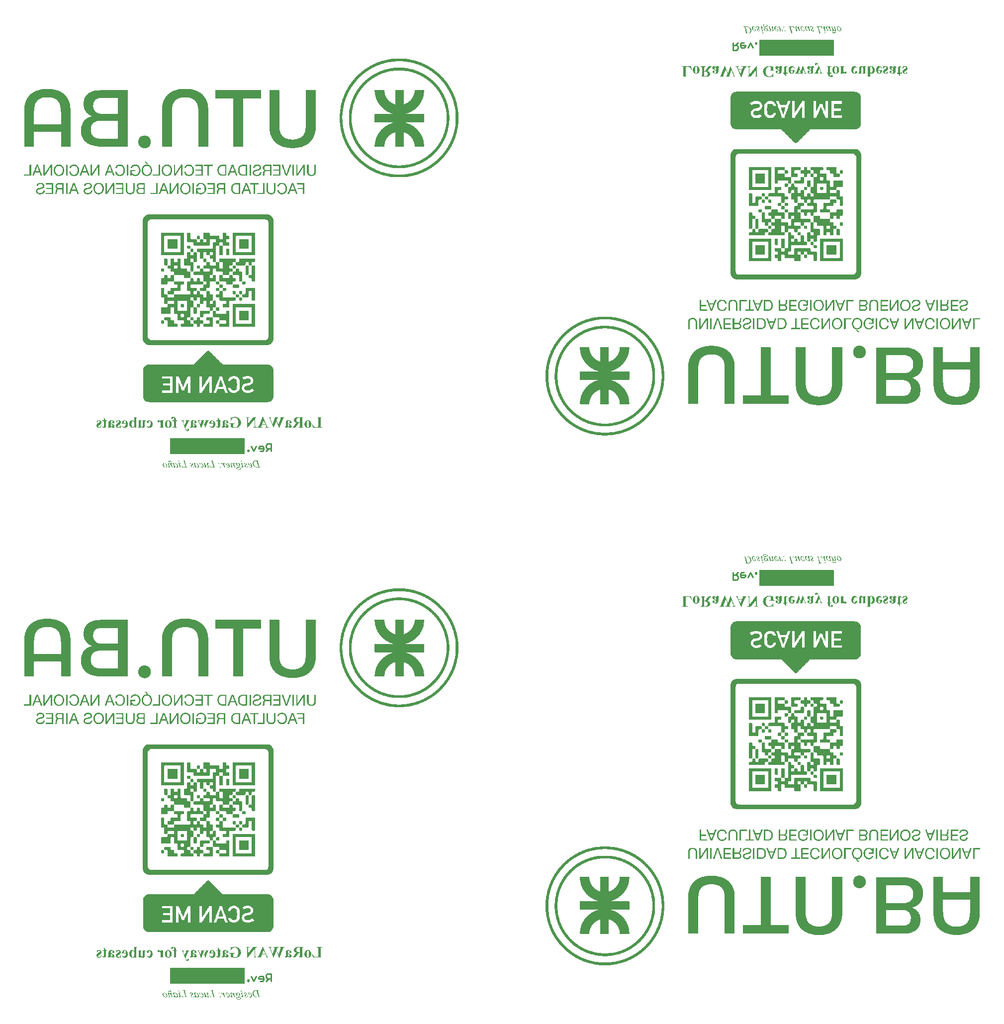
<source format=gbo>
G04*
G04 #@! TF.GenerationSoftware,Altium Limited,Altium Designer,22.5.1 (42)*
G04*
G04 Layer_Color=16776960*
%FSLAX25Y25*%
%MOIN*%
G70*
G04*
G04 #@! TF.SameCoordinates,51788D37-BDA4-4E50-BAE2-16D2DB3F6F0A*
G04*
G04*
G04 #@! TF.FilePolarity,Positive*
G04*
G01*
G75*
%ADD54C,0.01000*%
%ADD84R,0.50197X0.10827*%
G36*
X604909Y706376D02*
X605055Y706346D01*
X605186Y706303D01*
X605296Y706252D01*
X605383Y706201D01*
X605449Y706157D01*
X605485Y706128D01*
X605500Y706113D01*
X605602Y706004D01*
X605675Y705894D01*
X605733Y705785D01*
X605769Y705690D01*
X605791Y705603D01*
X605799Y705530D01*
X605806Y705486D01*
Y705479D01*
Y705472D01*
X605799Y705391D01*
X605784Y705304D01*
X605762Y705231D01*
X605740Y705158D01*
X605711Y705092D01*
X605689Y705049D01*
X605675Y705012D01*
X605667Y705005D01*
X605638Y704954D01*
X605602Y704903D01*
X605522Y704779D01*
X605427Y704655D01*
X605332Y704538D01*
X605237Y704429D01*
X605164Y704342D01*
X605135Y704305D01*
X605114Y704283D01*
X605099Y704269D01*
X605092Y704261D01*
X605033Y704196D01*
X604982Y704138D01*
X604946Y704086D01*
X604917Y704043D01*
X604895Y704014D01*
X604880Y703992D01*
X604866Y703977D01*
Y703970D01*
X604844Y703890D01*
X604829Y703817D01*
X604822Y703795D01*
Y703773D01*
Y703758D01*
Y703751D01*
X604829Y703693D01*
X604844Y703635D01*
X604858Y703591D01*
X604887Y703547D01*
X604909Y703511D01*
X604924Y703489D01*
X604939Y703474D01*
X604946Y703467D01*
X604997Y703423D01*
X605048Y703394D01*
X605106Y703372D01*
X605157Y703358D01*
X605208Y703350D01*
X605245Y703343D01*
X605281D01*
X605376Y703350D01*
X605463Y703379D01*
X605544Y703408D01*
X605602Y703452D01*
X605653Y703489D01*
X605697Y703525D01*
X605719Y703554D01*
X605726Y703562D01*
X605784Y703649D01*
X605835Y703758D01*
X605872Y703868D01*
X605894Y703977D01*
X605915Y704079D01*
X605923Y704159D01*
X605930Y704189D01*
Y704210D01*
Y704225D01*
Y704232D01*
X606061D01*
X606273Y703168D01*
X606134D01*
X606098Y703219D01*
X606054Y703263D01*
X606017Y703292D01*
X605974Y703306D01*
X605937Y703321D01*
X605915Y703328D01*
X605857D01*
X605828Y703321D01*
X605748Y703292D01*
X605704Y703285D01*
X605675Y703270D01*
X605653Y703263D01*
X605646D01*
X605587Y703241D01*
X605536Y703226D01*
X605500Y703212D01*
X605471Y703204D01*
X605449Y703197D01*
X605434Y703190D01*
X605427D01*
X605354Y703175D01*
X605288Y703168D01*
X605223D01*
X605084Y703175D01*
X604960Y703204D01*
X604858Y703241D01*
X604764Y703285D01*
X604691Y703328D01*
X604640Y703365D01*
X604610Y703394D01*
X604596Y703401D01*
X604516Y703496D01*
X604457Y703591D01*
X604414Y703686D01*
X604385Y703773D01*
X604370Y703853D01*
X604363Y703911D01*
X604355Y703955D01*
Y703963D01*
Y703970D01*
X604363Y704043D01*
X604370Y704108D01*
X604385Y704174D01*
X604399Y704225D01*
X604414Y704276D01*
X604428Y704313D01*
X604443Y704334D01*
Y704342D01*
X604487Y704415D01*
X604545Y704502D01*
X604603Y704597D01*
X604676Y704684D01*
X604734Y704772D01*
X604785Y704837D01*
X604822Y704881D01*
X604836Y704888D01*
Y704896D01*
X604946Y705027D01*
X605033Y705136D01*
X605106Y705238D01*
X605157Y705318D01*
X605201Y705377D01*
X605223Y705428D01*
X605237Y705457D01*
X605245Y705464D01*
X605281Y705559D01*
X605296Y705639D01*
X605303Y705676D01*
Y705705D01*
Y705719D01*
Y705727D01*
X605296Y705800D01*
X605281Y705872D01*
X605252Y705931D01*
X605223Y705982D01*
X605194Y706026D01*
X605164Y706055D01*
X605150Y706077D01*
X605143Y706084D01*
X605084Y706135D01*
X605011Y706171D01*
X604946Y706193D01*
X604880Y706208D01*
X604822Y706222D01*
X604771Y706230D01*
X604727D01*
X604603Y706222D01*
X604501Y706193D01*
X604406Y706157D01*
X604326Y706120D01*
X604268Y706077D01*
X604224Y706047D01*
X604195Y706018D01*
X604188Y706011D01*
X604151Y705967D01*
X604122Y705916D01*
X604071Y705800D01*
X604035Y705676D01*
X604005Y705552D01*
X603991Y705442D01*
X603983Y705391D01*
Y705348D01*
X603976Y705311D01*
Y705282D01*
Y705267D01*
Y705260D01*
X603845D01*
X603634Y706390D01*
X603757D01*
X603794Y706339D01*
X603830Y706295D01*
X603867Y706266D01*
X603903Y706252D01*
X603940Y706237D01*
X603969Y706230D01*
X603991D01*
X604049Y706237D01*
X604107Y706252D01*
X604151Y706266D01*
X604166Y706274D01*
X604173D01*
X604290Y706310D01*
X604399Y706339D01*
X604494Y706361D01*
X604581Y706376D01*
X604654Y706383D01*
X604705Y706390D01*
X604749D01*
X604909Y706376D01*
D02*
G37*
G36*
X568765Y706376D02*
X568911Y706346D01*
X569042Y706303D01*
X569152Y706252D01*
X569239Y706201D01*
X569305Y706157D01*
X569341Y706128D01*
X569356Y706113D01*
X569458Y706004D01*
X569531Y705894D01*
X569589Y705785D01*
X569626Y705690D01*
X569648Y705603D01*
X569655Y705530D01*
X569662Y705486D01*
Y705479D01*
Y705472D01*
X569655Y705391D01*
X569640Y705304D01*
X569618Y705231D01*
X569597Y705158D01*
X569567Y705092D01*
X569546Y705049D01*
X569531Y705012D01*
X569524Y705005D01*
X569494Y704954D01*
X569458Y704903D01*
X569378Y704779D01*
X569283Y704655D01*
X569188Y704538D01*
X569094Y704429D01*
X569021Y704342D01*
X568992Y704305D01*
X568970Y704283D01*
X568955Y704269D01*
X568948Y704261D01*
X568889Y704196D01*
X568838Y704138D01*
X568802Y704086D01*
X568773Y704043D01*
X568751Y704014D01*
X568736Y703992D01*
X568722Y703977D01*
Y703970D01*
X568700Y703890D01*
X568685Y703817D01*
X568678Y703795D01*
Y703773D01*
Y703758D01*
Y703751D01*
X568685Y703693D01*
X568700Y703635D01*
X568715Y703591D01*
X568744Y703547D01*
X568765Y703511D01*
X568780Y703489D01*
X568795Y703474D01*
X568802Y703467D01*
X568853Y703423D01*
X568904Y703394D01*
X568962Y703372D01*
X569013Y703358D01*
X569064Y703350D01*
X569101Y703343D01*
X569137D01*
X569232Y703350D01*
X569319Y703379D01*
X569400Y703408D01*
X569458Y703452D01*
X569509Y703489D01*
X569553Y703525D01*
X569575Y703554D01*
X569582Y703562D01*
X569640Y703649D01*
X569691Y703758D01*
X569728Y703868D01*
X569750Y703977D01*
X569771Y704079D01*
X569779Y704159D01*
X569786Y704188D01*
Y704210D01*
Y704225D01*
Y704232D01*
X569917D01*
X570129Y703168D01*
X569990D01*
X569954Y703219D01*
X569910Y703263D01*
X569874Y703292D01*
X569830Y703306D01*
X569793Y703321D01*
X569771Y703328D01*
X569713D01*
X569684Y703321D01*
X569604Y703292D01*
X569560Y703285D01*
X569531Y703270D01*
X569509Y703263D01*
X569502D01*
X569444Y703241D01*
X569392Y703226D01*
X569356Y703212D01*
X569327Y703204D01*
X569305Y703197D01*
X569290Y703190D01*
X569283D01*
X569210Y703175D01*
X569145Y703168D01*
X569079D01*
X568940Y703175D01*
X568817Y703204D01*
X568715Y703241D01*
X568620Y703285D01*
X568547Y703328D01*
X568496Y703365D01*
X568467Y703394D01*
X568452Y703401D01*
X568372Y703496D01*
X568314Y703591D01*
X568270Y703686D01*
X568241Y703773D01*
X568226Y703853D01*
X568219Y703911D01*
X568212Y703955D01*
Y703963D01*
Y703970D01*
X568219Y704043D01*
X568226Y704108D01*
X568241Y704174D01*
X568255Y704225D01*
X568270Y704276D01*
X568284Y704313D01*
X568299Y704334D01*
Y704342D01*
X568343Y704415D01*
X568401Y704502D01*
X568459Y704597D01*
X568532Y704684D01*
X568590Y704772D01*
X568642Y704837D01*
X568678Y704881D01*
X568693Y704888D01*
Y704896D01*
X568802Y705027D01*
X568889Y705136D01*
X568962Y705238D01*
X569013Y705318D01*
X569057Y705377D01*
X569079Y705428D01*
X569094Y705457D01*
X569101Y705464D01*
X569137Y705559D01*
X569152Y705639D01*
X569159Y705676D01*
Y705705D01*
Y705719D01*
Y705727D01*
X569152Y705800D01*
X569137Y705872D01*
X569108Y705931D01*
X569079Y705982D01*
X569050Y706026D01*
X569021Y706055D01*
X569006Y706077D01*
X568999Y706084D01*
X568940Y706135D01*
X568868Y706171D01*
X568802Y706193D01*
X568736Y706208D01*
X568678Y706222D01*
X568627Y706230D01*
X568583D01*
X568459Y706222D01*
X568357Y706193D01*
X568262Y706157D01*
X568182Y706120D01*
X568124Y706077D01*
X568080Y706047D01*
X568051Y706018D01*
X568044Y706011D01*
X568007Y705967D01*
X567978Y705916D01*
X567927Y705800D01*
X567891Y705676D01*
X567862Y705552D01*
X567847Y705442D01*
X567840Y705391D01*
Y705348D01*
X567832Y705311D01*
Y705282D01*
Y705267D01*
Y705260D01*
X567701D01*
X567490Y706390D01*
X567614D01*
X567650Y706339D01*
X567687Y706295D01*
X567723Y706266D01*
X567760Y706252D01*
X567796Y706237D01*
X567825Y706230D01*
X567847D01*
X567905Y706237D01*
X567964Y706252D01*
X568007Y706266D01*
X568022Y706274D01*
X568029D01*
X568146Y706310D01*
X568255Y706339D01*
X568350Y706361D01*
X568437Y706376D01*
X568510Y706383D01*
X568561Y706390D01*
X568605D01*
X568765Y706376D01*
D02*
G37*
G36*
X586145Y706368D02*
X586189Y706361D01*
X586269Y706324D01*
X586298Y706303D01*
X586320Y706288D01*
X586327Y706281D01*
X586334Y706274D01*
X586371Y706237D01*
X586400Y706193D01*
X586415Y706149D01*
X586429Y706113D01*
X586437Y706084D01*
X586444Y706055D01*
Y706040D01*
Y706033D01*
X586437Y705982D01*
X586429Y705931D01*
X586393Y705851D01*
X586371Y705822D01*
X586356Y705800D01*
X586349Y705792D01*
X586342Y705785D01*
X586305Y705749D01*
X586262Y705719D01*
X586218Y705705D01*
X586181Y705690D01*
X586145Y705683D01*
X586116Y705676D01*
X586094D01*
X586043Y705683D01*
X585992Y705690D01*
X585919Y705727D01*
X585890Y705749D01*
X585868Y705770D01*
X585853Y705778D01*
X585846Y705785D01*
X585810Y705822D01*
X585788Y705865D01*
X585758Y705945D01*
X585751Y705982D01*
X585744Y706011D01*
Y706026D01*
Y706033D01*
X585751Y706084D01*
X585758Y706128D01*
X585795Y706208D01*
X585817Y706237D01*
X585831Y706252D01*
X585839Y706266D01*
X585846Y706274D01*
X585890Y706310D01*
X585926Y706332D01*
X586006Y706361D01*
X586043Y706368D01*
X586072Y706376D01*
X586094D01*
X586145Y706368D01*
D02*
G37*
G36*
X612943Y706383D02*
X613023Y706361D01*
X613096Y706332D01*
X613162Y706303D01*
X613220Y706274D01*
X613264Y706244D01*
X613293Y706222D01*
X613300Y706215D01*
X613410Y706120D01*
X613512Y706026D01*
X613606Y705924D01*
X613679Y705829D01*
X613745Y705749D01*
X613796Y705683D01*
X613825Y705639D01*
X613832Y705632D01*
Y705625D01*
X613708Y705545D01*
X613643Y705647D01*
X613577Y705734D01*
X613512Y705807D01*
X613460Y705872D01*
X613410Y705916D01*
X613373Y705953D01*
X613351Y705975D01*
X613344Y705982D01*
X613293Y706011D01*
X613256Y706026D01*
X613235Y706033D01*
X613227D01*
X613198Y706026D01*
X613176Y706018D01*
X613162Y706011D01*
X613154Y706004D01*
X613140Y705975D01*
X613132Y705945D01*
X613125Y705924D01*
Y705916D01*
Y705887D01*
X613140Y705851D01*
X613147Y705800D01*
X613162Y705749D01*
X613176Y705698D01*
X613183Y705654D01*
X613198Y705625D01*
Y705617D01*
X613927Y703153D01*
X612724Y703350D01*
Y703489D01*
X612804Y703474D01*
X612877Y703467D01*
X612928Y703460D01*
X612972D01*
X613001Y703452D01*
X613038D01*
X613103Y703460D01*
X613147Y703474D01*
X613176Y703496D01*
X613183Y703503D01*
X613220Y703547D01*
X613235Y703583D01*
X613242Y703613D01*
Y703627D01*
X613235Y703671D01*
X613227Y703744D01*
X613205Y703817D01*
X613191Y703897D01*
X613169Y703977D01*
X613147Y704043D01*
X613140Y704086D01*
X613132Y704094D01*
Y704101D01*
X612651Y705668D01*
X612622Y705770D01*
X612600Y705858D01*
X612578Y705938D01*
X612571Y705997D01*
X612564Y706040D01*
X612557Y706077D01*
Y706091D01*
Y706099D01*
X612564Y706142D01*
X612571Y706186D01*
X612600Y706252D01*
X612629Y706295D01*
X612644Y706303D01*
Y706310D01*
X612680Y706339D01*
X612717Y706354D01*
X612790Y706383D01*
X612819D01*
X612841Y706390D01*
X612863D01*
X612943Y706383D01*
D02*
G37*
G36*
X571069Y706383D02*
X571149Y706361D01*
X571222Y706332D01*
X571288Y706303D01*
X571346Y706274D01*
X571390Y706244D01*
X571419Y706222D01*
X571426Y706215D01*
X571536Y706120D01*
X571638Y706026D01*
X571733Y705924D01*
X571805Y705829D01*
X571871Y705749D01*
X571922Y705683D01*
X571951Y705639D01*
X571958Y705632D01*
Y705625D01*
X571835Y705545D01*
X571769Y705647D01*
X571703Y705734D01*
X571638Y705807D01*
X571587Y705872D01*
X571536Y705916D01*
X571499Y705953D01*
X571477Y705975D01*
X571470Y705982D01*
X571419Y706011D01*
X571383Y706026D01*
X571361Y706033D01*
X571353D01*
X571324Y706026D01*
X571302Y706018D01*
X571288Y706011D01*
X571281Y706004D01*
X571266Y705975D01*
X571259Y705945D01*
X571251Y705924D01*
Y705916D01*
Y705887D01*
X571266Y705851D01*
X571273Y705800D01*
X571288Y705749D01*
X571302Y705698D01*
X571310Y705654D01*
X571324Y705625D01*
Y705617D01*
X572053Y703153D01*
X570851Y703350D01*
Y703489D01*
X570931Y703474D01*
X571003Y703467D01*
X571055Y703460D01*
X571098D01*
X571128Y703452D01*
X571164D01*
X571230Y703460D01*
X571273Y703474D01*
X571302Y703496D01*
X571310Y703503D01*
X571346Y703547D01*
X571361Y703583D01*
X571368Y703613D01*
Y703627D01*
X571361Y703671D01*
X571353Y703744D01*
X571332Y703817D01*
X571317Y703897D01*
X571295Y703977D01*
X571273Y704043D01*
X571266Y704086D01*
X571259Y704094D01*
Y704101D01*
X570778Y705668D01*
X570748Y705770D01*
X570726Y705858D01*
X570705Y705938D01*
X570697Y705997D01*
X570690Y706040D01*
X570683Y706077D01*
Y706091D01*
Y706099D01*
X570690Y706142D01*
X570697Y706186D01*
X570726Y706252D01*
X570756Y706295D01*
X570770Y706303D01*
Y706310D01*
X570807Y706339D01*
X570843Y706354D01*
X570916Y706383D01*
X570945D01*
X570967Y706390D01*
X570989D01*
X571069Y706383D01*
D02*
G37*
G36*
X580787D02*
X580933Y706354D01*
X581071Y706317D01*
X581210Y706259D01*
X581348Y706201D01*
X581479Y706135D01*
X581603Y706055D01*
X581720Y705982D01*
X581822Y705909D01*
X581924Y705829D01*
X582011Y705763D01*
X582084Y705698D01*
X582143Y705647D01*
X582186Y705610D01*
X582216Y705581D01*
X582223Y705574D01*
X582150Y705472D01*
X581982Y705588D01*
X581844Y705690D01*
X581720Y705770D01*
X581625Y705829D01*
X581545Y705872D01*
X581487Y705902D01*
X581457Y705916D01*
X581443Y705924D01*
X581355Y705960D01*
X581268Y705982D01*
X581188Y706004D01*
X581115Y706011D01*
X581049Y706018D01*
X580998Y706026D01*
X580954D01*
X580845Y706018D01*
X580736Y705989D01*
X580648Y705960D01*
X580568Y705916D01*
X580502Y705880D01*
X580459Y705843D01*
X580422Y705822D01*
X580415Y705814D01*
X580342Y705727D01*
X580291Y705639D01*
X580247Y705552D01*
X580225Y705472D01*
X580211Y705399D01*
X580203Y705340D01*
X580196Y705304D01*
Y705289D01*
X580203Y705195D01*
X580211Y705100D01*
Y705056D01*
X580218Y705027D01*
Y705005D01*
Y704998D01*
X580349Y704983D01*
X580473Y704969D01*
X580583Y704947D01*
X580692Y704932D01*
X580794Y704917D01*
X580882Y704896D01*
X580969Y704881D01*
X581042Y704859D01*
X581108Y704845D01*
X581166Y704830D01*
X581217Y704815D01*
X581253Y704801D01*
X581282Y704794D01*
X581312Y704786D01*
X581319Y704779D01*
X581326D01*
X581538Y704692D01*
X581720Y704604D01*
X581873Y704509D01*
X582004Y704422D01*
X582099Y704342D01*
X582172Y704283D01*
X582216Y704240D01*
X582230Y704232D01*
Y704225D01*
X582310Y704123D01*
X582369Y704028D01*
X582412Y703933D01*
X582442Y703846D01*
X582456Y703780D01*
X582471Y703722D01*
Y703686D01*
Y703671D01*
X582463Y703598D01*
X582442Y703532D01*
X582412Y703467D01*
X582383Y703416D01*
X582347Y703379D01*
X582318Y703350D01*
X582296Y703328D01*
X582289Y703321D01*
X582216Y703270D01*
X582128Y703234D01*
X582041Y703204D01*
X581953Y703190D01*
X581866Y703175D01*
X581800Y703168D01*
X581742D01*
X581552Y703183D01*
X581370Y703219D01*
X581202Y703263D01*
X581049Y703321D01*
X580984Y703350D01*
X580925Y703379D01*
X580874Y703401D01*
X580830Y703423D01*
X580794Y703445D01*
X580765Y703460D01*
X580750Y703467D01*
X580743Y703474D01*
X580568Y703598D01*
X580415Y703729D01*
X580276Y703868D01*
X580160Y704006D01*
X580065Y704123D01*
X580029Y704181D01*
X579999Y704225D01*
X579978Y704261D01*
X579956Y704291D01*
X579948Y704305D01*
X579941Y704313D01*
X579883Y704415D01*
X579839Y704509D01*
X579759Y704706D01*
X579708Y704881D01*
X579664Y705042D01*
X579657Y705114D01*
X579642Y705180D01*
X579635Y705231D01*
Y705282D01*
X579628Y705318D01*
Y705348D01*
Y705362D01*
Y705370D01*
X579642Y705508D01*
X579671Y705639D01*
X579708Y705763D01*
X579759Y705865D01*
X579803Y705953D01*
X579846Y706018D01*
X579876Y706062D01*
X579883Y706069D01*
Y706077D01*
X579934Y706135D01*
X579992Y706179D01*
X580109Y706259D01*
X580240Y706310D01*
X580364Y706354D01*
X580473Y706376D01*
X580524Y706383D01*
X580568D01*
X580597Y706390D01*
X580648D01*
X580787Y706383D01*
D02*
G37*
G36*
X565777D02*
X565922Y706354D01*
X566061Y706317D01*
X566199Y706259D01*
X566338Y706201D01*
X566469Y706135D01*
X566593Y706055D01*
X566710Y705982D01*
X566812Y705909D01*
X566914Y705829D01*
X567001Y705763D01*
X567074Y705698D01*
X567133Y705647D01*
X567176Y705610D01*
X567205Y705581D01*
X567213Y705574D01*
X567140Y705472D01*
X566972Y705588D01*
X566834Y705690D01*
X566710Y705770D01*
X566615Y705829D01*
X566535Y705872D01*
X566476Y705902D01*
X566447Y705916D01*
X566433Y705924D01*
X566345Y705960D01*
X566258Y705982D01*
X566178Y706004D01*
X566105Y706011D01*
X566039Y706018D01*
X565988Y706026D01*
X565944D01*
X565835Y706018D01*
X565726Y705989D01*
X565638Y705960D01*
X565558Y705916D01*
X565492Y705880D01*
X565449Y705843D01*
X565412Y705822D01*
X565405Y705814D01*
X565332Y705727D01*
X565281Y705639D01*
X565237Y705552D01*
X565215Y705472D01*
X565201Y705399D01*
X565193Y705340D01*
X565186Y705304D01*
Y705289D01*
X565193Y705195D01*
X565201Y705100D01*
Y705056D01*
X565208Y705027D01*
Y705005D01*
Y704998D01*
X565339Y704983D01*
X565463Y704969D01*
X565573Y704947D01*
X565682Y704932D01*
X565784Y704917D01*
X565871Y704896D01*
X565959Y704881D01*
X566032Y704859D01*
X566097Y704845D01*
X566156Y704830D01*
X566207Y704815D01*
X566243Y704801D01*
X566272Y704794D01*
X566301Y704786D01*
X566309Y704779D01*
X566316D01*
X566528Y704692D01*
X566710Y704604D01*
X566863Y704509D01*
X566994Y704422D01*
X567089Y704342D01*
X567162Y704283D01*
X567205Y704240D01*
X567220Y704232D01*
Y704225D01*
X567300Y704123D01*
X567358Y704028D01*
X567402Y703933D01*
X567431Y703846D01*
X567446Y703780D01*
X567461Y703722D01*
Y703686D01*
Y703671D01*
X567453Y703598D01*
X567431Y703532D01*
X567402Y703467D01*
X567373Y703416D01*
X567337Y703379D01*
X567308Y703350D01*
X567286Y703328D01*
X567278Y703321D01*
X567205Y703270D01*
X567118Y703234D01*
X567030Y703204D01*
X566943Y703190D01*
X566855Y703175D01*
X566790Y703168D01*
X566732D01*
X566542Y703183D01*
X566360Y703219D01*
X566192Y703263D01*
X566039Y703321D01*
X565973Y703350D01*
X565915Y703379D01*
X565864Y703401D01*
X565820Y703423D01*
X565784Y703445D01*
X565755Y703460D01*
X565740Y703467D01*
X565733Y703474D01*
X565558Y703598D01*
X565405Y703729D01*
X565266Y703868D01*
X565150Y704006D01*
X565055Y704123D01*
X565019Y704181D01*
X564989Y704225D01*
X564967Y704261D01*
X564946Y704291D01*
X564938Y704305D01*
X564931Y704313D01*
X564873Y704415D01*
X564829Y704509D01*
X564749Y704706D01*
X564698Y704881D01*
X564654Y705042D01*
X564647Y705114D01*
X564632Y705180D01*
X564625Y705231D01*
Y705282D01*
X564617Y705318D01*
Y705348D01*
Y705362D01*
Y705370D01*
X564632Y705508D01*
X564661Y705639D01*
X564698Y705763D01*
X564749Y705865D01*
X564792Y705953D01*
X564836Y706018D01*
X564865Y706062D01*
X564873Y706069D01*
Y706077D01*
X564924Y706135D01*
X564982Y706179D01*
X565099Y706259D01*
X565230Y706310D01*
X565354Y706354D01*
X565463Y706376D01*
X565514Y706383D01*
X565558D01*
X565587Y706390D01*
X565638D01*
X565777Y706383D01*
D02*
G37*
G36*
X598378Y706383D02*
X598516Y706361D01*
X598647Y706324D01*
X598764Y706288D01*
X598859Y706259D01*
X598932Y706222D01*
X598961Y706208D01*
X598983Y706201D01*
X598990Y706193D01*
X598997D01*
X599136Y706106D01*
X599267Y706004D01*
X599391Y705902D01*
X599500Y705792D01*
X599595Y705698D01*
X599668Y705625D01*
X599690Y705595D01*
X599712Y705574D01*
X599719Y705559D01*
X599726Y705552D01*
X599624Y705464D01*
X599507Y705588D01*
X599391Y705690D01*
X599296Y705770D01*
X599209Y705836D01*
X599136Y705887D01*
X599077Y705916D01*
X599048Y705938D01*
X599034Y705945D01*
X598939Y705989D01*
X598844Y706018D01*
X598749Y706047D01*
X598676Y706062D01*
X598603Y706069D01*
X598553Y706077D01*
X598509D01*
X598385Y706069D01*
X598275Y706047D01*
X598181Y706011D01*
X598101Y705975D01*
X598035Y705938D01*
X597991Y705902D01*
X597962Y705880D01*
X597955Y705872D01*
X597889Y705792D01*
X597838Y705698D01*
X597809Y705603D01*
X597780Y705515D01*
X597765Y705435D01*
X597758Y705370D01*
Y705326D01*
Y705318D01*
Y705311D01*
X597772Y705114D01*
X597802Y704918D01*
X597845Y704743D01*
X597904Y704582D01*
X597926Y704509D01*
X597955Y704444D01*
X597976Y704385D01*
X597998Y704342D01*
X598013Y704298D01*
X598028Y704269D01*
X598042Y704254D01*
Y704247D01*
X598137Y704086D01*
X598232Y703955D01*
X598326Y703831D01*
X598414Y703737D01*
X598494Y703664D01*
X598553Y703605D01*
X598596Y703576D01*
X598611Y703562D01*
X598735Y703481D01*
X598859Y703423D01*
X598968Y703379D01*
X599070Y703350D01*
X599157Y703336D01*
X599223Y703321D01*
X599347D01*
X599405Y703336D01*
X599456Y703343D01*
X599493Y703358D01*
X599529Y703372D01*
X599551Y703379D01*
X599558Y703394D01*
X599566D01*
X599610Y703438D01*
X599631Y703474D01*
X599639Y703503D01*
Y703518D01*
Y703547D01*
X599631Y703569D01*
X599624Y703583D01*
X599617Y703591D01*
X599595Y703620D01*
X599566Y703656D01*
X599537Y703686D01*
X599529Y703693D01*
X599522Y703700D01*
X599471Y703758D01*
X599435Y703802D01*
X599420Y703831D01*
X599413Y703839D01*
X599398Y703875D01*
X599391Y703919D01*
Y703941D01*
Y703955D01*
X599398Y704028D01*
X599427Y704079D01*
X599449Y704116D01*
X599456Y704130D01*
X599515Y704167D01*
X599573Y704189D01*
X599624Y704196D01*
X599639D01*
X599690Y704189D01*
X599733Y704174D01*
X599806Y704138D01*
X599835Y704116D01*
X599857Y704094D01*
X599865Y704086D01*
X599872Y704079D01*
X599916Y704021D01*
X599952Y703955D01*
X599974Y703897D01*
X599996Y703839D01*
X600003Y703788D01*
X600010Y703751D01*
Y703722D01*
Y703715D01*
X600003Y703635D01*
X599981Y703562D01*
X599952Y703496D01*
X599916Y703438D01*
X599879Y703394D01*
X599850Y703358D01*
X599828Y703336D01*
X599821Y703328D01*
X599741Y703277D01*
X599653Y703234D01*
X599558Y703204D01*
X599471Y703190D01*
X599391Y703175D01*
X599318Y703168D01*
X599172D01*
X599077Y703183D01*
X598902Y703219D01*
X598735Y703270D01*
X598589Y703328D01*
X598458Y703394D01*
X598407Y703423D01*
X598363Y703445D01*
X598326Y703467D01*
X598297Y703481D01*
X598283Y703489D01*
X598275Y703496D01*
X598101Y703620D01*
X597940Y703758D01*
X597809Y703897D01*
X597692Y704028D01*
X597605Y704145D01*
X597568Y704196D01*
X597539Y704240D01*
X597510Y704276D01*
X597495Y704305D01*
X597488Y704320D01*
X597481Y704327D01*
X597386Y704517D01*
X597313Y704706D01*
X597262Y704881D01*
X597226Y705042D01*
X597211Y705107D01*
X597204Y705173D01*
X597196Y705231D01*
Y705275D01*
X597189Y705318D01*
Y705348D01*
Y705362D01*
Y705370D01*
X597204Y705537D01*
X597233Y705683D01*
X597277Y705807D01*
X597328Y705916D01*
X597371Y706004D01*
X597415Y706062D01*
X597444Y706099D01*
X597459Y706113D01*
X597568Y706208D01*
X597692Y706274D01*
X597823Y706324D01*
X597947Y706354D01*
X598057Y706376D01*
X598101Y706383D01*
X598144D01*
X598181Y706390D01*
X598224D01*
X598378Y706383D01*
D02*
G37*
G36*
X616705D02*
X616770Y706361D01*
X616836Y706339D01*
X616894Y706303D01*
X616952Y706274D01*
X616989Y706252D01*
X617018Y706230D01*
X617025Y706222D01*
X617105Y706150D01*
X617178Y706069D01*
X617251Y705982D01*
X617310Y705902D01*
X617368Y705822D01*
X617404Y705763D01*
X617434Y705719D01*
X617441Y705712D01*
Y705705D01*
X617317Y705625D01*
X617266Y705734D01*
X617215Y705822D01*
X617171Y705894D01*
X617135Y705945D01*
X617105Y705989D01*
X617084Y706011D01*
X617076Y706026D01*
X617069Y706033D01*
X617033Y706062D01*
X617011Y706077D01*
X616996Y706084D01*
X616989D01*
X616967Y706077D01*
X616952Y706069D01*
X616945Y706062D01*
X616938Y706055D01*
X616923Y706026D01*
X616916Y705997D01*
Y705975D01*
Y705967D01*
X616923Y705916D01*
Y705902D01*
Y705894D01*
X617003Y705574D01*
X617674Y703219D01*
X617135Y703299D01*
X617025Y703656D01*
X616989Y703576D01*
X616952Y703503D01*
X616916Y703445D01*
X616880Y703401D01*
X616843Y703365D01*
X616814Y703343D01*
X616799Y703328D01*
X616792Y703321D01*
X616734Y703285D01*
X616668Y703263D01*
X616544Y703234D01*
X616493Y703226D01*
X616449Y703219D01*
X616413D01*
X616267Y703234D01*
X616129Y703263D01*
X615990Y703314D01*
X615866Y703365D01*
X615757Y703416D01*
X615713Y703445D01*
X615669Y703467D01*
X615640Y703481D01*
X615618Y703496D01*
X615604Y703511D01*
X615596D01*
X615400Y703656D01*
X615225Y703809D01*
X615072Y703970D01*
X614940Y704123D01*
X614831Y704261D01*
X614795Y704320D01*
X614758Y704371D01*
X614729Y704415D01*
X614707Y704444D01*
X614700Y704466D01*
X614692Y704473D01*
X614627Y704582D01*
X614576Y704699D01*
X614525Y704801D01*
X614488Y704910D01*
X614423Y705100D01*
X614379Y705275D01*
X614364Y705348D01*
X614357Y705413D01*
X614350Y705472D01*
X614343Y705523D01*
X614335Y705566D01*
Y705595D01*
Y705610D01*
Y705617D01*
X614343Y705749D01*
X614364Y705858D01*
X614401Y705960D01*
X614437Y706040D01*
X614466Y706099D01*
X614503Y706150D01*
X614525Y706179D01*
X614532Y706186D01*
X614612Y706252D01*
X614692Y706303D01*
X614773Y706339D01*
X614853Y706361D01*
X614919Y706376D01*
X614969Y706390D01*
X615013D01*
X615123Y706383D01*
X615232Y706361D01*
X615327Y706339D01*
X615421Y706303D01*
X615494Y706274D01*
X615553Y706252D01*
X615589Y706230D01*
X615604Y706222D01*
X615684Y706171D01*
X615764Y706120D01*
X615925Y705997D01*
X616078Y705858D01*
X616216Y705727D01*
X616340Y705603D01*
X616391Y705545D01*
X616435Y705501D01*
X616471Y705464D01*
X616500Y705428D01*
X616515Y705413D01*
X616522Y705406D01*
X616442Y705661D01*
X616420Y705756D01*
X616398Y705843D01*
X616384Y705924D01*
X616376Y705982D01*
Y706033D01*
X616369Y706077D01*
Y706099D01*
Y706106D01*
X616376Y706201D01*
X616406Y706266D01*
X616428Y706303D01*
X616435Y706317D01*
X616493Y706361D01*
X616559Y706383D01*
X616588D01*
X616610Y706390D01*
X616632D01*
X616705Y706383D01*
D02*
G37*
G36*
X602679D02*
X602744Y706361D01*
X602810Y706339D01*
X602868Y706303D01*
X602926Y706274D01*
X602963Y706252D01*
X602992Y706230D01*
X602999Y706222D01*
X603080Y706150D01*
X603152Y706069D01*
X603225Y705982D01*
X603284Y705902D01*
X603342Y705822D01*
X603378Y705763D01*
X603408Y705719D01*
X603415Y705712D01*
Y705705D01*
X603291Y705625D01*
X603240Y705734D01*
X603189Y705822D01*
X603145Y705894D01*
X603109Y705945D01*
X603080Y705989D01*
X603058Y706011D01*
X603050Y706026D01*
X603043Y706033D01*
X603007Y706062D01*
X602985Y706077D01*
X602970Y706084D01*
X602963D01*
X602941Y706077D01*
X602926Y706069D01*
X602919Y706062D01*
X602912Y706055D01*
X602897Y706026D01*
X602890Y705997D01*
Y705975D01*
Y705967D01*
X602897Y705916D01*
Y705902D01*
Y705894D01*
X602978Y705574D01*
X603648Y703219D01*
X603109Y703299D01*
X602999Y703656D01*
X602963Y703576D01*
X602926Y703503D01*
X602890Y703445D01*
X602853Y703401D01*
X602817Y703365D01*
X602788Y703343D01*
X602773Y703328D01*
X602766Y703321D01*
X602708Y703285D01*
X602642Y703263D01*
X602518Y703234D01*
X602467Y703226D01*
X602423Y703219D01*
X602387D01*
X602241Y703234D01*
X602103Y703263D01*
X601964Y703314D01*
X601840Y703365D01*
X601731Y703416D01*
X601687Y703445D01*
X601643Y703467D01*
X601614Y703481D01*
X601592Y703496D01*
X601578Y703511D01*
X601571D01*
X601374Y703656D01*
X601199Y703809D01*
X601046Y703970D01*
X600914Y704123D01*
X600805Y704261D01*
X600769Y704320D01*
X600732Y704371D01*
X600703Y704415D01*
X600681Y704444D01*
X600674Y704466D01*
X600667Y704473D01*
X600601Y704582D01*
X600550Y704699D01*
X600499Y704801D01*
X600462Y704910D01*
X600397Y705100D01*
X600353Y705275D01*
X600339Y705348D01*
X600331Y705413D01*
X600324Y705472D01*
X600317Y705523D01*
X600309Y705566D01*
Y705595D01*
Y705610D01*
Y705617D01*
X600317Y705749D01*
X600339Y705858D01*
X600375Y705960D01*
X600411Y706040D01*
X600441Y706099D01*
X600477Y706150D01*
X600499Y706179D01*
X600506Y706186D01*
X600586Y706252D01*
X600667Y706303D01*
X600747Y706339D01*
X600827Y706361D01*
X600892Y706376D01*
X600944Y706390D01*
X600987D01*
X601097Y706383D01*
X601206Y706361D01*
X601301Y706339D01*
X601396Y706303D01*
X601469Y706274D01*
X601527Y706252D01*
X601563Y706230D01*
X601578Y706222D01*
X601658Y706171D01*
X601738Y706120D01*
X601899Y705997D01*
X602052Y705858D01*
X602190Y705727D01*
X602314Y705603D01*
X602365Y705545D01*
X602409Y705501D01*
X602445Y705464D01*
X602474Y705428D01*
X602489Y705413D01*
X602496Y705406D01*
X602416Y705661D01*
X602394Y705756D01*
X602372Y705843D01*
X602358Y705924D01*
X602351Y705982D01*
Y706033D01*
X602343Y706077D01*
Y706099D01*
Y706106D01*
X602351Y706201D01*
X602380Y706266D01*
X602402Y706303D01*
X602409Y706317D01*
X602467Y706361D01*
X602533Y706383D01*
X602562D01*
X602584Y706390D01*
X602606D01*
X602679Y706383D01*
D02*
G37*
G36*
X611951Y704976D02*
X611828D01*
X611733Y705136D01*
X611689Y705209D01*
X611645Y705275D01*
X611572Y705391D01*
X611514Y705479D01*
X611470Y705552D01*
X611434Y705603D01*
X611412Y705632D01*
X611397Y705647D01*
X611390Y705654D01*
X611317Y705719D01*
X611252Y705778D01*
X611186Y705822D01*
X611120Y705865D01*
X611069Y705894D01*
X611026Y705916D01*
X610996Y705924D01*
X610989Y705931D01*
X610873Y705975D01*
X610741Y706004D01*
X610610Y706026D01*
X610486Y706040D01*
X610369Y706047D01*
X610319D01*
X610275Y706055D01*
X609655D01*
X609597Y706047D01*
X609553Y706040D01*
X609517Y706033D01*
X609487Y706026D01*
X609473Y706018D01*
X609458Y706011D01*
X609429Y705989D01*
X609407Y705960D01*
X609378Y705916D01*
X609364Y705880D01*
Y705865D01*
X609371Y705814D01*
X609378Y705756D01*
X609414Y705625D01*
X609429Y705566D01*
X609444Y705515D01*
X609451Y705486D01*
X609458Y705472D01*
X610289Y702585D01*
X610319Y702497D01*
X610340Y702417D01*
X610362Y702344D01*
X610384Y702286D01*
X610399Y702227D01*
X610421Y702177D01*
X610450Y702104D01*
X610464Y702053D01*
X610479Y702016D01*
X610494Y702002D01*
Y701994D01*
X610566Y701907D01*
X610639Y701841D01*
X610676Y701819D01*
X610698Y701805D01*
X610712Y701790D01*
X610719D01*
X610778Y701768D01*
X610851Y701754D01*
X611004Y701732D01*
X611069Y701724D01*
X611179D01*
X611208Y701601D01*
X609291D01*
X609254Y701724D01*
X609283Y701732D01*
X609436D01*
X609517Y701746D01*
X609575Y701754D01*
X609626Y701768D01*
X609662Y701783D01*
X609684Y701790D01*
X609699Y701805D01*
X609706D01*
X609735Y701834D01*
X609764Y701870D01*
X609786Y701936D01*
X609794Y701965D01*
X609801Y701987D01*
Y702002D01*
Y702009D01*
X609794Y702082D01*
X609786Y702162D01*
X609772Y702249D01*
X609750Y702337D01*
X609728Y702410D01*
X609713Y702475D01*
X609706Y702519D01*
X609699Y702526D01*
Y702534D01*
X608875Y705399D01*
X608831Y705545D01*
X608788Y705668D01*
X608744Y705770D01*
X608715Y705851D01*
X608685Y705909D01*
X608664Y705953D01*
X608649Y705975D01*
X608642Y705982D01*
X608613Y706018D01*
X608583Y706047D01*
X608511Y706099D01*
X608481Y706120D01*
X608452Y706128D01*
X608438Y706142D01*
X608430D01*
X608387Y706157D01*
X608336Y706164D01*
X608212Y706179D01*
X608153Y706186D01*
X608066D01*
X608015Y706310D01*
X611492D01*
X611951Y704976D01*
D02*
G37*
G36*
X593187D02*
X593063D01*
X592968Y705136D01*
X592925Y705209D01*
X592881Y705275D01*
X592808Y705391D01*
X592750Y705479D01*
X592706Y705552D01*
X592669Y705603D01*
X592648Y705632D01*
X592633Y705647D01*
X592626Y705654D01*
X592553Y705719D01*
X592487Y705778D01*
X592422Y705822D01*
X592356Y705865D01*
X592305Y705894D01*
X592261Y705916D01*
X592232Y705924D01*
X592225Y705931D01*
X592108Y705975D01*
X591977Y706004D01*
X591846Y706026D01*
X591722Y706040D01*
X591605Y706047D01*
X591554D01*
X591510Y706055D01*
X590891D01*
X590832Y706047D01*
X590789Y706040D01*
X590752Y706033D01*
X590723Y706026D01*
X590708Y706018D01*
X590694Y706011D01*
X590665Y705989D01*
X590643Y705960D01*
X590614Y705916D01*
X590599Y705880D01*
Y705865D01*
X590606Y705814D01*
X590614Y705756D01*
X590650Y705625D01*
X590665Y705566D01*
X590679Y705515D01*
X590687Y705486D01*
X590694Y705472D01*
X591525Y702585D01*
X591554Y702497D01*
X591576Y702417D01*
X591598Y702344D01*
X591620Y702286D01*
X591634Y702227D01*
X591656Y702177D01*
X591685Y702104D01*
X591700Y702053D01*
X591714Y702016D01*
X591729Y702002D01*
Y701994D01*
X591802Y701907D01*
X591875Y701841D01*
X591911Y701819D01*
X591933Y701805D01*
X591948Y701790D01*
X591955D01*
X592013Y701768D01*
X592086Y701754D01*
X592239Y701732D01*
X592305Y701724D01*
X592414D01*
X592443Y701601D01*
X590526D01*
X590490Y701724D01*
X590519Y701732D01*
X590672D01*
X590752Y701746D01*
X590810Y701754D01*
X590862Y701768D01*
X590898Y701783D01*
X590920Y701790D01*
X590934Y701805D01*
X590942D01*
X590971Y701834D01*
X591000Y701870D01*
X591022Y701936D01*
X591029Y701965D01*
X591037Y701987D01*
Y702002D01*
Y702009D01*
X591029Y702082D01*
X591022Y702162D01*
X591007Y702249D01*
X590985Y702337D01*
X590964Y702410D01*
X590949Y702475D01*
X590942Y702519D01*
X590934Y702526D01*
Y702534D01*
X590111Y705399D01*
X590067Y705545D01*
X590023Y705668D01*
X589979Y705770D01*
X589950Y705851D01*
X589921Y705909D01*
X589899Y705953D01*
X589885Y705975D01*
X589877Y705982D01*
X589848Y706018D01*
X589819Y706047D01*
X589746Y706099D01*
X589717Y706120D01*
X589688Y706128D01*
X589673Y706142D01*
X589666D01*
X589622Y706157D01*
X589571Y706164D01*
X589447Y706179D01*
X589389Y706186D01*
X589301D01*
X589250Y706310D01*
X592728D01*
X593187Y704976D01*
D02*
G37*
G36*
X595862Y706383D02*
X595921Y706368D01*
X596023Y706332D01*
X596067Y706310D01*
X596096Y706288D01*
X596118Y706281D01*
X596125Y706274D01*
X596220Y706193D01*
X596307Y706099D01*
X596395Y705997D01*
X596467Y705894D01*
X596533Y705807D01*
X596577Y705727D01*
X596599Y705698D01*
X596613Y705683D01*
X596621Y705668D01*
Y705661D01*
X596511Y705581D01*
X596475Y705647D01*
X596438Y705705D01*
X596373Y705807D01*
X596329Y705880D01*
X596293Y705938D01*
X596263Y705975D01*
X596249Y705997D01*
X596234Y706011D01*
X596191Y706033D01*
X596161Y706047D01*
X596139Y706055D01*
X596132D01*
X596110Y706047D01*
X596096Y706040D01*
X596088Y706033D01*
X596081D01*
X596074Y706004D01*
X596067Y705975D01*
Y705953D01*
Y705945D01*
Y705916D01*
X596074Y705887D01*
X596088Y705800D01*
X596110Y705705D01*
X596139Y705603D01*
X596161Y705508D01*
X596183Y705428D01*
X596191Y705399D01*
X596198Y705377D01*
X596205Y705362D01*
Y705355D01*
X596839Y703248D01*
X596322D01*
X596242Y703540D01*
X596198Y703678D01*
X596154Y703802D01*
X596118Y703926D01*
X596074Y704036D01*
X596037Y704130D01*
X596001Y704225D01*
X595964Y704305D01*
X595935Y704378D01*
X595906Y704444D01*
X595884Y704495D01*
X595862Y704546D01*
X595841Y704582D01*
X595826Y704611D01*
X595811Y704633D01*
X595804Y704640D01*
Y704648D01*
X595724Y704779D01*
X595636Y704910D01*
X595549Y705034D01*
X595469Y705143D01*
X595389Y705238D01*
X595330Y705318D01*
X595308Y705348D01*
X595294Y705370D01*
X595287Y705377D01*
X595279Y705384D01*
X595163Y705515D01*
X595068Y705632D01*
X594980Y705719D01*
X594907Y705785D01*
X594849Y705836D01*
X594805Y705872D01*
X594776Y705887D01*
X594769Y705894D01*
X594703Y705931D01*
X594645Y705960D01*
X594587Y705982D01*
X594543Y705997D01*
X594507Y706004D01*
X594485Y706011D01*
X594463D01*
X594412Y706004D01*
X594368Y705989D01*
X594346Y705982D01*
X594339Y705975D01*
X594317Y705938D01*
X594302Y705902D01*
X594295Y705872D01*
Y705865D01*
Y705836D01*
X594302Y705807D01*
X594317Y705719D01*
X594346Y705632D01*
X594375Y705530D01*
X594404Y705435D01*
X594434Y705362D01*
X594441Y705333D01*
X594448Y705311D01*
X594455Y705297D01*
Y705289D01*
X594835Y704181D01*
X594886Y704014D01*
X594929Y703875D01*
X594958Y703766D01*
X594973Y703678D01*
X594988Y703605D01*
X594995Y703562D01*
Y703532D01*
Y703525D01*
X594988Y703467D01*
X594980Y703416D01*
X594966Y703372D01*
X594951Y703336D01*
X594929Y703306D01*
X594915Y703285D01*
X594907Y703277D01*
X594900Y703270D01*
X594864Y703234D01*
X594827Y703212D01*
X594754Y703183D01*
X594725Y703175D01*
X594696Y703168D01*
X594674D01*
X594594Y703175D01*
X594521Y703190D01*
X594441Y703219D01*
X594375Y703241D01*
X594317Y703270D01*
X594273Y703299D01*
X594244Y703314D01*
X594230Y703321D01*
X594113Y703401D01*
X594003Y703496D01*
X593901Y703591D01*
X593814Y703686D01*
X593741Y703773D01*
X593683Y703846D01*
X593661Y703875D01*
X593646Y703897D01*
X593632Y703904D01*
Y703911D01*
X593741Y703992D01*
X593843Y703875D01*
X593931Y703788D01*
X593996Y703722D01*
X594047Y703671D01*
X594084Y703642D01*
X594113Y703620D01*
X594120Y703605D01*
X594127D01*
X594193Y703576D01*
X594251Y703562D01*
X594288Y703554D01*
X594302D01*
X594332Y703562D01*
X594361Y703569D01*
X594375Y703576D01*
X594383Y703583D01*
X594404Y703605D01*
X594412Y703627D01*
X594419Y703649D01*
Y703656D01*
X594412Y703700D01*
X594397Y703773D01*
X594375Y703846D01*
X594353Y703926D01*
X594324Y704006D01*
X594302Y704072D01*
X594288Y704116D01*
X594280Y704123D01*
Y704130D01*
X593923Y705209D01*
X593865Y705399D01*
X593821Y705559D01*
X593785Y705698D01*
X593763Y705807D01*
X593748Y705894D01*
X593741Y705953D01*
Y705989D01*
Y706004D01*
X593748Y706062D01*
X593756Y706120D01*
X593778Y706164D01*
X593799Y706208D01*
X593814Y706237D01*
X593836Y706259D01*
X593843Y706274D01*
X593850Y706281D01*
X593894Y706317D01*
X593945Y706346D01*
X593989Y706361D01*
X594040Y706376D01*
X594076Y706383D01*
X594106Y706390D01*
X594135D01*
X594200Y706383D01*
X594266Y706376D01*
X594404Y706332D01*
X594528Y706274D01*
X594645Y706208D01*
X594747Y706142D01*
X594827Y706091D01*
X594856Y706062D01*
X594878Y706047D01*
X594886Y706040D01*
X594893Y706033D01*
X594973Y705960D01*
X595053Y705872D01*
X595141Y705778D01*
X595228Y705676D01*
X595403Y705457D01*
X595564Y705238D01*
X595636Y705136D01*
X595702Y705034D01*
X595768Y704947D01*
X595819Y704867D01*
X595862Y704801D01*
X595892Y704757D01*
X595914Y704721D01*
X595921Y704713D01*
X595870Y704867D01*
X595826Y705005D01*
X595789Y705136D01*
X595753Y705246D01*
X595724Y705348D01*
X595702Y705435D01*
X595673Y705515D01*
X595658Y705581D01*
X595636Y705639D01*
X595629Y705690D01*
X595615Y705727D01*
X595607Y705756D01*
X595600Y705778D01*
X595593Y705792D01*
Y705807D01*
X595578Y705880D01*
X595564Y705938D01*
X595556Y705989D01*
X595549Y706040D01*
X595542Y706069D01*
Y706099D01*
Y706113D01*
Y706120D01*
X595556Y706201D01*
X595578Y706266D01*
X595600Y706303D01*
X595615Y706317D01*
X595673Y706361D01*
X595739Y706383D01*
X595782Y706390D01*
X595804D01*
X595862Y706383D01*
D02*
G37*
G36*
X620131D02*
X620189Y706368D01*
X620306Y706324D01*
X620350Y706303D01*
X620386Y706288D01*
X620415Y706274D01*
X620423Y706266D01*
X620525Y706186D01*
X620627Y706084D01*
X620729Y705982D01*
X620816Y705872D01*
X620889Y705778D01*
X620955Y705698D01*
X620976Y705668D01*
X620991Y705647D01*
X621006Y705632D01*
Y705625D01*
X620896Y705559D01*
X620823Y705661D01*
X620758Y705756D01*
X620700Y705829D01*
X620641Y705887D01*
X620597Y705938D01*
X620568Y705967D01*
X620546Y705989D01*
X620539Y705997D01*
X620503Y706018D01*
X620473Y706033D01*
X620459Y706040D01*
X620452D01*
X620430Y706033D01*
X620415Y706026D01*
X620401Y706018D01*
X620393Y706011D01*
X620379Y705982D01*
X620371Y705960D01*
Y705938D01*
Y705931D01*
X620379Y705902D01*
X620386Y705858D01*
X620401Y705814D01*
X620415Y705756D01*
X620430Y705705D01*
X620444Y705668D01*
X620459Y705632D01*
Y705625D01*
X620933Y704181D01*
X620969Y704057D01*
X620998Y703948D01*
X621013Y703853D01*
X621028Y703773D01*
X621035Y703707D01*
X621042Y703664D01*
Y703635D01*
Y703627D01*
X621035Y703554D01*
X621020Y703489D01*
X621006Y703430D01*
X620984Y703387D01*
X620955Y703350D01*
X620940Y703321D01*
X620926Y703306D01*
X620918Y703299D01*
X620874Y703255D01*
X620823Y703226D01*
X620772Y703197D01*
X620721Y703183D01*
X620678Y703175D01*
X620641Y703168D01*
X620612D01*
X620481Y703183D01*
X620357Y703219D01*
X620233Y703263D01*
X620124Y703321D01*
X620036Y703379D01*
X619963Y703423D01*
X619934Y703445D01*
X619912Y703460D01*
X619905Y703467D01*
X619898Y703474D01*
X619825Y703540D01*
X619744Y703620D01*
X619664Y703707D01*
X619577Y703802D01*
X619402Y704014D01*
X619227Y704232D01*
X619147Y704334D01*
X619074Y704429D01*
X619008Y704524D01*
X618950Y704597D01*
X618899Y704662D01*
X618862Y704713D01*
X618841Y704743D01*
X618833Y704757D01*
X619285Y703168D01*
X618082Y703387D01*
X618126Y703511D01*
X618250Y703496D01*
X618316Y703489D01*
X618359Y703481D01*
X618396D01*
X618454Y703489D01*
X618505Y703511D01*
X618534Y703532D01*
X618542Y703540D01*
X618578Y703583D01*
X618600Y703627D01*
X618607Y703656D01*
Y703664D01*
Y703671D01*
X618600Y703715D01*
X618593Y703780D01*
X618571Y703853D01*
X618549Y703933D01*
X618527Y704014D01*
X618512Y704079D01*
X618498Y704123D01*
X618491Y704130D01*
Y704138D01*
X617871Y706310D01*
X618381D01*
X618549Y705741D01*
X618593Y705610D01*
X618644Y705493D01*
X618695Y705384D01*
X618739Y705289D01*
X618782Y705209D01*
X618811Y705151D01*
X618833Y705114D01*
X618841Y705100D01*
X618964Y704896D01*
X619088Y704721D01*
X619198Y704560D01*
X619292Y704429D01*
X619373Y704327D01*
X619402Y704283D01*
X619431Y704247D01*
X619453Y704218D01*
X619467Y704196D01*
X619482Y704189D01*
Y704181D01*
X619599Y704057D01*
X619701Y703948D01*
X619803Y703861D01*
X619890Y703795D01*
X619963Y703737D01*
X620014Y703700D01*
X620051Y703678D01*
X620065Y703671D01*
X620116Y703642D01*
X620167Y703620D01*
X620248Y703591D01*
X620277D01*
X620298Y703583D01*
X620320D01*
X620371Y703591D01*
X620408Y703605D01*
X620430Y703620D01*
X620437Y703627D01*
X620466Y703664D01*
X620481Y703700D01*
X620488Y703729D01*
Y703744D01*
Y703802D01*
X620473Y703868D01*
X620444Y703999D01*
X620430Y704057D01*
X620415Y704101D01*
X620408Y704130D01*
X620401Y704145D01*
X619941Y705537D01*
X619898Y705676D01*
X619868Y705800D01*
X619839Y705894D01*
X619825Y705975D01*
X619817Y706033D01*
X619810Y706077D01*
Y706099D01*
Y706106D01*
X619825Y706193D01*
X619846Y706259D01*
X619868Y706295D01*
X619883Y706310D01*
X619912Y706339D01*
X619941Y706354D01*
X620007Y706383D01*
X620051Y706390D01*
X620073D01*
X620131Y706383D01*
D02*
G37*
G36*
X578257Y706383D02*
X578315Y706368D01*
X578432Y706324D01*
X578476Y706303D01*
X578512Y706288D01*
X578541Y706274D01*
X578549Y706266D01*
X578651Y706186D01*
X578753Y706084D01*
X578855Y705982D01*
X578942Y705872D01*
X579015Y705778D01*
X579081Y705698D01*
X579103Y705668D01*
X579117Y705647D01*
X579132Y705632D01*
Y705625D01*
X579023Y705559D01*
X578950Y705661D01*
X578884Y705756D01*
X578826Y705829D01*
X578767Y705887D01*
X578724Y705938D01*
X578694Y705967D01*
X578673Y705989D01*
X578665Y705997D01*
X578629Y706018D01*
X578600Y706033D01*
X578585Y706040D01*
X578578D01*
X578556Y706033D01*
X578541Y706026D01*
X578527Y706018D01*
X578519Y706011D01*
X578505Y705982D01*
X578498Y705960D01*
Y705938D01*
Y705931D01*
X578505Y705902D01*
X578512Y705858D01*
X578527Y705814D01*
X578541Y705756D01*
X578556Y705705D01*
X578571Y705668D01*
X578585Y705632D01*
Y705625D01*
X579059Y704181D01*
X579095Y704057D01*
X579125Y703948D01*
X579139Y703853D01*
X579154Y703773D01*
X579161Y703707D01*
X579168Y703664D01*
Y703635D01*
Y703627D01*
X579161Y703554D01*
X579146Y703489D01*
X579132Y703430D01*
X579110Y703387D01*
X579081Y703350D01*
X579066Y703321D01*
X579052Y703306D01*
X579044Y703299D01*
X579001Y703255D01*
X578950Y703226D01*
X578899Y703197D01*
X578848Y703183D01*
X578804Y703175D01*
X578767Y703168D01*
X578738D01*
X578607Y703183D01*
X578483Y703219D01*
X578359Y703263D01*
X578250Y703321D01*
X578162Y703379D01*
X578089Y703423D01*
X578060Y703445D01*
X578038Y703460D01*
X578031Y703467D01*
X578024Y703474D01*
X577951Y703540D01*
X577871Y703620D01*
X577790Y703707D01*
X577703Y703802D01*
X577528Y704014D01*
X577353Y704232D01*
X577273Y704334D01*
X577200Y704429D01*
X577134Y704524D01*
X577076Y704597D01*
X577025Y704662D01*
X576989Y704713D01*
X576967Y704743D01*
X576960Y704757D01*
X577411Y703168D01*
X576209Y703387D01*
X576252Y703511D01*
X576376Y703496D01*
X576442Y703489D01*
X576486Y703481D01*
X576522D01*
X576580Y703489D01*
X576631Y703511D01*
X576661Y703532D01*
X576668Y703540D01*
X576704Y703583D01*
X576726Y703627D01*
X576733Y703656D01*
Y703664D01*
Y703671D01*
X576726Y703715D01*
X576719Y703780D01*
X576697Y703853D01*
X576675Y703933D01*
X576653Y704014D01*
X576639Y704079D01*
X576624Y704123D01*
X576617Y704130D01*
Y704138D01*
X575997Y706310D01*
X576508D01*
X576675Y705741D01*
X576719Y705610D01*
X576770Y705493D01*
X576821Y705384D01*
X576865Y705289D01*
X576908Y705209D01*
X576938Y705151D01*
X576960Y705114D01*
X576967Y705100D01*
X577091Y704896D01*
X577215Y704721D01*
X577324Y704560D01*
X577419Y704429D01*
X577499Y704327D01*
X577528Y704283D01*
X577557Y704247D01*
X577579Y704218D01*
X577594Y704196D01*
X577608Y704188D01*
Y704181D01*
X577725Y704057D01*
X577827Y703948D01*
X577929Y703861D01*
X578017Y703795D01*
X578089Y703737D01*
X578140Y703700D01*
X578177Y703678D01*
X578192Y703671D01*
X578242Y703642D01*
X578294Y703620D01*
X578374Y703591D01*
X578403D01*
X578425Y703583D01*
X578447D01*
X578498Y703591D01*
X578534Y703605D01*
X578556Y703620D01*
X578563Y703627D01*
X578592Y703664D01*
X578607Y703700D01*
X578614Y703729D01*
Y703744D01*
Y703802D01*
X578600Y703868D01*
X578571Y703999D01*
X578556Y704057D01*
X578541Y704101D01*
X578534Y704130D01*
X578527Y704145D01*
X578068Y705537D01*
X578024Y705676D01*
X577995Y705800D01*
X577965Y705894D01*
X577951Y705975D01*
X577944Y706033D01*
X577936Y706077D01*
Y706099D01*
Y706106D01*
X577951Y706193D01*
X577973Y706259D01*
X577995Y706295D01*
X578009Y706310D01*
X578038Y706339D01*
X578068Y706354D01*
X578133Y706383D01*
X578177Y706390D01*
X578199D01*
X578257Y706383D01*
D02*
G37*
G36*
X622733Y706376D02*
X622908Y706346D01*
X623069Y706295D01*
X623214Y706244D01*
X623339Y706193D01*
X623389Y706164D01*
X623433Y706142D01*
X623470Y706128D01*
X623499Y706113D01*
X623513Y706099D01*
X623521D01*
X623696Y705975D01*
X623849Y705843D01*
X623980Y705712D01*
X624097Y705581D01*
X624177Y705464D01*
X624213Y705413D01*
X624242Y705377D01*
X624264Y705340D01*
X624279Y705311D01*
X624293Y705297D01*
Y705289D01*
X624388Y705100D01*
X624454Y704910D01*
X624505Y704735D01*
X624534Y704582D01*
X624549Y704509D01*
X624556Y704444D01*
X624563Y704393D01*
Y704342D01*
X624571Y704305D01*
Y704276D01*
Y704261D01*
Y704254D01*
X624556Y704079D01*
X624527Y703926D01*
X624476Y703795D01*
X624425Y703686D01*
X624366Y703591D01*
X624315Y703525D01*
X624286Y703489D01*
X624272Y703474D01*
X624155Y703372D01*
X624024Y703299D01*
X623900Y703241D01*
X623783Y703204D01*
X623674Y703183D01*
X623594Y703175D01*
X623557Y703168D01*
X623513D01*
X623339Y703183D01*
X623171Y703212D01*
X623010Y703263D01*
X622865Y703314D01*
X622741Y703372D01*
X622690Y703394D01*
X622646Y703423D01*
X622610Y703438D01*
X622580Y703452D01*
X622566Y703467D01*
X622558D01*
X622383Y703591D01*
X622230Y703722D01*
X622099Y703853D01*
X621982Y703984D01*
X621895Y704101D01*
X621859Y704152D01*
X621829Y704196D01*
X621807Y704232D01*
X621793Y704261D01*
X621778Y704276D01*
Y704283D01*
X621684Y704473D01*
X621611Y704655D01*
X621560Y704830D01*
X621523Y704983D01*
X621509Y705056D01*
X621501Y705114D01*
X621494Y705173D01*
Y705216D01*
X621487Y705253D01*
Y705282D01*
Y705297D01*
Y705304D01*
X621501Y705479D01*
X621530Y705632D01*
X621582Y705763D01*
X621640Y705880D01*
X621691Y705967D01*
X621742Y706033D01*
X621771Y706077D01*
X621786Y706091D01*
X621902Y706193D01*
X622034Y706266D01*
X622165Y706317D01*
X622281Y706354D01*
X622391Y706376D01*
X622442Y706383D01*
X622478D01*
X622515Y706390D01*
X622558D01*
X622733Y706376D01*
D02*
G37*
G36*
X586889Y703868D02*
X586939Y703861D01*
X587020Y703824D01*
X587049Y703802D01*
X587071Y703788D01*
X587078Y703780D01*
X587085Y703773D01*
X587122Y703729D01*
X587151Y703693D01*
X587165Y703649D01*
X587180Y703613D01*
X587187Y703576D01*
X587195Y703547D01*
Y703532D01*
Y703525D01*
X587187Y703474D01*
X587180Y703423D01*
X587144Y703343D01*
X587122Y703314D01*
X587100Y703292D01*
X587093Y703285D01*
X587085Y703277D01*
X587049Y703241D01*
X587005Y703212D01*
X586961Y703197D01*
X586925Y703183D01*
X586889Y703175D01*
X586859Y703168D01*
X586837D01*
X586786Y703175D01*
X586735Y703183D01*
X586662Y703219D01*
X586633Y703241D01*
X586611Y703263D01*
X586597Y703270D01*
X586590Y703277D01*
X586553Y703314D01*
X586531Y703358D01*
X586502Y703438D01*
X586495Y703474D01*
X586487Y703503D01*
Y703518D01*
Y703525D01*
X586495Y703576D01*
X586502Y703627D01*
X586539Y703700D01*
X586560Y703729D01*
X586575Y703751D01*
X586582Y703766D01*
X586590Y703773D01*
X586633Y703809D01*
X586670Y703831D01*
X586750Y703861D01*
X586786Y703868D01*
X586816Y703875D01*
X586837D01*
X586889Y703868D01*
D02*
G37*
G36*
X583353Y705880D02*
X583360Y705858D01*
X583367Y705836D01*
X583389Y705770D01*
X583418Y705690D01*
X583448Y705610D01*
X583477Y705530D01*
X583499Y705464D01*
X583513Y705413D01*
X583521Y705406D01*
Y705399D01*
X583564Y705297D01*
X583601Y705195D01*
X583644Y705107D01*
X583681Y705034D01*
X583717Y704969D01*
X583746Y704925D01*
X583761Y704888D01*
X583768Y704881D01*
X583892Y704692D01*
X584009Y704517D01*
X584111Y704363D01*
X584206Y704240D01*
X584286Y704138D01*
X584344Y704057D01*
X584366Y704036D01*
X584381Y704014D01*
X584395Y704006D01*
Y703999D01*
X584461Y703926D01*
X584512Y703868D01*
X584563Y703817D01*
X584599Y703780D01*
X584628Y703758D01*
X584650Y703744D01*
X584658Y703729D01*
X584665D01*
X584701Y703715D01*
X584738Y703700D01*
X584774D01*
X584803Y703707D01*
X584825Y703715D01*
X584840Y703722D01*
X584847Y703729D01*
X584862Y703751D01*
X584869Y703780D01*
X584876Y703809D01*
Y703817D01*
X584891Y703890D01*
X584913Y703941D01*
X584935Y703970D01*
X584942Y703977D01*
X584986Y704006D01*
X585037Y704021D01*
X585066Y704028D01*
X585080D01*
X585139Y704021D01*
X585183Y704006D01*
X585226Y703977D01*
X585263Y703948D01*
X585285Y703926D01*
X585307Y703897D01*
X585321Y703882D01*
Y703875D01*
X585365Y703795D01*
X585394Y703715D01*
X585416Y703642D01*
X585430Y703576D01*
X585438Y703518D01*
X585445Y703474D01*
Y703445D01*
Y703438D01*
X585430Y703350D01*
X585409Y703292D01*
X585387Y703255D01*
X585372Y703241D01*
X585314Y703197D01*
X585255Y703175D01*
X585212Y703168D01*
X585190D01*
X585117Y703175D01*
X585044Y703204D01*
X584971Y703241D01*
X584898Y703285D01*
X584833Y703336D01*
X584782Y703372D01*
X584745Y703401D01*
X584731Y703408D01*
X584636Y703496D01*
X584541Y703591D01*
X584439Y703693D01*
X584344Y703809D01*
X584155Y704050D01*
X583987Y704291D01*
X583907Y704400D01*
X583834Y704509D01*
X583776Y704604D01*
X583717Y704692D01*
X583674Y704757D01*
X583644Y704815D01*
X583623Y704845D01*
X583615Y704859D01*
X584104Y703168D01*
X582908Y703365D01*
X582966Y703489D01*
X583025Y703481D01*
X583076Y703474D01*
X583119Y703467D01*
X583156Y703460D01*
X583214D01*
X583287Y703467D01*
X583338Y703489D01*
X583375Y703511D01*
X583389Y703518D01*
X583418Y703554D01*
X583433Y703583D01*
X583440Y703613D01*
Y703620D01*
X583433Y703686D01*
X583426Y703773D01*
X583404Y703861D01*
X583382Y703948D01*
X583360Y704028D01*
X583346Y704094D01*
X583331Y704145D01*
X583324Y704152D01*
Y704159D01*
X582711Y706310D01*
X583236D01*
X583353Y705880D01*
D02*
G37*
G36*
X573730Y707841D02*
X573890Y707826D01*
X574044Y707804D01*
X574175Y707775D01*
X574284Y707753D01*
X574328Y707739D01*
X574364Y707731D01*
X574401Y707724D01*
X574423Y707717D01*
X574430Y707710D01*
X574437D01*
X574583Y707659D01*
X574707Y707593D01*
X574816Y707535D01*
X574904Y707476D01*
X574969Y707418D01*
X575020Y707374D01*
X575049Y707345D01*
X575057Y707338D01*
X575130Y707250D01*
X575181Y707156D01*
X575217Y707068D01*
X575239Y706988D01*
X575261Y706922D01*
X575268Y706871D01*
Y706835D01*
Y706820D01*
X575261Y706733D01*
X575239Y706653D01*
X575210Y706580D01*
X575181Y706514D01*
X575144Y706463D01*
X575115Y706427D01*
X575093Y706397D01*
X575086Y706390D01*
X575049Y706361D01*
X575006Y706332D01*
X574896Y706274D01*
X574780Y706222D01*
X574656Y706171D01*
X574539Y706135D01*
X574488Y706120D01*
X574437Y706106D01*
X574401Y706099D01*
X574371Y706091D01*
X574357Y706084D01*
X574350D01*
X573672Y705931D01*
X573584Y705909D01*
X573519Y705887D01*
X573460Y705865D01*
X573424Y705851D01*
X573395Y705836D01*
X573373Y705822D01*
X573358Y705814D01*
X573322Y705770D01*
X573307Y705727D01*
X573300Y705698D01*
Y705690D01*
X573307Y705647D01*
X573336Y705610D01*
X573358Y705581D01*
X573365Y705574D01*
X573438Y705515D01*
X573526Y705464D01*
X573613Y705421D01*
X573701Y705384D01*
X573781Y705348D01*
X573847Y705326D01*
X573890Y705311D01*
X573898Y705304D01*
X573905D01*
X574029Y705297D01*
X574153Y705275D01*
X574262Y705253D01*
X574364Y705224D01*
X574466Y705195D01*
X574554Y705165D01*
X574634Y705129D01*
X574707Y705092D01*
X574773Y705056D01*
X574831Y705027D01*
X574882Y704990D01*
X574918Y704969D01*
X574947Y704947D01*
X574977Y704925D01*
X574984Y704917D01*
X574991Y704910D01*
X575064Y704845D01*
X575122Y704772D01*
X575173Y704706D01*
X575217Y704633D01*
X575290Y704495D01*
X575334Y704371D01*
X575363Y704261D01*
X575370Y704218D01*
X575378Y704174D01*
X575385Y704145D01*
Y704123D01*
Y704108D01*
Y704101D01*
X575378Y703977D01*
X575363Y703911D01*
X575356Y703861D01*
X575341Y703809D01*
X575326Y703773D01*
X575319Y703751D01*
Y703744D01*
X575895D01*
X575990Y703387D01*
X575071D01*
X574955Y703314D01*
X574896Y703285D01*
X574845Y703263D01*
X574802Y703248D01*
X574773Y703234D01*
X574751Y703226D01*
X574743D01*
X574678Y703204D01*
X574605Y703190D01*
X574539Y703183D01*
X574466Y703175D01*
X574408Y703168D01*
X574321D01*
X574189Y703175D01*
X574065Y703183D01*
X573949Y703204D01*
X573832Y703226D01*
X573730Y703255D01*
X573635Y703292D01*
X573548Y703328D01*
X573468Y703365D01*
X573402Y703401D01*
X573336Y703438D01*
X573285Y703467D01*
X573242Y703503D01*
X573205Y703525D01*
X573183Y703547D01*
X573169Y703554D01*
X573161Y703562D01*
X573089Y703635D01*
X573023Y703707D01*
X572964Y703788D01*
X572914Y703861D01*
X572870Y703941D01*
X572833Y704014D01*
X572782Y704145D01*
X572753Y704269D01*
X572746Y704320D01*
X572739Y704363D01*
X572731Y704393D01*
Y704422D01*
Y704436D01*
Y704444D01*
X572739Y704553D01*
X572768Y704655D01*
X572797Y704750D01*
X572841Y704830D01*
X572877Y704896D01*
X572914Y704947D01*
X572935Y704976D01*
X572943Y704990D01*
X573030Y705078D01*
X573125Y705143D01*
X573227Y705202D01*
X573322Y705238D01*
X573402Y705267D01*
X573475Y705289D01*
X573519Y705304D01*
X573533D01*
X573380Y705370D01*
X573256Y705435D01*
X573161Y705501D01*
X573081Y705552D01*
X573023Y705595D01*
X572986Y705625D01*
X572964Y705647D01*
X572957Y705654D01*
X572914Y705712D01*
X572884Y705763D01*
X572855Y705814D01*
X572841Y705858D01*
X572833Y705894D01*
X572826Y705924D01*
Y705938D01*
Y705945D01*
X572833Y706004D01*
X572848Y706055D01*
X572906Y706142D01*
X572928Y706171D01*
X572957Y706201D01*
X572972Y706215D01*
X572979Y706222D01*
X572899Y706266D01*
X572833Y706303D01*
X572768Y706339D01*
X572709Y706368D01*
X572622Y706427D01*
X572549Y706463D01*
X572498Y706492D01*
X572469Y706514D01*
X572454Y706529D01*
X572447D01*
X572345Y706609D01*
X572272Y706696D01*
X572243Y706733D01*
X572221Y706762D01*
X572214Y706784D01*
X572206Y706791D01*
X572170Y706849D01*
X572148Y706908D01*
X572126Y706966D01*
X572119Y707010D01*
X572112Y707046D01*
X572104Y707075D01*
Y707097D01*
Y707104D01*
X572112Y707177D01*
X572126Y707243D01*
X572155Y707301D01*
X572185Y707352D01*
X572206Y707396D01*
X572235Y707433D01*
X572250Y707454D01*
X572257Y707462D01*
X572323Y707520D01*
X572396Y707578D01*
X572483Y707629D01*
X572564Y707666D01*
X572637Y707695D01*
X572702Y707717D01*
X572746Y707731D01*
X572753Y707739D01*
X572760D01*
X572899Y707775D01*
X573037Y707804D01*
X573169Y707819D01*
X573285Y707833D01*
X573395Y707841D01*
X573475Y707848D01*
X573548D01*
X573730Y707841D01*
D02*
G37*
G36*
X620401Y702679D02*
X620481Y702650D01*
X620561Y702614D01*
X620627Y702570D01*
X620685Y702526D01*
X620721Y702490D01*
X620751Y702461D01*
X620758Y702454D01*
X620823Y702359D01*
X620867Y702249D01*
X620904Y702133D01*
X620926Y702023D01*
X620940Y701929D01*
X620947Y701849D01*
Y701819D01*
Y701797D01*
Y701783D01*
Y701776D01*
X620845D01*
X620831Y701870D01*
X620809Y701951D01*
X620787Y702023D01*
X620765Y702074D01*
X620743Y702118D01*
X620721Y702147D01*
X620714Y702162D01*
X620707Y702169D01*
X620678Y702198D01*
X620641Y702220D01*
X620576Y702242D01*
X620554Y702249D01*
X620532Y702257D01*
X620510D01*
X620452Y702249D01*
X620371Y702220D01*
X620291Y702184D01*
X620204Y702133D01*
X620124Y702089D01*
X620058Y702053D01*
X620014Y702023D01*
X620007Y702016D01*
X620000D01*
X619868Y701936D01*
X619752Y701870D01*
X619642Y701827D01*
X619555Y701797D01*
X619482Y701783D01*
X619424Y701768D01*
X619380D01*
X619285Y701776D01*
X619198Y701797D01*
X619125Y701834D01*
X619059Y701870D01*
X619008Y701914D01*
X618972Y701943D01*
X618943Y701972D01*
X618935Y701980D01*
X618877Y702067D01*
X618826Y702177D01*
X618789Y702293D01*
X618768Y702410D01*
X618746Y702512D01*
X618739Y702599D01*
X618731Y702636D01*
Y702658D01*
Y702672D01*
Y702679D01*
X618841D01*
X618855Y702577D01*
X618877Y702497D01*
X618899Y702432D01*
X618921Y702373D01*
X618935Y702337D01*
X618950Y702315D01*
X618964Y702300D01*
Y702293D01*
X618994Y702264D01*
X619030Y702235D01*
X619096Y702213D01*
X619125Y702206D01*
X619147Y702198D01*
X619169D01*
X619227Y702206D01*
X619271Y702213D01*
X619300Y702220D01*
X619307Y702227D01*
X619351Y702249D01*
X619402Y702279D01*
X619475Y702322D01*
X619540Y702366D01*
X619606Y702410D01*
X619664Y702439D01*
X619701Y702468D01*
X619715Y702475D01*
X619839Y702548D01*
X619949Y702599D01*
X620051Y702636D01*
X620138Y702658D01*
X620211Y702672D01*
X620262Y702687D01*
X620306D01*
X620401Y702679D01*
D02*
G37*
G36*
X613832Y702461D02*
X613876Y702454D01*
X613956Y702417D01*
X613985Y702395D01*
X614007Y702381D01*
X614014Y702373D01*
X614022Y702366D01*
X614058Y702330D01*
X614087Y702286D01*
X614102Y702242D01*
X614117Y702206D01*
X614124Y702177D01*
X614131Y702147D01*
Y702133D01*
Y702126D01*
X614124Y702074D01*
X614117Y702023D01*
X614080Y701943D01*
X614058Y701914D01*
X614044Y701892D01*
X614036Y701885D01*
X614029Y701878D01*
X613993Y701841D01*
X613949Y701819D01*
X613869Y701790D01*
X613832Y701783D01*
X613803Y701776D01*
X613781D01*
X613730Y701783D01*
X613679Y701790D01*
X613606Y701827D01*
X613577Y701849D01*
X613555Y701863D01*
X613541Y701870D01*
X613533Y701878D01*
X613504Y701914D01*
X613482Y701958D01*
X613453Y702038D01*
X613446Y702074D01*
X613439Y702104D01*
Y702118D01*
Y702126D01*
X613446Y702177D01*
X613453Y702220D01*
X613490Y702300D01*
X613512Y702330D01*
X613526Y702344D01*
X613533Y702359D01*
X613541Y702366D01*
X613577Y702402D01*
X613621Y702424D01*
X613701Y702454D01*
X613730Y702461D01*
X613759Y702468D01*
X613781D01*
X613832Y702461D01*
D02*
G37*
G36*
X571958Y702461D02*
X572002Y702454D01*
X572083Y702417D01*
X572112Y702395D01*
X572133Y702381D01*
X572141Y702373D01*
X572148Y702366D01*
X572185Y702330D01*
X572214Y702286D01*
X572228Y702242D01*
X572243Y702206D01*
X572250Y702177D01*
X572257Y702147D01*
Y702133D01*
Y702126D01*
X572250Y702074D01*
X572243Y702023D01*
X572206Y701943D01*
X572185Y701914D01*
X572170Y701892D01*
X572163Y701885D01*
X572155Y701878D01*
X572119Y701841D01*
X572075Y701819D01*
X571995Y701790D01*
X571958Y701783D01*
X571929Y701776D01*
X571908D01*
X571856Y701783D01*
X571805Y701790D01*
X571733Y701827D01*
X571703Y701848D01*
X571681Y701863D01*
X571667Y701870D01*
X571660Y701878D01*
X571630Y701914D01*
X571609Y701958D01*
X571579Y702038D01*
X571572Y702074D01*
X571565Y702104D01*
Y702118D01*
Y702126D01*
X571572Y702177D01*
X571579Y702220D01*
X571616Y702300D01*
X571638Y702330D01*
X571652Y702344D01*
X571660Y702359D01*
X571667Y702366D01*
X571703Y702402D01*
X571747Y702424D01*
X571827Y702454D01*
X571856Y702461D01*
X571886Y702468D01*
X571908D01*
X571958Y702461D01*
D02*
G37*
G36*
X561308Y706303D02*
X561541Y706288D01*
X561643Y706274D01*
X561745Y706266D01*
X561833Y706252D01*
X561920Y706237D01*
X561993Y706222D01*
X562059Y706208D01*
X562117Y706201D01*
X562161Y706186D01*
X562197Y706179D01*
X562226Y706171D01*
X562241Y706164D01*
X562248D01*
X562423Y706099D01*
X562591Y706026D01*
X562744Y705945D01*
X562875Y705872D01*
X562985Y705807D01*
X563028Y705778D01*
X563065Y705749D01*
X563094Y705727D01*
X563116Y705712D01*
X563130Y705698D01*
X563138D01*
X563283Y705581D01*
X563407Y705472D01*
X563517Y705370D01*
X563597Y705282D01*
X563662Y705216D01*
X563714Y705158D01*
X563743Y705129D01*
X563750Y705114D01*
X563823Y705012D01*
X563896Y704896D01*
X563954Y704779D01*
X564012Y704670D01*
X564056Y704575D01*
X564085Y704495D01*
X564100Y704466D01*
X564107Y704444D01*
X564115Y704429D01*
Y704422D01*
X564165Y704254D01*
X564209Y704094D01*
X564238Y703941D01*
X564253Y703802D01*
X564268Y703686D01*
Y703642D01*
X564275Y703598D01*
Y703562D01*
Y703540D01*
Y703525D01*
Y703518D01*
X564260Y703321D01*
X564231Y703139D01*
X564187Y702971D01*
X564136Y702818D01*
X564107Y702752D01*
X564085Y702694D01*
X564064Y702643D01*
X564042Y702599D01*
X564027Y702563D01*
X564012Y702541D01*
X563998Y702526D01*
Y702519D01*
X563889Y702352D01*
X563765Y702213D01*
X563641Y702089D01*
X563524Y701994D01*
X563415Y701921D01*
X563335Y701870D01*
X563298Y701848D01*
X563276Y701834D01*
X563262Y701827D01*
X563254D01*
X563160Y701790D01*
X563065Y701754D01*
X562955Y701724D01*
X562839Y701695D01*
X562605Y701659D01*
X562372Y701630D01*
X562270Y701622D01*
X562168Y701615D01*
X562073Y701608D01*
X561993Y701601D01*
X560331D01*
X560287Y701724D01*
X560455D01*
X560535Y701739D01*
X560593Y701746D01*
X560644Y701761D01*
X560674Y701776D01*
X560703Y701790D01*
X560710Y701797D01*
X560717Y701805D01*
X560746Y701834D01*
X560776Y701870D01*
X560798Y701936D01*
X560805Y701965D01*
X560812Y701987D01*
Y702001D01*
Y702009D01*
X560805Y702089D01*
X560798Y702169D01*
X560783Y702257D01*
X560761Y702344D01*
X560739Y702424D01*
X560725Y702483D01*
X560717Y702526D01*
X560710Y702534D01*
Y702541D01*
X559894Y705391D01*
X559850Y705545D01*
X559806Y705668D01*
X559770Y705770D01*
X559733Y705851D01*
X559704Y705909D01*
X559682Y705953D01*
X559675Y705975D01*
X559668Y705982D01*
X559609Y706047D01*
X559544Y706099D01*
X559515Y706120D01*
X559485Y706128D01*
X559471Y706142D01*
X559464D01*
X559420Y706157D01*
X559369Y706164D01*
X559245Y706179D01*
X559186Y706186D01*
X559099D01*
X559055Y706310D01*
X561045D01*
X561308Y706303D01*
D02*
G37*
G36*
X667589Y679756D02*
X667731Y679734D01*
X667873Y679701D01*
X667993Y679668D01*
X668081Y679635D01*
X668157Y679603D01*
X668212Y679581D01*
X668223Y679570D01*
X668354Y679483D01*
X668474Y679384D01*
X668562Y679286D01*
X668649Y679187D01*
X668715Y679100D01*
X668758Y679034D01*
X668780Y678991D01*
X668791Y678969D01*
X668857Y678816D01*
X668911Y678674D01*
X668944Y678543D01*
X668977Y678422D01*
X668988Y678324D01*
X668999Y678236D01*
Y678193D01*
Y678171D01*
X668988Y678007D01*
X668966Y677854D01*
X668922Y677723D01*
X668879Y677602D01*
X668835Y677504D01*
X668791Y677428D01*
X668769Y677373D01*
X668758Y677362D01*
X668704Y677296D01*
X668649Y677220D01*
X668496Y677078D01*
X668332Y676925D01*
X668168Y676794D01*
X668004Y676674D01*
X667873Y676575D01*
X667829Y676542D01*
X667786Y676510D01*
X667764Y676499D01*
X667753Y676488D01*
X667622Y676389D01*
X667501Y676313D01*
X667392Y676225D01*
X667294Y676160D01*
X667206Y676094D01*
X667130Y676029D01*
X667009Y675930D01*
X666922Y675854D01*
X666867Y675799D01*
X666846Y675766D01*
X666835Y675755D01*
X666780Y675668D01*
X666747Y675581D01*
X666736Y675515D01*
Y675504D01*
Y675493D01*
X666747Y675427D01*
X666758Y675362D01*
X666813Y675264D01*
X666835Y675220D01*
X666856Y675187D01*
X666867Y675176D01*
X666878Y675165D01*
X666933Y675110D01*
X666999Y675078D01*
X667119Y675034D01*
X667163Y675023D01*
X667206Y675012D01*
X667239D01*
X667359Y675023D01*
X667480Y675056D01*
X667600Y675100D01*
X667698Y675143D01*
X667786Y675198D01*
X667851Y675242D01*
X667895Y675274D01*
X667906Y675285D01*
X668037Y675406D01*
X668146Y675559D01*
X668266Y675723D01*
X668365Y675886D01*
X668441Y676040D01*
X668507Y676171D01*
X668529Y676225D01*
X668551Y676258D01*
X668562Y676280D01*
Y676291D01*
X668747D01*
X668671Y674630D01*
X668485D01*
X668441Y674695D01*
X668398Y674739D01*
X668365Y674783D01*
X668343Y674815D01*
X668310Y674848D01*
X668299Y674859D01*
X668256Y674881D01*
X668201Y674892D01*
X668146D01*
X668081Y674881D01*
X668004Y674848D01*
X667949Y674826D01*
X667939Y674815D01*
X667928D01*
X667786Y674750D01*
X667654Y674706D01*
X667523Y674662D01*
X667403Y674641D01*
X667305Y674630D01*
X667228Y674619D01*
X667163D01*
X666911Y674641D01*
X666682Y674695D01*
X666496Y674761D01*
X666343Y674848D01*
X666223Y674936D01*
X666135Y675001D01*
X666081Y675056D01*
X666059Y675078D01*
X665928Y675253D01*
X665840Y675427D01*
X665774Y675602D01*
X665720Y675755D01*
X665698Y675898D01*
X665687Y675996D01*
X665676Y676040D01*
Y676072D01*
Y676083D01*
Y676094D01*
X665687Y676280D01*
X665731Y676455D01*
X665785Y676619D01*
X665851Y676761D01*
X665906Y676870D01*
X665960Y676958D01*
X666004Y677012D01*
X666015Y677034D01*
X666070Y677089D01*
X666124Y677154D01*
X666266Y677286D01*
X666441Y677428D01*
X666605Y677559D01*
X666769Y677679D01*
X666900Y677788D01*
X666955Y677821D01*
X666999Y677854D01*
X667020Y677865D01*
X667031Y677876D01*
X667217Y678007D01*
X667370Y678116D01*
X667480Y678204D01*
X667578Y678280D01*
X667643Y678346D01*
X667687Y678390D01*
X667709Y678411D01*
X667720Y678422D01*
X667775Y678499D01*
X667818Y678564D01*
X667840Y678641D01*
X667862Y678707D01*
X667873Y678772D01*
X667884Y678816D01*
Y678849D01*
Y678860D01*
X667873Y678936D01*
X667862Y679002D01*
X667807Y679122D01*
X667775Y679166D01*
X667742Y679187D01*
X667731Y679209D01*
X667720Y679220D01*
X667654Y679275D01*
X667589Y679308D01*
X667458Y679351D01*
X667403Y679362D01*
X667359Y679373D01*
X667316D01*
X667184Y679362D01*
X667042Y679319D01*
X666911Y679264D01*
X666802Y679198D01*
X666693Y679144D01*
X666616Y679089D01*
X666572Y679045D01*
X666550Y679034D01*
X666408Y678892D01*
X666288Y678728D01*
X666179Y678564D01*
X666091Y678390D01*
X666026Y678247D01*
X665971Y678116D01*
X665949Y678073D01*
X665938Y678040D01*
X665928Y678018D01*
Y678007D01*
X665742D01*
X665829Y679756D01*
X666015D01*
X666059Y679668D01*
X666102Y679603D01*
X666146Y679559D01*
X666190Y679526D01*
X666233Y679504D01*
X666266Y679493D01*
X666288D01*
X666354Y679504D01*
X666419Y679526D01*
X666485Y679548D01*
X666496Y679559D01*
X666507D01*
X666714Y679625D01*
X666889Y679679D01*
X667042Y679712D01*
X667184Y679745D01*
X667283Y679756D01*
X667359Y679767D01*
X667425D01*
X667589Y679756D01*
D02*
G37*
G36*
X654560Y679756D02*
X654702Y679734D01*
X654844Y679701D01*
X654965Y679668D01*
X655052Y679635D01*
X655129Y679603D01*
X655183Y679581D01*
X655194Y679570D01*
X655325Y679483D01*
X655446Y679384D01*
X655533Y679286D01*
X655620Y679187D01*
X655686Y679100D01*
X655730Y679034D01*
X655752Y678991D01*
X655763Y678969D01*
X655828Y678816D01*
X655883Y678674D01*
X655916Y678543D01*
X655948Y678422D01*
X655959Y678324D01*
X655970Y678236D01*
Y678193D01*
Y678171D01*
X655959Y678007D01*
X655937Y677854D01*
X655894Y677723D01*
X655850Y677602D01*
X655806Y677504D01*
X655763Y677428D01*
X655741Y677373D01*
X655730Y677362D01*
X655675Y677296D01*
X655620Y677220D01*
X655467Y677078D01*
X655303Y676925D01*
X655139Y676794D01*
X654976Y676674D01*
X654844Y676575D01*
X654801Y676542D01*
X654757Y676510D01*
X654735Y676499D01*
X654724Y676488D01*
X654593Y676389D01*
X654473Y676313D01*
X654363Y676225D01*
X654265Y676160D01*
X654178Y676094D01*
X654101Y676029D01*
X653981Y675930D01*
X653894Y675854D01*
X653839Y675799D01*
X653817Y675766D01*
X653806Y675755D01*
X653751Y675668D01*
X653719Y675581D01*
X653708Y675515D01*
Y675504D01*
Y675493D01*
X653719Y675427D01*
X653730Y675362D01*
X653784Y675264D01*
X653806Y675220D01*
X653828Y675187D01*
X653839Y675176D01*
X653850Y675165D01*
X653904Y675110D01*
X653970Y675078D01*
X654090Y675034D01*
X654134Y675023D01*
X654178Y675012D01*
X654211D01*
X654331Y675023D01*
X654451Y675056D01*
X654571Y675100D01*
X654670Y675143D01*
X654757Y675198D01*
X654823Y675242D01*
X654866Y675274D01*
X654877Y675285D01*
X655008Y675406D01*
X655118Y675559D01*
X655238Y675723D01*
X655336Y675886D01*
X655413Y676040D01*
X655478Y676171D01*
X655500Y676225D01*
X655522Y676258D01*
X655533Y676280D01*
Y676291D01*
X655719D01*
X655642Y674630D01*
X655456D01*
X655413Y674695D01*
X655369Y674739D01*
X655336Y674783D01*
X655314Y674815D01*
X655282Y674848D01*
X655271Y674859D01*
X655227Y674881D01*
X655172Y674892D01*
X655118D01*
X655052Y674881D01*
X654976Y674848D01*
X654921Y674826D01*
X654910Y674815D01*
X654899D01*
X654757Y674750D01*
X654626Y674706D01*
X654495Y674662D01*
X654374Y674641D01*
X654276Y674630D01*
X654200Y674619D01*
X654134D01*
X653883Y674641D01*
X653653Y674695D01*
X653467Y674761D01*
X653314Y674848D01*
X653194Y674936D01*
X653107Y675001D01*
X653052Y675056D01*
X653030Y675078D01*
X652899Y675253D01*
X652811Y675427D01*
X652746Y675602D01*
X652691Y675755D01*
X652669Y675897D01*
X652658Y675996D01*
X652647Y676040D01*
Y676072D01*
Y676083D01*
Y676094D01*
X652658Y676280D01*
X652702Y676455D01*
X652757Y676619D01*
X652822Y676761D01*
X652877Y676870D01*
X652932Y676958D01*
X652975Y677012D01*
X652986Y677034D01*
X653041Y677089D01*
X653096Y677154D01*
X653238Y677285D01*
X653413Y677428D01*
X653577Y677559D01*
X653741Y677679D01*
X653872Y677788D01*
X653926Y677821D01*
X653970Y677854D01*
X653992Y677865D01*
X654003Y677876D01*
X654189Y678007D01*
X654342Y678116D01*
X654451Y678204D01*
X654549Y678280D01*
X654615Y678346D01*
X654659Y678390D01*
X654680Y678411D01*
X654691Y678422D01*
X654746Y678499D01*
X654790Y678564D01*
X654812Y678641D01*
X654834Y678707D01*
X654844Y678772D01*
X654855Y678816D01*
Y678849D01*
Y678860D01*
X654844Y678936D01*
X654834Y679002D01*
X654779Y679122D01*
X654746Y679166D01*
X654713Y679187D01*
X654702Y679209D01*
X654691Y679220D01*
X654626Y679275D01*
X654560Y679308D01*
X654429Y679351D01*
X654374Y679362D01*
X654331Y679373D01*
X654287D01*
X654156Y679362D01*
X654014Y679319D01*
X653883Y679264D01*
X653773Y679198D01*
X653664Y679144D01*
X653587Y679089D01*
X653544Y679045D01*
X653522Y679034D01*
X653380Y678892D01*
X653260Y678728D01*
X653150Y678564D01*
X653063Y678390D01*
X652997Y678247D01*
X652943Y678116D01*
X652921Y678073D01*
X652910Y678040D01*
X652899Y678018D01*
Y678007D01*
X652713D01*
X652801Y679756D01*
X652986D01*
X653030Y679668D01*
X653074Y679603D01*
X653118Y679559D01*
X653161Y679526D01*
X653205Y679504D01*
X653238Y679493D01*
X653260D01*
X653325Y679504D01*
X653391Y679526D01*
X653456Y679548D01*
X653467Y679559D01*
X653478D01*
X653686Y679625D01*
X653861Y679679D01*
X654014Y679712D01*
X654156Y679745D01*
X654254Y679756D01*
X654331Y679767D01*
X654396D01*
X654560Y679756D01*
D02*
G37*
G36*
X644898D02*
X645117Y679712D01*
X645324Y679657D01*
X645499Y679592D01*
X645652Y679537D01*
X645762Y679483D01*
X645794Y679461D01*
X645827Y679439D01*
X645838Y679428D01*
X645849D01*
X646035Y679286D01*
X646210Y679133D01*
X646352Y678969D01*
X646472Y678805D01*
X646570Y678663D01*
X646647Y678553D01*
X646669Y678510D01*
X646691Y678477D01*
X646702Y678455D01*
Y678444D01*
X646811Y678193D01*
X646887Y677941D01*
X646953Y677701D01*
X646986Y677471D01*
X647008Y677285D01*
X647018Y677198D01*
X647029Y677133D01*
Y677078D01*
Y677034D01*
Y677012D01*
Y677001D01*
X647018Y676739D01*
X646986Y676510D01*
X646953Y676291D01*
X646909Y676116D01*
X646855Y675963D01*
X646822Y675854D01*
X646800Y675810D01*
X646789Y675777D01*
X646778Y675766D01*
Y675755D01*
X646680Y675559D01*
X646559Y675395D01*
X646450Y675253D01*
X646330Y675132D01*
X646232Y675034D01*
X646155Y674968D01*
X646100Y674925D01*
X646079Y674914D01*
X645915Y674815D01*
X645751Y674739D01*
X645587Y674695D01*
X645445Y674651D01*
X645324Y674630D01*
X645226Y674619D01*
X645139D01*
X645007Y674630D01*
X644876Y674651D01*
X644745Y674673D01*
X644625Y674717D01*
X644395Y674826D01*
X644199Y674936D01*
X644035Y675056D01*
X643969Y675110D01*
X643914Y675165D01*
X643871Y675209D01*
X643838Y675231D01*
X643816Y675253D01*
X643805Y675264D01*
Y672564D01*
X641783D01*
Y672750D01*
X641870Y672760D01*
X641947Y672772D01*
X642013Y672782D01*
X642067Y672793D01*
X642111Y672815D01*
X642133Y672826D01*
X642155Y672837D01*
X642231Y672903D01*
X642275Y672968D01*
X642308Y673034D01*
X642319Y673045D01*
Y673056D01*
X642330Y673110D01*
X642341Y673176D01*
X642351Y673263D01*
X642362Y673351D01*
Y673427D01*
Y673504D01*
Y673548D01*
Y673569D01*
Y679767D01*
X642537D01*
X643346Y679242D01*
X643455Y679340D01*
X643565Y679428D01*
X643663Y679493D01*
X643761Y679548D01*
X643838Y679592D01*
X643893Y679625D01*
X643936Y679635D01*
X643947Y679646D01*
X644067Y679690D01*
X644188Y679712D01*
X644308Y679734D01*
X644417Y679756D01*
X644505D01*
X644581Y679767D01*
X644647D01*
X644898Y679756D01*
D02*
G37*
G36*
X660473Y679679D02*
X660594Y679668D01*
X660703Y679635D01*
X660790Y679603D01*
X660867Y679581D01*
X660932Y679548D01*
X660965Y679537D01*
X660976Y679526D01*
X661086Y679450D01*
X661184Y679362D01*
X661271Y679264D01*
X661359Y679177D01*
X661424Y679089D01*
X661479Y679023D01*
X661512Y678980D01*
X661523Y678958D01*
X661359Y678838D01*
X661304Y678903D01*
X661260Y678947D01*
X661206Y678980D01*
X661173Y679002D01*
X661107Y679023D01*
X661086D01*
X661042Y679012D01*
X660998Y679002D01*
X660976Y678991D01*
X660965D01*
X660932Y678947D01*
X660911Y678903D01*
X660889Y678870D01*
Y678860D01*
X660878Y678816D01*
Y678761D01*
X660867Y678619D01*
Y678553D01*
Y678499D01*
Y678455D01*
Y678444D01*
Y676553D01*
Y676411D01*
Y676291D01*
X660856Y676171D01*
Y676072D01*
X660845Y675974D01*
Y675898D01*
X660834Y675766D01*
X660812Y675668D01*
X660801Y675602D01*
X660790Y675569D01*
Y675559D01*
X660736Y675427D01*
X660659Y675307D01*
X660572Y675198D01*
X660484Y675100D01*
X660397Y675023D01*
X660331Y674968D01*
X660288Y674925D01*
X660266Y674914D01*
X660102Y674815D01*
X659927Y674739D01*
X659741Y674695D01*
X659566Y674651D01*
X659413Y674630D01*
X659282Y674619D01*
X659173D01*
X658954Y674630D01*
X658757Y674651D01*
X658561Y674673D01*
X658397Y674706D01*
X658255Y674750D01*
X658156Y674772D01*
X658112Y674783D01*
X658080Y674793D01*
X658069Y674804D01*
X658058D01*
X657872Y674881D01*
X657708Y674968D01*
X657566Y675056D01*
X657457Y675132D01*
X657358Y675209D01*
X657293Y675274D01*
X657249Y675318D01*
X657238Y675329D01*
X657140Y675460D01*
X657063Y675581D01*
X657020Y675701D01*
X656976Y675810D01*
X656954Y675908D01*
X656943Y675974D01*
Y676018D01*
Y676040D01*
X656954Y676138D01*
X656976Y676225D01*
X657009Y676302D01*
X657052Y676367D01*
X657096Y676422D01*
X657129Y676466D01*
X657151Y676488D01*
X657162Y676499D01*
X657249Y676564D01*
X657337Y676608D01*
X657435Y676652D01*
X657522Y676674D01*
X657588Y676684D01*
X657653Y676695D01*
X657708D01*
X657817Y676684D01*
X657916Y676662D01*
X658003Y676641D01*
X658069Y676608D01*
X658123Y676575D01*
X658167Y676542D01*
X658189Y676531D01*
X658200Y676520D01*
X658265Y676455D01*
X658309Y676378D01*
X658353Y676302D01*
X658375Y676236D01*
X658386Y676171D01*
X658397Y676127D01*
Y676094D01*
Y676083D01*
X658386Y676007D01*
X658364Y675930D01*
X658298Y675788D01*
X658265Y675734D01*
X658233Y675690D01*
X658211Y675668D01*
X658200Y675657D01*
X658145Y675602D01*
X658112Y675548D01*
X658069Y675460D01*
X658047Y675406D01*
Y675384D01*
X658058Y675340D01*
X658069Y675296D01*
X658123Y675231D01*
X658167Y675187D01*
X658178Y675165D01*
X658189D01*
X658277Y675110D01*
X658364Y675078D01*
X658550Y675034D01*
X658626Y675023D01*
X658692Y675012D01*
X658746D01*
X658888Y675034D01*
X659009Y675067D01*
X659053Y675089D01*
X659085Y675100D01*
X659107Y675121D01*
X659118D01*
X659184Y675165D01*
X659227Y675209D01*
X659304Y675285D01*
X659337Y675351D01*
X659348Y675362D01*
Y675373D01*
X659369Y675438D01*
X659391Y675537D01*
X659402Y675657D01*
Y675766D01*
X659413Y675876D01*
Y675974D01*
Y676040D01*
Y676051D01*
Y676061D01*
Y676553D01*
X659118Y676684D01*
X658856Y676816D01*
X658615Y676936D01*
X658408Y677056D01*
X658211Y677154D01*
X658036Y677253D01*
X657883Y677351D01*
X657763Y677428D01*
X657643Y677504D01*
X657555Y677559D01*
X657479Y677613D01*
X657413Y677657D01*
X657369Y677701D01*
X657337Y677723D01*
X657326Y677734D01*
X657315Y677745D01*
X657227Y677832D01*
X657162Y677909D01*
X657041Y678083D01*
X656965Y678247D01*
X656899Y678400D01*
X656867Y678543D01*
X656856Y678641D01*
X656845Y678685D01*
Y678717D01*
Y678728D01*
Y678739D01*
X656856Y678892D01*
X656888Y679023D01*
X656932Y679144D01*
X656987Y679242D01*
X657030Y679319D01*
X657074Y679373D01*
X657107Y679417D01*
X657118Y679428D01*
X657227Y679515D01*
X657337Y679581D01*
X657457Y679625D01*
X657566Y679657D01*
X657664Y679679D01*
X657741Y679690D01*
X657806D01*
X657938Y679679D01*
X658080Y679657D01*
X658222Y679614D01*
X658353Y679570D01*
X658626Y679439D01*
X658878Y679297D01*
X658987Y679220D01*
X659096Y679155D01*
X659184Y679089D01*
X659260Y679023D01*
X659326Y678980D01*
X659369Y678936D01*
X659402Y678914D01*
X659413Y678903D01*
X659435Y679045D01*
X659479Y679166D01*
X659522Y679275D01*
X659566Y679351D01*
X659610Y679417D01*
X659654Y679472D01*
X659676Y679493D01*
X659686Y679504D01*
X659785Y679570D01*
X659894Y679614D01*
X660003Y679646D01*
X660102Y679668D01*
X660200Y679679D01*
X660277Y679690D01*
X660342D01*
X660473Y679679D01*
D02*
G37*
G36*
X605397D02*
X605517Y679668D01*
X605627Y679635D01*
X605714Y679603D01*
X605791Y679581D01*
X605856Y679548D01*
X605889Y679537D01*
X605900Y679526D01*
X606009Y679450D01*
X606108Y679362D01*
X606195Y679264D01*
X606282Y679176D01*
X606348Y679089D01*
X606403Y679023D01*
X606435Y678980D01*
X606446Y678958D01*
X606282Y678838D01*
X606228Y678903D01*
X606184Y678947D01*
X606129Y678980D01*
X606097Y679002D01*
X606031Y679023D01*
X606009D01*
X605966Y679012D01*
X605922Y679002D01*
X605900Y678991D01*
X605889D01*
X605856Y678947D01*
X605834Y678903D01*
X605812Y678870D01*
Y678860D01*
X605801Y678816D01*
Y678761D01*
X605791Y678619D01*
Y678553D01*
Y678499D01*
Y678455D01*
Y678444D01*
Y676553D01*
Y676411D01*
Y676291D01*
X605780Y676171D01*
Y676072D01*
X605769Y675974D01*
Y675897D01*
X605758Y675766D01*
X605736Y675668D01*
X605725Y675602D01*
X605714Y675569D01*
Y675559D01*
X605659Y675427D01*
X605583Y675307D01*
X605496Y675198D01*
X605408Y675100D01*
X605321Y675023D01*
X605255Y674968D01*
X605211Y674925D01*
X605189Y674914D01*
X605025Y674815D01*
X604851Y674739D01*
X604665Y674695D01*
X604490Y674651D01*
X604337Y674630D01*
X604206Y674619D01*
X604096D01*
X603878Y674630D01*
X603681Y674651D01*
X603484Y674673D01*
X603320Y674706D01*
X603178Y674750D01*
X603080Y674772D01*
X603036Y674783D01*
X603003Y674793D01*
X602992Y674804D01*
X602982D01*
X602796Y674881D01*
X602632Y674968D01*
X602490Y675056D01*
X602380Y675132D01*
X602282Y675209D01*
X602216Y675274D01*
X602173Y675318D01*
X602162Y675329D01*
X602064Y675460D01*
X601987Y675581D01*
X601943Y675701D01*
X601899Y675810D01*
X601878Y675908D01*
X601867Y675974D01*
Y676018D01*
Y676040D01*
X601878Y676138D01*
X601899Y676225D01*
X601932Y676302D01*
X601976Y676367D01*
X602020Y676422D01*
X602052Y676466D01*
X602074Y676488D01*
X602085Y676499D01*
X602173Y676564D01*
X602260Y676608D01*
X602359Y676652D01*
X602446Y676674D01*
X602512Y676684D01*
X602577Y676695D01*
X602632D01*
X602741Y676684D01*
X602840Y676662D01*
X602927Y676641D01*
X602992Y676608D01*
X603047Y676575D01*
X603091Y676542D01*
X603113Y676531D01*
X603124Y676520D01*
X603189Y676455D01*
X603233Y676378D01*
X603277Y676302D01*
X603299Y676236D01*
X603309Y676171D01*
X603320Y676127D01*
Y676094D01*
Y676083D01*
X603309Y676007D01*
X603288Y675930D01*
X603222Y675788D01*
X603189Y675734D01*
X603157Y675690D01*
X603135Y675668D01*
X603124Y675657D01*
X603069Y675602D01*
X603036Y675548D01*
X602992Y675460D01*
X602971Y675406D01*
Y675384D01*
X602982Y675340D01*
X602992Y675296D01*
X603047Y675231D01*
X603091Y675187D01*
X603102Y675165D01*
X603113D01*
X603200Y675110D01*
X603288Y675078D01*
X603473Y675034D01*
X603550Y675023D01*
X603616Y675012D01*
X603670D01*
X603812Y675034D01*
X603933Y675067D01*
X603976Y675089D01*
X604009Y675100D01*
X604031Y675121D01*
X604042D01*
X604107Y675165D01*
X604151Y675209D01*
X604228Y675285D01*
X604260Y675351D01*
X604271Y675362D01*
Y675373D01*
X604293Y675438D01*
X604315Y675537D01*
X604326Y675657D01*
Y675766D01*
X604337Y675876D01*
Y675974D01*
Y676040D01*
Y676051D01*
Y676061D01*
Y676553D01*
X604042Y676684D01*
X603780Y676816D01*
X603539Y676936D01*
X603331Y677056D01*
X603135Y677154D01*
X602960Y677253D01*
X602807Y677351D01*
X602687Y677428D01*
X602566Y677504D01*
X602479Y677559D01*
X602402Y677613D01*
X602337Y677657D01*
X602293Y677701D01*
X602260Y677723D01*
X602249Y677734D01*
X602238Y677745D01*
X602151Y677832D01*
X602085Y677909D01*
X601965Y678083D01*
X601889Y678247D01*
X601823Y678400D01*
X601790Y678543D01*
X601779Y678641D01*
X601768Y678685D01*
Y678717D01*
Y678728D01*
Y678739D01*
X601779Y678892D01*
X601812Y679023D01*
X601856Y679144D01*
X601910Y679242D01*
X601954Y679319D01*
X601998Y679373D01*
X602031Y679417D01*
X602042Y679428D01*
X602151Y679515D01*
X602260Y679581D01*
X602380Y679625D01*
X602490Y679657D01*
X602588Y679679D01*
X602665Y679690D01*
X602730D01*
X602861Y679679D01*
X603003Y679657D01*
X603146Y679614D01*
X603277Y679570D01*
X603550Y679439D01*
X603801Y679297D01*
X603911Y679220D01*
X604020Y679155D01*
X604107Y679089D01*
X604184Y679023D01*
X604249Y678980D01*
X604293Y678936D01*
X604326Y678914D01*
X604337Y678903D01*
X604359Y679045D01*
X604402Y679166D01*
X604446Y679275D01*
X604490Y679351D01*
X604534Y679417D01*
X604577Y679472D01*
X604599Y679493D01*
X604610Y679504D01*
X604708Y679570D01*
X604818Y679614D01*
X604927Y679646D01*
X605025Y679668D01*
X605124Y679679D01*
X605200Y679690D01*
X605266D01*
X605397Y679679D01*
D02*
G37*
G36*
X584084Y679679D02*
X584204Y679668D01*
X584313Y679635D01*
X584401Y679603D01*
X584477Y679581D01*
X584543Y679548D01*
X584576Y679537D01*
X584586Y679526D01*
X584696Y679450D01*
X584794Y679362D01*
X584881Y679264D01*
X584969Y679176D01*
X585035Y679089D01*
X585089Y679023D01*
X585122Y678980D01*
X585133Y678958D01*
X584969Y678838D01*
X584914Y678903D01*
X584871Y678947D01*
X584816Y678980D01*
X584783Y679002D01*
X584718Y679023D01*
X584696D01*
X584652Y679012D01*
X584608Y679002D01*
X584586Y678991D01*
X584576D01*
X584543Y678947D01*
X584521Y678903D01*
X584499Y678870D01*
Y678860D01*
X584488Y678816D01*
Y678761D01*
X584477Y678619D01*
Y678553D01*
Y678499D01*
Y678455D01*
Y678444D01*
Y676553D01*
Y676411D01*
Y676291D01*
X584466Y676171D01*
Y676072D01*
X584455Y675974D01*
Y675897D01*
X584444Y675766D01*
X584422Y675668D01*
X584411Y675602D01*
X584401Y675569D01*
Y675559D01*
X584346Y675427D01*
X584269Y675307D01*
X584182Y675198D01*
X584094Y675100D01*
X584007Y675023D01*
X583942Y674968D01*
X583898Y674925D01*
X583876Y674914D01*
X583712Y674815D01*
X583537Y674739D01*
X583351Y674695D01*
X583176Y674651D01*
X583023Y674630D01*
X582892Y674619D01*
X582783D01*
X582564Y674630D01*
X582368Y674651D01*
X582171Y674673D01*
X582007Y674706D01*
X581865Y674750D01*
X581766Y674772D01*
X581723Y674783D01*
X581690Y674793D01*
X581679Y674804D01*
X581668D01*
X581482Y674881D01*
X581318Y674968D01*
X581176Y675056D01*
X581067Y675132D01*
X580969Y675209D01*
X580903Y675274D01*
X580859Y675318D01*
X580848Y675329D01*
X580750Y675460D01*
X580673Y675581D01*
X580630Y675701D01*
X580586Y675810D01*
X580564Y675908D01*
X580553Y675974D01*
Y676018D01*
Y676040D01*
X580564Y676138D01*
X580586Y676225D01*
X580619Y676302D01*
X580662Y676367D01*
X580706Y676422D01*
X580739Y676466D01*
X580761Y676488D01*
X580772Y676499D01*
X580859Y676564D01*
X580947Y676608D01*
X581045Y676652D01*
X581133Y676674D01*
X581198Y676684D01*
X581264Y676695D01*
X581318D01*
X581428Y676684D01*
X581526Y676662D01*
X581613Y676641D01*
X581679Y676608D01*
X581734Y676575D01*
X581777Y676542D01*
X581799Y676531D01*
X581810Y676520D01*
X581876Y676455D01*
X581919Y676378D01*
X581963Y676302D01*
X581985Y676236D01*
X581996Y676171D01*
X582007Y676127D01*
Y676094D01*
Y676083D01*
X581996Y676007D01*
X581974Y675930D01*
X581909Y675788D01*
X581876Y675734D01*
X581843Y675690D01*
X581821Y675668D01*
X581810Y675657D01*
X581755Y675602D01*
X581723Y675548D01*
X581679Y675460D01*
X581657Y675406D01*
Y675384D01*
X581668Y675340D01*
X581679Y675296D01*
X581734Y675231D01*
X581777Y675187D01*
X581788Y675165D01*
X581799D01*
X581887Y675110D01*
X581974Y675078D01*
X582160Y675034D01*
X582236Y675023D01*
X582302Y675012D01*
X582357D01*
X582499Y675034D01*
X582619Y675067D01*
X582663Y675089D01*
X582695Y675100D01*
X582717Y675121D01*
X582728D01*
X582794Y675165D01*
X582838Y675209D01*
X582914Y675285D01*
X582947Y675351D01*
X582958Y675362D01*
Y675373D01*
X582980Y675438D01*
X583002Y675537D01*
X583012Y675657D01*
Y675766D01*
X583023Y675876D01*
Y675974D01*
Y676040D01*
Y676051D01*
Y676061D01*
Y676553D01*
X582728Y676684D01*
X582466Y676816D01*
X582226Y676936D01*
X582018Y677056D01*
X581821Y677154D01*
X581646Y677253D01*
X581493Y677351D01*
X581373Y677428D01*
X581253Y677504D01*
X581165Y677559D01*
X581089Y677613D01*
X581023Y677657D01*
X580979Y677701D01*
X580947Y677723D01*
X580936Y677734D01*
X580925Y677745D01*
X580837Y677832D01*
X580772Y677909D01*
X580652Y678083D01*
X580575Y678247D01*
X580510Y678400D01*
X580477Y678543D01*
X580466Y678641D01*
X580455Y678685D01*
Y678717D01*
Y678728D01*
Y678739D01*
X580466Y678892D01*
X580499Y679023D01*
X580542Y679144D01*
X580597Y679242D01*
X580641Y679319D01*
X580684Y679373D01*
X580717Y679417D01*
X580728Y679428D01*
X580837Y679515D01*
X580947Y679581D01*
X581067Y679625D01*
X581176Y679657D01*
X581275Y679679D01*
X581351Y679690D01*
X581417D01*
X581548Y679679D01*
X581690Y679657D01*
X581832Y679614D01*
X581963Y679570D01*
X582236Y679439D01*
X582488Y679297D01*
X582597Y679220D01*
X582706Y679155D01*
X582794Y679089D01*
X582870Y679023D01*
X582936Y678980D01*
X582980Y678936D01*
X583012Y678914D01*
X583023Y678903D01*
X583045Y679045D01*
X583089Y679166D01*
X583133Y679275D01*
X583176Y679351D01*
X583220Y679417D01*
X583264Y679471D01*
X583286Y679493D01*
X583297Y679504D01*
X583395Y679570D01*
X583504Y679614D01*
X583614Y679646D01*
X583712Y679668D01*
X583810Y679679D01*
X583887Y679690D01*
X583953D01*
X584084Y679679D01*
D02*
G37*
G36*
X541752Y679679D02*
X541872Y679668D01*
X541981Y679635D01*
X542069Y679603D01*
X542145Y679581D01*
X542211Y679548D01*
X542244Y679537D01*
X542254Y679526D01*
X542364Y679450D01*
X542462Y679362D01*
X542550Y679264D01*
X542637Y679176D01*
X542703Y679089D01*
X542757Y679023D01*
X542790Y678980D01*
X542801Y678958D01*
X542637Y678838D01*
X542582Y678903D01*
X542539Y678947D01*
X542484Y678980D01*
X542451Y679002D01*
X542386Y679023D01*
X542364D01*
X542320Y679012D01*
X542276Y679002D01*
X542254Y678991D01*
X542244D01*
X542211Y678947D01*
X542189Y678903D01*
X542167Y678870D01*
Y678860D01*
X542156Y678816D01*
Y678761D01*
X542145Y678619D01*
Y678553D01*
Y678499D01*
Y678455D01*
Y678444D01*
Y676553D01*
Y676411D01*
Y676291D01*
X542134Y676171D01*
Y676072D01*
X542123Y675974D01*
Y675897D01*
X542112Y675766D01*
X542091Y675668D01*
X542080Y675602D01*
X542069Y675569D01*
Y675559D01*
X542014Y675427D01*
X541937Y675307D01*
X541850Y675198D01*
X541763Y675100D01*
X541675Y675023D01*
X541610Y674968D01*
X541566Y674925D01*
X541544Y674914D01*
X541380Y674815D01*
X541205Y674739D01*
X541019Y674695D01*
X540844Y674651D01*
X540692Y674629D01*
X540560Y674619D01*
X540451D01*
X540232Y674629D01*
X540036Y674651D01*
X539839Y674673D01*
X539675Y674706D01*
X539533Y674750D01*
X539435Y674772D01*
X539391Y674783D01*
X539358Y674793D01*
X539347Y674804D01*
X539336D01*
X539150Y674881D01*
X538986Y674968D01*
X538844Y675056D01*
X538735Y675132D01*
X538637Y675209D01*
X538571Y675274D01*
X538527Y675318D01*
X538516Y675329D01*
X538418Y675460D01*
X538342Y675581D01*
X538298Y675701D01*
X538254Y675810D01*
X538232Y675908D01*
X538221Y675974D01*
Y676018D01*
Y676040D01*
X538232Y676138D01*
X538254Y676225D01*
X538287Y676302D01*
X538331Y676367D01*
X538374Y676422D01*
X538407Y676466D01*
X538429Y676488D01*
X538440Y676499D01*
X538527Y676564D01*
X538615Y676608D01*
X538713Y676652D01*
X538801Y676673D01*
X538866Y676684D01*
X538932Y676695D01*
X538986D01*
X539096Y676684D01*
X539194Y676662D01*
X539282Y676641D01*
X539347Y676608D01*
X539402Y676575D01*
X539445Y676542D01*
X539467Y676531D01*
X539478Y676520D01*
X539544Y676455D01*
X539588Y676378D01*
X539631Y676302D01*
X539653Y676236D01*
X539664Y676171D01*
X539675Y676127D01*
Y676094D01*
Y676083D01*
X539664Y676007D01*
X539642Y675930D01*
X539577Y675788D01*
X539544Y675734D01*
X539511Y675690D01*
X539489Y675668D01*
X539478Y675657D01*
X539424Y675602D01*
X539391Y675548D01*
X539347Y675460D01*
X539325Y675406D01*
Y675384D01*
X539336Y675340D01*
X539347Y675296D01*
X539402Y675231D01*
X539445Y675187D01*
X539456Y675165D01*
X539467D01*
X539555Y675110D01*
X539642Y675078D01*
X539828Y675034D01*
X539905Y675023D01*
X539970Y675012D01*
X540025D01*
X540167Y675034D01*
X540287Y675067D01*
X540331Y675089D01*
X540364Y675100D01*
X540385Y675121D01*
X540396D01*
X540462Y675165D01*
X540506Y675209D01*
X540582Y675285D01*
X540615Y675351D01*
X540626Y675362D01*
Y675373D01*
X540648Y675438D01*
X540670Y675537D01*
X540681Y675657D01*
Y675766D01*
X540692Y675876D01*
Y675974D01*
Y676040D01*
Y676050D01*
Y676061D01*
Y676553D01*
X540396Y676684D01*
X540134Y676816D01*
X539894Y676936D01*
X539686Y677056D01*
X539489Y677154D01*
X539314Y677253D01*
X539161Y677351D01*
X539041Y677428D01*
X538921Y677504D01*
X538833Y677559D01*
X538757Y677613D01*
X538691Y677657D01*
X538648Y677701D01*
X538615Y677723D01*
X538604Y677734D01*
X538593Y677745D01*
X538506Y677832D01*
X538440Y677909D01*
X538320Y678083D01*
X538243Y678247D01*
X538178Y678400D01*
X538145Y678543D01*
X538134Y678641D01*
X538123Y678685D01*
Y678717D01*
Y678728D01*
Y678739D01*
X538134Y678892D01*
X538167Y679023D01*
X538210Y679144D01*
X538265Y679242D01*
X538309Y679319D01*
X538352Y679373D01*
X538385Y679417D01*
X538396Y679428D01*
X538506Y679515D01*
X538615Y679581D01*
X538735Y679625D01*
X538844Y679657D01*
X538943Y679679D01*
X539019Y679690D01*
X539085D01*
X539216Y679679D01*
X539358Y679657D01*
X539500Y679614D01*
X539631Y679570D01*
X539905Y679439D01*
X540156Y679297D01*
X540265Y679220D01*
X540375Y679155D01*
X540462Y679089D01*
X540539Y679023D01*
X540604Y678980D01*
X540648Y678936D01*
X540681Y678914D01*
X540692Y678903D01*
X540713Y679045D01*
X540757Y679166D01*
X540801Y679275D01*
X540844Y679351D01*
X540888Y679417D01*
X540932Y679471D01*
X540954Y679493D01*
X540965Y679504D01*
X541063Y679570D01*
X541172Y679614D01*
X541282Y679646D01*
X541380Y679668D01*
X541478Y679679D01*
X541555Y679690D01*
X541621D01*
X541752Y679679D01*
D02*
G37*
G36*
X663938Y679679D02*
X664091Y679646D01*
X664244Y679603D01*
X664375Y679537D01*
X664506Y679461D01*
X664616Y679373D01*
X664714Y679286D01*
X664813Y679187D01*
X664889Y679100D01*
X664955Y679012D01*
X665009Y678925D01*
X665064Y678849D01*
X665097Y678783D01*
X665119Y678739D01*
X665140Y678707D01*
Y678695D01*
X664977Y678575D01*
X664922Y678663D01*
X664867Y678739D01*
X664747Y678870D01*
X664638Y678958D01*
X664539Y679023D01*
X664463Y679056D01*
X664386Y679078D01*
X664343Y679089D01*
X664332D01*
X664277Y679078D01*
X664211Y679056D01*
X664179Y679034D01*
X664157Y679023D01*
X664091Y678958D01*
X664047Y678892D01*
X664026Y678849D01*
X664015Y678827D01*
X664004Y678761D01*
X663993Y678685D01*
X663982Y678499D01*
Y678422D01*
Y678346D01*
Y678302D01*
Y678280D01*
Y675274D01*
X665140D01*
Y674761D01*
X663982D01*
Y672968D01*
X663807D01*
X663676Y673198D01*
X663534Y673416D01*
X663403Y673613D01*
X663272Y673777D01*
X663162Y673919D01*
X663075Y674028D01*
X663020Y674094D01*
X663009Y674105D01*
X662998Y674116D01*
X662823Y674302D01*
X662638Y674487D01*
X662452Y674651D01*
X662277Y674804D01*
X662124Y674925D01*
X662004Y675023D01*
X661960Y675056D01*
X661927Y675078D01*
X661905Y675089D01*
X661894Y675100D01*
Y675274D01*
X662528D01*
Y677909D01*
Y678051D01*
Y678171D01*
Y678280D01*
X662539Y678390D01*
Y678477D01*
Y678553D01*
X662550Y678674D01*
X662561Y678761D01*
Y678816D01*
X662572Y678849D01*
Y678860D01*
X662616Y678980D01*
X662670Y679078D01*
X662736Y679177D01*
X662812Y679264D01*
X662867Y679340D01*
X662922Y679395D01*
X662965Y679428D01*
X662976Y679439D01*
X663107Y679526D01*
X663239Y679581D01*
X663370Y679625D01*
X663490Y679657D01*
X663599Y679679D01*
X663687Y679690D01*
X663763D01*
X663938Y679679D01*
D02*
G37*
G36*
X587548Y679679D02*
X587701Y679646D01*
X587854Y679603D01*
X587986Y679537D01*
X588117Y679461D01*
X588226Y679373D01*
X588324Y679286D01*
X588423Y679187D01*
X588499Y679100D01*
X588565Y679012D01*
X588620Y678925D01*
X588674Y678849D01*
X588707Y678783D01*
X588729Y678739D01*
X588751Y678706D01*
Y678695D01*
X588587Y678575D01*
X588532Y678663D01*
X588478Y678739D01*
X588357Y678870D01*
X588248Y678958D01*
X588150Y679023D01*
X588073Y679056D01*
X587997Y679078D01*
X587953Y679089D01*
X587942D01*
X587887Y679078D01*
X587822Y679056D01*
X587789Y679034D01*
X587767Y679023D01*
X587701Y678958D01*
X587658Y678892D01*
X587636Y678849D01*
X587625Y678827D01*
X587614Y678761D01*
X587603Y678685D01*
X587592Y678499D01*
Y678422D01*
Y678346D01*
Y678302D01*
Y678280D01*
Y675274D01*
X588751D01*
Y674761D01*
X587592D01*
Y672968D01*
X587417D01*
X587286Y673198D01*
X587144Y673416D01*
X587013Y673613D01*
X586882Y673777D01*
X586772Y673919D01*
X586685Y674028D01*
X586630Y674094D01*
X586619Y674105D01*
X586608Y674116D01*
X586434Y674302D01*
X586248Y674487D01*
X586062Y674651D01*
X585887Y674804D01*
X585734Y674925D01*
X585614Y675023D01*
X585570Y675056D01*
X585537Y675078D01*
X585515Y675089D01*
X585504Y675100D01*
Y675274D01*
X586138D01*
Y677909D01*
Y678051D01*
Y678171D01*
Y678280D01*
X586149Y678390D01*
Y678477D01*
Y678553D01*
X586160Y678674D01*
X586171Y678761D01*
Y678816D01*
X586182Y678849D01*
Y678860D01*
X586226Y678980D01*
X586280Y679078D01*
X586346Y679176D01*
X586423Y679264D01*
X586477Y679340D01*
X586532Y679395D01*
X586576Y679428D01*
X586587Y679439D01*
X586718Y679526D01*
X586849Y679581D01*
X586980Y679625D01*
X587100Y679657D01*
X587210Y679679D01*
X587297Y679690D01*
X587373D01*
X587548Y679679D01*
D02*
G37*
G36*
X633651Y679756D02*
X633848Y679723D01*
X634034Y679668D01*
X634198Y679614D01*
X634329Y679559D01*
X634438Y679504D01*
X634504Y679472D01*
X634515Y679461D01*
X634526D01*
X634711Y679329D01*
X634875Y679176D01*
X635028Y679012D01*
X635149Y678860D01*
X635247Y678717D01*
X635323Y678608D01*
X635356Y678564D01*
X635378Y678532D01*
X635389Y678510D01*
Y678499D01*
X635225Y678368D01*
X635116Y678488D01*
X635007Y678586D01*
X634908Y678663D01*
X634832Y678728D01*
X634766Y678772D01*
X634722Y678805D01*
X634690Y678816D01*
X634679Y678827D01*
X634504Y678892D01*
X634351Y678925D01*
X634285D01*
X634241Y678936D01*
X634198D01*
X634056Y678925D01*
X633924Y678903D01*
X633815Y678870D01*
X633717Y678827D01*
X633629Y678783D01*
X633575Y678750D01*
X633531Y678728D01*
X633520Y678717D01*
X633389Y678586D01*
X633269Y678444D01*
X633159Y678291D01*
X633072Y678138D01*
X633006Y677996D01*
X632963Y677887D01*
X632941Y677843D01*
X632930Y677810D01*
X632919Y677799D01*
Y677788D01*
X632853Y677548D01*
X632799Y677318D01*
X632766Y677100D01*
X632733Y676903D01*
X632722Y676728D01*
Y676652D01*
X632711Y676597D01*
Y676542D01*
Y676510D01*
Y676488D01*
Y676477D01*
X632722Y676182D01*
X632755Y675930D01*
X632799Y675723D01*
X632842Y675548D01*
X632886Y675417D01*
X632930Y675329D01*
X632963Y675274D01*
X632973Y675253D01*
X633039Y675165D01*
X633116Y675100D01*
X633181Y675045D01*
X633258Y675012D01*
X633312Y674990D01*
X633356Y674979D01*
X633454D01*
X633509Y675001D01*
X633607Y675045D01*
X633662Y675089D01*
X633684Y675100D01*
Y675110D01*
X633728Y675165D01*
X633760Y675242D01*
X633804Y675384D01*
X633826Y675460D01*
Y675515D01*
X633837Y675559D01*
Y675569D01*
X633859Y675755D01*
X633892Y675908D01*
X633935Y676029D01*
X633979Y676127D01*
X634012Y676203D01*
X634045Y676258D01*
X634066Y676291D01*
X634077Y676302D01*
X634165Y676367D01*
X634241Y676411D01*
X634329Y676455D01*
X634416Y676477D01*
X634482Y676488D01*
X634537Y676499D01*
X634591D01*
X634700Y676488D01*
X634788Y676466D01*
X634875Y676444D01*
X634941Y676411D01*
X634996Y676378D01*
X635028Y676346D01*
X635050Y676335D01*
X635061Y676324D01*
X635127Y676258D01*
X635170Y676171D01*
X635203Y676094D01*
X635225Y676018D01*
X635236Y675952D01*
X635247Y675897D01*
Y675865D01*
Y675854D01*
X635225Y675679D01*
X635181Y675526D01*
X635105Y675373D01*
X635028Y675253D01*
X634941Y675143D01*
X634864Y675067D01*
X634821Y675023D01*
X634799Y675001D01*
X634624Y674870D01*
X634427Y674783D01*
X634220Y674717D01*
X634034Y674662D01*
X633859Y674641D01*
X633782Y674630D01*
X633717D01*
X633673Y674619D01*
X633597D01*
X633389Y674630D01*
X633192Y674662D01*
X633017Y674706D01*
X632842Y674761D01*
X632689Y674826D01*
X632547Y674914D01*
X632405Y674990D01*
X632285Y675078D01*
X632187Y675165D01*
X632088Y675242D01*
X632012Y675318D01*
X631946Y675395D01*
X631891Y675449D01*
X631859Y675493D01*
X631837Y675526D01*
X631826Y675537D01*
X631738Y675679D01*
X631651Y675832D01*
X631520Y676127D01*
X631432Y676422D01*
X631367Y676684D01*
X631345Y676816D01*
X631334Y676925D01*
X631312Y677023D01*
Y677111D01*
X631301Y677176D01*
Y677231D01*
Y677264D01*
Y677275D01*
X631312Y677460D01*
X631323Y677646D01*
X631389Y677985D01*
X631487Y678280D01*
X631542Y678411D01*
X631596Y678543D01*
X631640Y678652D01*
X631695Y678750D01*
X631749Y678838D01*
X631793Y678903D01*
X631826Y678958D01*
X631859Y679002D01*
X631870Y679023D01*
X631881Y679034D01*
X631990Y679166D01*
X632110Y679275D01*
X632241Y679373D01*
X632372Y679461D01*
X632493Y679526D01*
X632624Y679592D01*
X632875Y679679D01*
X633094Y679723D01*
X633192Y679745D01*
X633269Y679756D01*
X633334Y679767D01*
X633433D01*
X633651Y679756D01*
D02*
G37*
G36*
X650210D02*
X650418Y679712D01*
X650604Y679657D01*
X650768Y679603D01*
X650899Y679537D01*
X650997Y679493D01*
X651063Y679450D01*
X651085Y679439D01*
X651172Y679373D01*
X651259Y679297D01*
X651423Y679111D01*
X651576Y678925D01*
X651708Y678739D01*
X651817Y678564D01*
X651861Y678488D01*
X651904Y678422D01*
X651926Y678368D01*
X651948Y678324D01*
X651970Y678302D01*
Y678291D01*
X651784Y678182D01*
X651675Y678346D01*
X651576Y678477D01*
X651489Y678586D01*
X651402Y678674D01*
X651336Y678739D01*
X651281Y678783D01*
X651249Y678805D01*
X651237Y678816D01*
X651139Y678870D01*
X651041Y678914D01*
X650953Y678936D01*
X650866Y678958D01*
X650789Y678969D01*
X650735Y678980D01*
X650680D01*
X650494Y678958D01*
X650330Y678914D01*
X650177Y678849D01*
X650057Y678761D01*
X649959Y678685D01*
X649882Y678619D01*
X649828Y678575D01*
X649817Y678553D01*
X649664Y678324D01*
X649543Y678073D01*
X649445Y677821D01*
X649379Y677570D01*
X649347Y677351D01*
X649325Y677253D01*
X649314Y677176D01*
Y677111D01*
X649303Y677056D01*
Y677023D01*
Y677012D01*
X651970D01*
X651959Y676794D01*
X651937Y676597D01*
X651904Y676411D01*
X651861Y676236D01*
X651817Y676072D01*
X651762Y675930D01*
X651708Y675799D01*
X651664Y675679D01*
X651609Y675569D01*
X651554Y675482D01*
X651511Y675406D01*
X651467Y675340D01*
X651434Y675296D01*
X651402Y675264D01*
X651391Y675242D01*
X651380Y675231D01*
X651270Y675121D01*
X651172Y675023D01*
X651063Y674946D01*
X650953Y674881D01*
X650735Y674772D01*
X650538Y674695D01*
X650363Y674651D01*
X650287Y674641D01*
X650221Y674630D01*
X650177Y674619D01*
X650101D01*
X649937Y674630D01*
X649784Y674651D01*
X649631Y674684D01*
X649489Y674728D01*
X649226Y674848D01*
X648997Y674979D01*
X648899Y675045D01*
X648811Y675110D01*
X648735Y675176D01*
X648680Y675231D01*
X648625Y675274D01*
X648593Y675307D01*
X648571Y675329D01*
X648560Y675340D01*
X648440Y675482D01*
X648341Y675635D01*
X648254Y675788D01*
X648177Y675941D01*
X648123Y676105D01*
X648068Y676269D01*
X647991Y676575D01*
X647959Y676717D01*
X647937Y676848D01*
X647926Y676969D01*
X647915Y677078D01*
X647904Y677154D01*
Y677220D01*
Y677264D01*
Y677275D01*
X647926Y677635D01*
X647969Y677952D01*
X648046Y678236D01*
X648079Y678368D01*
X648123Y678477D01*
X648166Y678586D01*
X648199Y678674D01*
X648243Y678750D01*
X648276Y678816D01*
X648297Y678870D01*
X648319Y678903D01*
X648341Y678925D01*
Y678936D01*
X648450Y679078D01*
X648571Y679209D01*
X648702Y679319D01*
X648833Y679417D01*
X648964Y679493D01*
X649106Y679559D01*
X649237Y679614D01*
X649368Y679657D01*
X649489Y679701D01*
X649609Y679723D01*
X649718Y679745D01*
X649806Y679756D01*
X649882D01*
X649937Y679767D01*
X649981D01*
X650210Y679756D01*
D02*
G37*
G36*
X591582Y679756D02*
X591789Y679712D01*
X591975Y679657D01*
X592139Y679603D01*
X592270Y679537D01*
X592369Y679493D01*
X592434Y679450D01*
X592456Y679439D01*
X592543Y679373D01*
X592631Y679297D01*
X592795Y679111D01*
X592948Y678925D01*
X593079Y678739D01*
X593188Y678564D01*
X593232Y678488D01*
X593276Y678422D01*
X593298Y678368D01*
X593320Y678324D01*
X593341Y678302D01*
Y678291D01*
X593155Y678182D01*
X593046Y678346D01*
X592948Y678477D01*
X592860Y678586D01*
X592773Y678674D01*
X592707Y678739D01*
X592653Y678783D01*
X592620Y678805D01*
X592609Y678816D01*
X592511Y678870D01*
X592412Y678914D01*
X592325Y678936D01*
X592237Y678958D01*
X592161Y678969D01*
X592106Y678980D01*
X592052D01*
X591866Y678958D01*
X591702Y678914D01*
X591549Y678849D01*
X591429Y678761D01*
X591330Y678685D01*
X591254Y678619D01*
X591199Y678575D01*
X591188Y678553D01*
X591035Y678324D01*
X590915Y678073D01*
X590816Y677821D01*
X590751Y677570D01*
X590718Y677351D01*
X590696Y677253D01*
X590685Y677176D01*
Y677111D01*
X590674Y677056D01*
Y677023D01*
Y677012D01*
X593341D01*
X593330Y676794D01*
X593308Y676597D01*
X593276Y676411D01*
X593232Y676236D01*
X593188Y676072D01*
X593134Y675930D01*
X593079Y675799D01*
X593035Y675679D01*
X592981Y675569D01*
X592926Y675482D01*
X592882Y675406D01*
X592838Y675340D01*
X592806Y675296D01*
X592773Y675264D01*
X592762Y675242D01*
X592751Y675231D01*
X592642Y675121D01*
X592543Y675023D01*
X592434Y674946D01*
X592325Y674881D01*
X592106Y674772D01*
X591910Y674695D01*
X591735Y674651D01*
X591658Y674641D01*
X591593Y674630D01*
X591549Y674619D01*
X591472D01*
X591308Y674630D01*
X591155Y674651D01*
X591002Y674684D01*
X590860Y674728D01*
X590598Y674848D01*
X590368Y674979D01*
X590270Y675045D01*
X590182Y675110D01*
X590106Y675176D01*
X590051Y675231D01*
X589997Y675274D01*
X589964Y675307D01*
X589942Y675329D01*
X589931Y675340D01*
X589811Y675482D01*
X589713Y675635D01*
X589625Y675788D01*
X589549Y675941D01*
X589494Y676105D01*
X589439Y676269D01*
X589363Y676575D01*
X589330Y676717D01*
X589308Y676848D01*
X589297Y676969D01*
X589286Y677078D01*
X589275Y677154D01*
Y677220D01*
Y677264D01*
Y677275D01*
X589297Y677635D01*
X589341Y677952D01*
X589418Y678236D01*
X589450Y678368D01*
X589494Y678477D01*
X589538Y678586D01*
X589571Y678674D01*
X589614Y678750D01*
X589647Y678816D01*
X589669Y678870D01*
X589691Y678903D01*
X589713Y678925D01*
Y678936D01*
X589822Y679078D01*
X589942Y679209D01*
X590073Y679319D01*
X590204Y679417D01*
X590336Y679493D01*
X590478Y679559D01*
X590609Y679614D01*
X590740Y679657D01*
X590860Y679701D01*
X590980Y679723D01*
X591090Y679745D01*
X591177Y679756D01*
X591254D01*
X591308Y679767D01*
X591352D01*
X591582Y679756D01*
D02*
G37*
G36*
X561207Y679439D02*
X561087Y679428D01*
X560989Y679395D01*
X560901Y679373D01*
X560836Y679340D01*
X560781Y679308D01*
X560737Y679275D01*
X560715Y679264D01*
X560704Y679253D01*
X560661Y679209D01*
X560606Y679144D01*
X560508Y679002D01*
X560409Y678838D01*
X560311Y678652D01*
X560234Y678488D01*
X560191Y678411D01*
X560169Y678346D01*
X560136Y678291D01*
X560114Y678247D01*
X560103Y678226D01*
Y678215D01*
X557567Y672422D01*
X557469D01*
X554944Y678062D01*
X554879Y678204D01*
X554813Y678335D01*
X554758Y678455D01*
X554693Y678564D01*
X554638Y678663D01*
X554595Y678750D01*
X554507Y678903D01*
X554430Y679002D01*
X554376Y679078D01*
X554343Y679122D01*
X554332Y679133D01*
X554234Y679220D01*
X554135Y679286D01*
X554026Y679340D01*
X553928Y679384D01*
X553840Y679406D01*
X553775Y679428D01*
X553731Y679439D01*
X553709D01*
Y679625D01*
X556059D01*
Y679439D01*
X555873Y679428D01*
X555720Y679406D01*
X555600Y679384D01*
X555513Y679362D01*
X555447Y679351D01*
X555403Y679329D01*
X555381Y679319D01*
X555371D01*
X555294Y679264D01*
X555228Y679187D01*
X555185Y679122D01*
X555163Y679045D01*
X555141Y678980D01*
X555130Y678925D01*
Y678892D01*
Y678881D01*
X555141Y678794D01*
X555152Y678695D01*
X555206Y678510D01*
X555228Y678422D01*
X555250Y678357D01*
X555261Y678313D01*
X555272Y678302D01*
X555578Y677613D01*
X558048D01*
X558431Y678499D01*
X558486Y678619D01*
X558518Y678706D01*
X558551Y678772D01*
X558573Y678827D01*
X558584Y678860D01*
X558595Y678881D01*
Y678892D01*
X558617Y678969D01*
X558628Y679023D01*
Y679067D01*
Y679089D01*
Y679144D01*
X558606Y679187D01*
X558573Y679264D01*
X558529Y679308D01*
X558518Y679329D01*
X558507D01*
X558431Y679362D01*
X558344Y679395D01*
X558158Y679428D01*
X558070D01*
X557994Y679439D01*
X557786D01*
Y679625D01*
X561207D01*
Y679439D01*
D02*
G37*
G36*
X524242Y677154D02*
X524023D01*
X523925Y677450D01*
X523837Y677701D01*
X523750Y677919D01*
X523663Y678094D01*
X523597Y678236D01*
X523542Y678335D01*
X523510Y678390D01*
X523499Y678411D01*
X523389Y678564D01*
X523280Y678685D01*
X523171Y678794D01*
X523072Y678881D01*
X522985Y678947D01*
X522919Y679002D01*
X522876Y679023D01*
X522854Y679034D01*
X522712Y679100D01*
X522548Y679144D01*
X522395Y679187D01*
X522253Y679209D01*
X522121Y679220D01*
X522023Y679231D01*
X521160D01*
X521028Y679220D01*
X520919D01*
X520832Y679209D01*
X520777Y679198D01*
X520733D01*
X520722Y679187D01*
X520712D01*
X520646Y679155D01*
X520591Y679122D01*
X520515Y679056D01*
X520471Y678991D01*
X520460Y678980D01*
Y678969D01*
X520438Y678892D01*
X520427Y678794D01*
X520416Y678685D01*
Y678564D01*
X520405Y678455D01*
Y678368D01*
Y678302D01*
Y678291D01*
Y678280D01*
Y673766D01*
Y673591D01*
X520416Y673438D01*
X520427Y673329D01*
X520438Y673241D01*
Y673176D01*
X520449Y673143D01*
X520460Y673121D01*
Y673110D01*
X520526Y673001D01*
X520591Y672925D01*
X520646Y672881D01*
X520668Y672870D01*
X520744Y672826D01*
X520821Y672804D01*
X520985Y672760D01*
X521050D01*
X521105Y672750D01*
X521477D01*
Y672564D01*
X517717D01*
Y672750D01*
X518055D01*
X518143Y672771D01*
X518230Y672782D01*
X518296Y672804D01*
X518351Y672826D01*
X518383Y672837D01*
X518405Y672859D01*
X518416D01*
X518482Y672892D01*
X518526Y672935D01*
X518602Y673012D01*
X518635Y673077D01*
X518646Y673088D01*
Y673099D01*
X518668Y673165D01*
X518689Y673263D01*
X518700Y673373D01*
Y673482D01*
X518711Y673591D01*
Y673679D01*
Y673744D01*
Y673755D01*
Y673766D01*
Y678422D01*
Y678608D01*
X518700Y678750D01*
X518689Y678870D01*
X518679Y678958D01*
X518668Y679023D01*
X518657Y679056D01*
X518646Y679078D01*
Y679089D01*
X518591Y679198D01*
X518514Y679275D01*
X518460Y679319D01*
X518449Y679329D01*
X518438D01*
X518362Y679362D01*
X518285Y679395D01*
X518121Y679428D01*
X518055D01*
X518001Y679439D01*
X517717D01*
Y679625D01*
X523980D01*
X524242Y677154D01*
D02*
G37*
G36*
X576400Y679778D02*
X576673Y679767D01*
X576935Y679745D01*
X577165Y679712D01*
X577263Y679701D01*
X577351Y679679D01*
X577427Y679668D01*
X577493Y679657D01*
X577548Y679646D01*
X577591D01*
X577613Y679635D01*
X577624D01*
X577897Y679570D01*
X578149Y679504D01*
X578389Y679428D01*
X578608Y679351D01*
X578783Y679286D01*
X578859Y679264D01*
X578914Y679231D01*
X578968Y679220D01*
X579001Y679198D01*
X579023Y679187D01*
X579034D01*
Y677712D01*
Y677581D01*
X579045Y677471D01*
Y677395D01*
X579056Y677329D01*
X579067Y677285D01*
Y677253D01*
X579078Y677231D01*
X579143Y677111D01*
X579220Y677034D01*
X579285Y676979D01*
X579296Y676969D01*
X579307D01*
X579384Y676936D01*
X579460Y676914D01*
X579646Y676870D01*
X579734Y676859D01*
X579799D01*
X579843Y676848D01*
X579865D01*
Y676662D01*
X576433D01*
Y676848D01*
X576608D01*
X576782Y676870D01*
X576848Y676881D01*
X576913Y676903D01*
X576968Y676925D01*
X577001Y676936D01*
X577023Y676958D01*
X577034D01*
X577099Y676990D01*
X577154Y677034D01*
X577220Y677100D01*
X577263Y677154D01*
X577274Y677165D01*
Y677176D01*
X577296Y677231D01*
X577318Y677307D01*
X577329Y677395D01*
Y677493D01*
X577340Y677570D01*
Y677646D01*
Y677690D01*
Y677712D01*
Y679187D01*
X577132Y679253D01*
X577034Y679275D01*
X576957Y679297D01*
X576881Y679319D01*
X576826Y679329D01*
X576793Y679340D01*
X576782D01*
X576597Y679373D01*
X576509Y679384D01*
X576433D01*
X576367Y679395D01*
X576269D01*
X576006Y679384D01*
X575766Y679340D01*
X575547Y679286D01*
X575361Y679220D01*
X575208Y679155D01*
X575099Y679100D01*
X575055Y679078D01*
X575023Y679056D01*
X575012Y679045D01*
X575001D01*
X574815Y678892D01*
X574662Y678717D01*
X574531Y678532D01*
X574422Y678346D01*
X574345Y678182D01*
X574312Y678105D01*
X574279Y678040D01*
X574258Y677996D01*
X574247Y677952D01*
X574236Y677930D01*
Y677919D01*
X574159Y677624D01*
X574094Y677318D01*
X574050Y677023D01*
X574028Y676739D01*
X574017Y676619D01*
X574006Y676499D01*
Y676400D01*
X573995Y676313D01*
Y676236D01*
Y676182D01*
Y676149D01*
Y676138D01*
X574006Y675821D01*
X574028Y675526D01*
X574061Y675253D01*
X574104Y675012D01*
X574126Y674903D01*
X574148Y674804D01*
X574159Y674717D01*
X574181Y674641D01*
X574192Y674586D01*
X574203Y674542D01*
X574214Y674520D01*
Y674509D01*
X574312Y674225D01*
X574422Y673974D01*
X574542Y673766D01*
X574673Y673591D01*
X574782Y673449D01*
X574870Y673351D01*
X574935Y673285D01*
X574946Y673263D01*
X574957D01*
X575165Y673110D01*
X575383Y673001D01*
X575602Y672925D01*
X575820Y672870D01*
X575995Y672837D01*
X576083Y672826D01*
X576148D01*
X576203Y672815D01*
X576280D01*
X576433Y672826D01*
X576586Y672837D01*
X576859Y672903D01*
X577121Y672979D01*
X577351Y673077D01*
X577449Y673132D01*
X577536Y673176D01*
X577613Y673231D01*
X577679Y673263D01*
X577733Y673296D01*
X577766Y673329D01*
X577788Y673340D01*
X577799Y673351D01*
X577930Y673449D01*
X578050Y673569D01*
X578258Y673810D01*
X578444Y674072D01*
X578586Y674313D01*
X578706Y674542D01*
X578750Y674641D01*
X578783Y674728D01*
X578815Y674793D01*
X578837Y674848D01*
X578848Y674881D01*
Y674892D01*
X579034D01*
Y672400D01*
X578848D01*
X578804Y672509D01*
X578761Y672597D01*
X578728Y672662D01*
X578684Y672717D01*
X578651Y672760D01*
X578629Y672793D01*
X578619Y672804D01*
X578608Y672815D01*
X578520Y672870D01*
X578433Y672903D01*
X578367Y672914D01*
X578345D01*
X578291Y672903D01*
X578203Y672881D01*
X578105Y672859D01*
X578007Y672815D01*
X577897Y672782D01*
X577821Y672760D01*
X577755Y672739D01*
X577744Y672728D01*
X577733D01*
X577558Y672662D01*
X577405Y672608D01*
X577285Y672564D01*
X577176Y672531D01*
X577099Y672509D01*
X577045Y672498D01*
X577012Y672487D01*
X577001D01*
X576673Y672433D01*
X576509Y672422D01*
X576367Y672411D01*
X576236Y672400D01*
X576050D01*
X575744Y672411D01*
X575438Y672443D01*
X575165Y672498D01*
X574892Y672575D01*
X574651Y672651D01*
X574411Y672750D01*
X574203Y672848D01*
X574006Y672946D01*
X573831Y673056D01*
X573678Y673154D01*
X573547Y673252D01*
X573438Y673329D01*
X573350Y673405D01*
X573285Y673460D01*
X573241Y673493D01*
X573230Y673504D01*
X573033Y673711D01*
X572858Y673930D01*
X572716Y674160D01*
X572585Y674389D01*
X572476Y674608D01*
X572389Y674837D01*
X572312Y675056D01*
X572257Y675253D01*
X572214Y675449D01*
X572170Y675624D01*
X572148Y675788D01*
X572137Y675930D01*
X572126Y676040D01*
X572115Y676116D01*
Y676171D01*
Y676193D01*
X572126Y676520D01*
X572170Y676816D01*
X572225Y677089D01*
X572301Y677329D01*
X572334Y677428D01*
X572367Y677526D01*
X572389Y677602D01*
X572421Y677668D01*
X572443Y677723D01*
X572465Y677767D01*
X572476Y677788D01*
Y677799D01*
X572596Y678007D01*
X572727Y678193D01*
X572858Y678357D01*
X572990Y678510D01*
X573099Y678630D01*
X573186Y678728D01*
X573252Y678783D01*
X573274Y678794D01*
Y678805D01*
X573471Y678969D01*
X573667Y679111D01*
X573864Y679231D01*
X574050Y679329D01*
X574203Y679417D01*
X574334Y679471D01*
X574378Y679493D01*
X574411Y679515D01*
X574432Y679526D01*
X574443D01*
X574706Y679614D01*
X574990Y679679D01*
X575263Y679723D01*
X575525Y679756D01*
X575646Y679767D01*
X575755Y679778D01*
X575853D01*
X575941Y679788D01*
X576105D01*
X576400Y679778D01*
D02*
G37*
G36*
X537751Y679428D02*
X537653Y679417D01*
X537555Y679395D01*
X537467Y679373D01*
X537391Y679340D01*
X537336Y679308D01*
X537292Y679286D01*
X537259Y679275D01*
X537249Y679264D01*
X537183Y679209D01*
X537117Y679122D01*
X537041Y679023D01*
X536964Y678925D01*
X536888Y678838D01*
X536833Y678761D01*
X536790Y678706D01*
X536779Y678685D01*
X535084Y676302D01*
X535314Y676236D01*
X535511Y676160D01*
X535686Y676072D01*
X535828Y675996D01*
X535937Y675919D01*
X536024Y675865D01*
X536068Y675821D01*
X536090Y675810D01*
X536188Y675712D01*
X536276Y675602D01*
X536352Y675504D01*
X536418Y675395D01*
X536516Y675176D01*
X536593Y674968D01*
X536626Y674793D01*
X536636Y674717D01*
X536647Y674651D01*
X536658Y674597D01*
Y674553D01*
Y674531D01*
Y674520D01*
X536647Y674291D01*
X536604Y674072D01*
X536538Y673886D01*
X536473Y673722D01*
X536396Y673591D01*
X536341Y673493D01*
X536298Y673427D01*
X536276Y673405D01*
X536123Y673241D01*
X535970Y673099D01*
X535806Y672990D01*
X535653Y672892D01*
X535511Y672826D01*
X535401Y672782D01*
X535358Y672771D01*
X535325Y672760D01*
X535314Y672750D01*
X535303D01*
X535183Y672717D01*
X535052Y672684D01*
X534767Y672640D01*
X534450Y672608D01*
X534144Y672586D01*
X534002Y672575D01*
X533871D01*
X533751Y672564D01*
X530155D01*
Y672750D01*
X530319D01*
X530461Y672760D01*
X530570Y672782D01*
X530669Y672793D01*
X530734Y672815D01*
X530778Y672837D01*
X530800Y672848D01*
X530811D01*
X530876Y672881D01*
X530931Y672925D01*
X531007Y673001D01*
X531051Y673067D01*
X531062Y673077D01*
Y673088D01*
X531084Y673154D01*
X531106Y673252D01*
X531117Y673373D01*
X531128Y673493D01*
X531139Y673602D01*
Y673701D01*
Y673766D01*
Y673777D01*
Y673788D01*
Y678400D01*
Y678597D01*
X531128Y678750D01*
X531117Y678881D01*
X531106Y678969D01*
X531084Y679045D01*
X531073Y679089D01*
X531062Y679111D01*
Y679122D01*
X530997Y679220D01*
X530920Y679286D01*
X530855Y679340D01*
X530833Y679351D01*
X530822D01*
X530745Y679384D01*
X530647Y679406D01*
X530428Y679428D01*
X530319Y679439D01*
X530155D01*
Y679625D01*
X533773D01*
Y679439D01*
X533598D01*
X533456Y679428D01*
X533347Y679406D01*
X533248Y679395D01*
X533183Y679373D01*
X533128Y679362D01*
X533106Y679351D01*
X533095D01*
X532986Y679275D01*
X532909Y679198D01*
X532866Y679144D01*
X532855Y679133D01*
Y679122D01*
X532833Y679045D01*
X532822Y678947D01*
X532800Y678827D01*
Y678706D01*
X532789Y678586D01*
Y678488D01*
Y678422D01*
Y678411D01*
Y678400D01*
Y676411D01*
X533248D01*
X535522Y679625D01*
X537751D01*
Y679428D01*
D02*
G37*
G36*
X600446Y675908D02*
X600490Y675788D01*
X600522Y675690D01*
X600599Y675515D01*
X600654Y675373D01*
X600708Y675274D01*
X600752Y675198D01*
X600785Y675154D01*
X600796Y675132D01*
X600807Y675121D01*
X600927Y675034D01*
X601047Y674979D01*
X601102Y674968D01*
X601145Y674957D01*
X601178Y674946D01*
X601189D01*
Y674761D01*
X599746D01*
Y674946D01*
X599845Y674957D01*
X599921Y674979D01*
X599998Y674990D01*
X600041Y675012D01*
X600085Y675034D01*
X600107Y675056D01*
X600129Y675067D01*
X600183Y675154D01*
X600216Y675253D01*
X600227Y675296D01*
Y675329D01*
Y675351D01*
Y675362D01*
X600216Y675427D01*
X600205Y675504D01*
X600162Y675668D01*
X600129Y675755D01*
X600107Y675810D01*
X600096Y675854D01*
X600085Y675876D01*
X599462Y677624D01*
X598773Y675723D01*
X598719Y675591D01*
X598686Y675482D01*
X598653Y675395D01*
X598642Y675329D01*
X598631Y675274D01*
X598621Y675242D01*
Y675231D01*
Y675220D01*
X598631Y675143D01*
X598664Y675078D01*
X598686Y675045D01*
X598697Y675034D01*
X598741Y675012D01*
X598795Y674990D01*
X598916Y674968D01*
X598970Y674957D01*
X599025Y674946D01*
X599069D01*
Y674761D01*
X596588D01*
Y674946D01*
X596675Y674968D01*
X596740Y674990D01*
X596806Y675012D01*
X596861Y675034D01*
X596894Y675067D01*
X596926Y675078D01*
X596948Y675100D01*
X596992Y675154D01*
X597047Y675220D01*
X597134Y675395D01*
X597167Y675471D01*
X597200Y675537D01*
X597211Y675581D01*
X597222Y675602D01*
X597265Y675723D01*
X596577Y677624D01*
X595866Y675723D01*
X595812Y675569D01*
X595768Y675460D01*
X595746Y675362D01*
X595724Y675296D01*
X595713Y675253D01*
X595702Y675220D01*
Y675198D01*
X595713Y675132D01*
X595746Y675078D01*
X595779Y675034D01*
X595790Y675023D01*
X595833Y675001D01*
X595888Y674979D01*
X595997Y674957D01*
X596052Y674946D01*
X596139D01*
Y674761D01*
X593691D01*
Y674946D01*
X593779Y674979D01*
X593866Y675012D01*
X593931Y675056D01*
X593986Y675100D01*
X594030Y675132D01*
X594063Y675165D01*
X594074Y675176D01*
X594085Y675187D01*
X594128Y675242D01*
X594161Y675307D01*
X594248Y675460D01*
X594325Y675635D01*
X594402Y675810D01*
X594478Y675974D01*
X594500Y676051D01*
X594533Y676116D01*
X594544Y676171D01*
X594565Y676214D01*
X594576Y676236D01*
Y676247D01*
X595877Y679767D01*
X596139D01*
X597440Y676193D01*
X598773Y679767D01*
X599069D01*
X600446Y675908D01*
D02*
G37*
G36*
X552627Y673963D02*
X552682Y673832D01*
X552725Y673711D01*
X552769Y673613D01*
X552802Y673526D01*
X552835Y673449D01*
X552857Y673384D01*
X552900Y673274D01*
X552933Y673209D01*
X552944Y673176D01*
X552955Y673154D01*
X553031Y673023D01*
X553108Y672935D01*
X553163Y672881D01*
X553174Y672870D01*
X553185D01*
X553294Y672804D01*
X553403Y672772D01*
X553458Y672760D01*
X553490Y672750D01*
X553523D01*
Y672564D01*
X551698D01*
Y672750D01*
X551840Y672760D01*
X551949Y672772D01*
X552048Y672804D01*
X552124Y672826D01*
X552179Y672848D01*
X552212Y672870D01*
X552234Y672881D01*
X552245Y672892D01*
X552299Y672935D01*
X552332Y672990D01*
X552376Y673110D01*
X552387Y673154D01*
X552397Y673198D01*
Y673220D01*
Y673231D01*
X552387Y673340D01*
X552376Y673438D01*
X552365Y673482D01*
Y673515D01*
X552354Y673536D01*
Y673548D01*
X552332Y673624D01*
X552299Y673722D01*
X552234Y673930D01*
X552190Y674039D01*
X552168Y674116D01*
X552146Y674170D01*
X552135Y674181D01*
Y674192D01*
X550977Y677220D01*
X549698Y673875D01*
X549654Y673766D01*
X549621Y673668D01*
X549567Y673493D01*
X549523Y673362D01*
X549501Y673274D01*
X549479Y673198D01*
X549468Y673165D01*
Y673143D01*
Y673132D01*
X549479Y673056D01*
X549501Y672990D01*
X549512Y672946D01*
X549523Y672935D01*
X549578Y672881D01*
X549632Y672837D01*
X549676Y672826D01*
X549698Y672815D01*
X549763Y672793D01*
X549840Y672782D01*
X550015Y672760D01*
X550091D01*
X550157Y672750D01*
X550211D01*
Y672564D01*
X546801D01*
Y672750D01*
X546922D01*
X547020Y672760D01*
X547096Y672782D01*
X547173Y672793D01*
X547228Y672815D01*
X547260Y672837D01*
X547282Y672848D01*
X547293D01*
X547359Y672881D01*
X547413Y672935D01*
X547512Y673023D01*
X547545Y673077D01*
X547577Y673110D01*
X547588Y673132D01*
X547599Y673143D01*
X547654Y673231D01*
X547709Y673351D01*
X547774Y673493D01*
X547840Y673624D01*
X547883Y673755D01*
X547927Y673865D01*
X547949Y673908D01*
X547960Y673930D01*
X547971Y673952D01*
Y673963D01*
X548255Y674706D01*
X547140Y677395D01*
X545763Y673963D01*
X545676Y673744D01*
X545621Y673558D01*
X545577Y673416D01*
X545544Y673296D01*
X545523Y673220D01*
X545512Y673165D01*
Y673132D01*
Y673121D01*
X545523Y673067D01*
X545534Y673012D01*
X545577Y672935D01*
X545610Y672892D01*
X545632Y672870D01*
X545686Y672837D01*
X545763Y672804D01*
X545927Y672771D01*
X546003Y672760D01*
X546069Y672750D01*
X546124D01*
Y672564D01*
X543063D01*
Y672750D01*
X543173Y672771D01*
X543271Y672793D01*
X543358Y672837D01*
X543424Y672870D01*
X543468Y672903D01*
X543511Y672935D01*
X543522Y672957D01*
X543533Y672968D01*
X543566Y673012D01*
X543599Y673067D01*
X543632Y673132D01*
X543675Y673209D01*
X543752Y673384D01*
X543839Y673569D01*
X543916Y673744D01*
X543949Y673821D01*
X543981Y673886D01*
X544003Y673941D01*
X544025Y673985D01*
X544036Y674017D01*
Y674028D01*
X546364Y679788D01*
X546539D01*
X548474Y675209D01*
X550211Y679788D01*
X550419D01*
X552627Y673963D01*
D02*
G37*
G36*
X637914Y679756D02*
X638067Y679734D01*
X638198Y679712D01*
X638307Y679668D01*
X638406Y679635D01*
X638471Y679614D01*
X638526Y679592D01*
X638537Y679581D01*
X638668Y679504D01*
X638799Y679406D01*
X638908Y679308D01*
X639018Y679209D01*
X639105Y679122D01*
X639182Y679045D01*
X639225Y679002D01*
X639236Y678980D01*
Y679625D01*
X641215D01*
Y679439D01*
X641105Y679417D01*
X641018Y679395D01*
X640941Y679373D01*
X640887Y679340D01*
X640843Y679319D01*
X640810Y679297D01*
X640799Y679275D01*
X640789D01*
X640756Y679198D01*
X640734Y679100D01*
X640712Y678991D01*
X640701Y678870D01*
Y678750D01*
X640690Y678652D01*
Y678586D01*
Y678575D01*
Y678564D01*
Y674761D01*
X638712D01*
Y674946D01*
X638821Y674968D01*
X638908Y674990D01*
X638985Y675023D01*
X639040Y675056D01*
X639083Y675089D01*
X639105Y675110D01*
X639127Y675121D01*
Y675132D01*
X639160Y675198D01*
X639193Y675296D01*
X639215Y675406D01*
X639225Y675526D01*
X639236Y675635D01*
Y675734D01*
Y675799D01*
Y675810D01*
Y675821D01*
Y678422D01*
X639127Y678564D01*
X639029Y678674D01*
X638952Y678772D01*
X638876Y678838D01*
X638810Y678892D01*
X638766Y678936D01*
X638744Y678947D01*
X638734Y678958D01*
X638613Y679012D01*
X638504Y679045D01*
X638460D01*
X638428Y679056D01*
X638395D01*
X638296Y679045D01*
X638220Y679012D01*
X638165Y678991D01*
X638143Y678980D01*
X638078Y678914D01*
X638034Y678838D01*
X638001Y678783D01*
X637990Y678772D01*
Y678761D01*
X637979Y678685D01*
X637968Y678586D01*
X637958Y678477D01*
Y678368D01*
X637947Y678258D01*
Y678171D01*
Y678105D01*
Y678094D01*
Y678083D01*
Y674761D01*
X635968D01*
Y674946D01*
X636078Y674968D01*
X636165Y674990D01*
X636242Y675023D01*
X636296Y675056D01*
X636340Y675089D01*
X636362Y675110D01*
X636384Y675121D01*
Y675132D01*
X636416Y675198D01*
X636449Y675296D01*
X636471Y675406D01*
X636482Y675526D01*
X636493Y675635D01*
Y675734D01*
Y675799D01*
Y675810D01*
Y675821D01*
Y677755D01*
Y677909D01*
Y678051D01*
X636504Y678182D01*
Y678291D01*
X636526Y678499D01*
X636548Y678663D01*
X636558Y678783D01*
X636580Y678870D01*
X636591Y678914D01*
Y678936D01*
X636646Y679056D01*
X636701Y679166D01*
X636777Y679264D01*
X636843Y679351D01*
X636908Y679417D01*
X636963Y679472D01*
X637007Y679504D01*
X637018Y679515D01*
X637149Y679603D01*
X637269Y679657D01*
X637400Y679701D01*
X637509Y679734D01*
X637608Y679756D01*
X637695Y679767D01*
X637761D01*
X637914Y679756D01*
D02*
G37*
G36*
X608075Y681909D02*
X608250Y681865D01*
X608403Y681789D01*
X608534Y681701D01*
X608632Y681625D01*
X608709Y681548D01*
X608764Y681504D01*
X608775Y681483D01*
X608829Y681417D01*
X608884Y681319D01*
X608949Y681220D01*
X609004Y681089D01*
X609135Y680827D01*
X609266Y680532D01*
X609387Y680269D01*
X609430Y680149D01*
X609474Y680040D01*
X609507Y679952D01*
X609540Y679876D01*
X609551Y679832D01*
X609561Y679821D01*
X610950Y676225D01*
X611015Y676061D01*
X611070Y675908D01*
X611124Y675777D01*
X611179Y675668D01*
X611223Y675559D01*
X611267Y675471D01*
X611299Y675395D01*
X611332Y675340D01*
X611387Y675242D01*
X611419Y675176D01*
X611441Y675154D01*
X611452Y675143D01*
X611518Y675089D01*
X611584Y675045D01*
X611704Y674979D01*
X611758Y674968D01*
X611802Y674958D01*
X611835Y674946D01*
X611846D01*
Y674761D01*
X610217D01*
Y674946D01*
X610326Y674958D01*
X610425Y674968D01*
X610501Y674990D01*
X610556Y675012D01*
X610611Y675034D01*
X610643Y675056D01*
X610654Y675067D01*
X610665Y675078D01*
X610709Y675121D01*
X610742Y675176D01*
X610786Y675274D01*
Y675318D01*
X610796Y675351D01*
Y675373D01*
Y675384D01*
Y675449D01*
X610786Y675515D01*
X610753Y675690D01*
X610698Y675865D01*
X610643Y676051D01*
X610589Y676214D01*
X610567Y676291D01*
X610534Y676357D01*
X610523Y676411D01*
X610501Y676455D01*
X610491Y676477D01*
Y676488D01*
X609922Y677941D01*
X609091Y676051D01*
X609004Y675843D01*
X608949Y675679D01*
X608906Y675537D01*
X608873Y675438D01*
X608851Y675362D01*
X608840Y675307D01*
Y675274D01*
Y675264D01*
X608851Y675176D01*
X608895Y675110D01*
X608927Y675067D01*
X608938Y675056D01*
X608982Y675023D01*
X609037Y675001D01*
X609157Y674968D01*
X609212Y674958D01*
X609255Y674946D01*
X609299D01*
Y674761D01*
X606709D01*
Y674946D01*
X606796Y674979D01*
X606873Y675023D01*
X606938Y675067D01*
X607004Y675110D01*
X607048Y675154D01*
X607080Y675187D01*
X607102Y675209D01*
X607113Y675220D01*
X607146Y675264D01*
X607179Y675318D01*
X607266Y675460D01*
X607354Y675624D01*
X607441Y675788D01*
X607517Y675952D01*
X607583Y676094D01*
X607605Y676149D01*
X607627Y676193D01*
X607638Y676214D01*
Y676225D01*
X609201Y679810D01*
X609037Y680226D01*
X608982Y680368D01*
X608938Y680488D01*
X608895Y680608D01*
X608851Y680707D01*
X608807Y680805D01*
X608764Y680882D01*
X608698Y681024D01*
X608643Y681122D01*
X608600Y681188D01*
X608578Y681220D01*
X608567Y681231D01*
X608512Y681286D01*
X608468Y681319D01*
X608381Y681362D01*
X608326Y681384D01*
X608305D01*
X608250Y681373D01*
X608217Y681352D01*
X608195Y681330D01*
X608184Y681319D01*
X608173Y681297D01*
X608162Y681253D01*
X608151Y681177D01*
X608141Y681100D01*
Y681078D01*
Y681067D01*
X608130Y680947D01*
X608108Y680838D01*
X608086Y680750D01*
X608053Y680674D01*
X608020Y680619D01*
X607987Y680586D01*
X607977Y680564D01*
X607966Y680554D01*
X607900Y680499D01*
X607834Y680455D01*
X607769Y680433D01*
X607703Y680411D01*
X607638Y680401D01*
X607594Y680390D01*
X607550D01*
X607452Y680401D01*
X607365Y680422D01*
X607288Y680455D01*
X607222Y680488D01*
X607168Y680521D01*
X607124Y680554D01*
X607102Y680576D01*
X607091Y680586D01*
X607037Y680663D01*
X606993Y680750D01*
X606960Y680827D01*
X606938Y680903D01*
X606927Y680969D01*
X606916Y681024D01*
Y681067D01*
Y681078D01*
X606927Y681209D01*
X606960Y681319D01*
X607004Y681417D01*
X607048Y681504D01*
X607091Y681581D01*
X607135Y681636D01*
X607168Y681669D01*
X607179Y681679D01*
X607288Y681767D01*
X607408Y681821D01*
X607517Y681865D01*
X607627Y681898D01*
X607725Y681920D01*
X607813Y681931D01*
X607878D01*
X608075Y681909D01*
D02*
G37*
G36*
X626525Y679439D02*
X626426Y679428D01*
X626339Y679417D01*
X626263Y679406D01*
X626208Y679395D01*
X626164Y679384D01*
X626131Y679373D01*
X626120Y679362D01*
X626110D01*
X626033Y679297D01*
X625967Y679231D01*
X625935Y679176D01*
X625924Y679166D01*
Y679155D01*
X625913Y679111D01*
X625902Y679067D01*
X625891Y678936D01*
Y678870D01*
Y678816D01*
Y678783D01*
Y678772D01*
Y678488D01*
Y677373D01*
X625902Y677154D01*
X625913Y676936D01*
X625946Y676750D01*
X625978Y676586D01*
X626000Y676444D01*
X626033Y676346D01*
X626044Y676280D01*
X626055Y676258D01*
X626098Y676138D01*
X626153Y676040D01*
X626208Y675952D01*
X626252Y675886D01*
X626295Y675832D01*
X626339Y675788D01*
X626361Y675766D01*
X626372Y675755D01*
X626426Y675712D01*
X626481Y675690D01*
X626569Y675646D01*
X626645Y675635D01*
X626711D01*
X626743Y675646D01*
X626765Y675657D01*
X626776Y675668D01*
X626798Y675679D01*
X626831Y675712D01*
X626918Y675777D01*
X626984Y675832D01*
X627006Y675854D01*
X627017Y675865D01*
X627093Y675919D01*
X627181Y675963D01*
X627257Y675996D01*
X627334Y676018D01*
X627399Y676029D01*
X627454Y676040D01*
X627498D01*
X627585Y676029D01*
X627662Y676007D01*
X627782Y675941D01*
X627836Y675908D01*
X627869Y675886D01*
X627891Y675865D01*
X627902Y675854D01*
X627957Y675777D01*
X628000Y675690D01*
X628033Y675591D01*
X628055Y675504D01*
X628066Y675427D01*
X628077Y675362D01*
Y675318D01*
Y675307D01*
X628066Y675187D01*
X628055Y675089D01*
X628022Y675001D01*
X627989Y674936D01*
X627957Y674881D01*
X627935Y674837D01*
X627913Y674815D01*
X627902Y674804D01*
X627836Y674739D01*
X627760Y674695D01*
X627683Y674662D01*
X627607Y674641D01*
X627541Y674630D01*
X627487Y674619D01*
X627443D01*
X627312Y674630D01*
X627191Y674662D01*
X627071Y674695D01*
X626962Y674739D01*
X626864Y674793D01*
X626798Y674826D01*
X626754Y674859D01*
X626732Y674870D01*
X626667Y674925D01*
X626590Y674979D01*
X626448Y675121D01*
X626306Y675285D01*
X626175Y675460D01*
X626066Y675613D01*
X625967Y675744D01*
X625935Y675788D01*
X625913Y675832D01*
X625902Y675854D01*
X625891Y675865D01*
Y674761D01*
X623891D01*
Y674946D01*
X623978Y674958D01*
X624055Y674979D01*
X624109Y674990D01*
X624164Y675012D01*
X624197Y675023D01*
X624219Y675034D01*
X624240Y675045D01*
X624306Y675110D01*
X624350Y675176D01*
X624382Y675242D01*
X624394Y675253D01*
Y675264D01*
X624404Y675318D01*
X624415Y675395D01*
X624426Y675482D01*
X624437Y675569D01*
Y675646D01*
Y675723D01*
Y675766D01*
Y675788D01*
Y678477D01*
Y678597D01*
Y678695D01*
X624415Y678870D01*
X624404Y679012D01*
X624382Y679122D01*
X624361Y679187D01*
X624339Y679242D01*
X624328Y679264D01*
X624317Y679275D01*
X624262Y679319D01*
X624208Y679362D01*
X624065Y679406D01*
X624000Y679428D01*
X623945D01*
X623902Y679439D01*
X623891D01*
Y679625D01*
X626525D01*
Y679439D01*
D02*
G37*
G36*
X621049Y679756D02*
X621235Y679734D01*
X621420Y679690D01*
X621584Y679635D01*
X621737Y679570D01*
X621880Y679504D01*
X622011Y679428D01*
X622131Y679340D01*
X622240Y679264D01*
X622328Y679187D01*
X622404Y679122D01*
X622470Y679056D01*
X622524Y679002D01*
X622557Y678958D01*
X622579Y678936D01*
X622590Y678925D01*
X622677Y678794D01*
X622765Y678652D01*
X622896Y678368D01*
X622984Y678073D01*
X623049Y677799D01*
X623071Y677679D01*
X623093Y677559D01*
X623104Y677460D01*
Y677373D01*
X623115Y677296D01*
Y677242D01*
Y677209D01*
Y677198D01*
X623104Y676936D01*
X623071Y676695D01*
X623027Y676466D01*
X622972Y676280D01*
X622918Y676116D01*
X622896Y676051D01*
X622874Y675996D01*
X622852Y675941D01*
X622841Y675908D01*
X622830Y675897D01*
Y675886D01*
X622710Y675668D01*
X622579Y675482D01*
X622448Y675318D01*
X622306Y675187D01*
X622186Y675078D01*
X622087Y675012D01*
X622022Y674958D01*
X622011Y674946D01*
X622000D01*
X621792Y674837D01*
X621584Y674761D01*
X621388Y674695D01*
X621202Y674662D01*
X621049Y674641D01*
X620929Y674619D01*
X620819D01*
X620634Y674630D01*
X620448Y674651D01*
X620273Y674695D01*
X620120Y674739D01*
X619967Y674804D01*
X619836Y674870D01*
X619715Y674936D01*
X619606Y675012D01*
X619497Y675089D01*
X619409Y675154D01*
X619344Y675220D01*
X619278Y675285D01*
X619235Y675329D01*
X619202Y675373D01*
X619180Y675395D01*
X619169Y675406D01*
X619060Y675559D01*
X618972Y675701D01*
X618896Y675865D01*
X618819Y676018D01*
X618710Y676324D01*
X618644Y676608D01*
X618622Y676728D01*
X618601Y676848D01*
X618590Y676958D01*
X618579Y677045D01*
X618568Y677122D01*
Y677176D01*
Y677209D01*
Y677220D01*
X618579Y677406D01*
X618590Y677592D01*
X618655Y677930D01*
X618754Y678226D01*
X618808Y678368D01*
X618863Y678488D01*
X618918Y678608D01*
X618972Y678707D01*
X619027Y678794D01*
X619070Y678870D01*
X619103Y678925D01*
X619136Y678969D01*
X619147Y678991D01*
X619158Y679002D01*
X619278Y679133D01*
X619398Y679253D01*
X619530Y679351D01*
X619672Y679439D01*
X619814Y679515D01*
X619945Y679581D01*
X620087Y679635D01*
X620218Y679668D01*
X620349Y679701D01*
X620470Y679723D01*
X620568Y679745D01*
X620666Y679756D01*
X620732Y679767D01*
X620841D01*
X621049Y679756D01*
D02*
G37*
G36*
X527488Y679756D02*
X527674Y679734D01*
X527860Y679690D01*
X528024Y679635D01*
X528177Y679570D01*
X528319Y679504D01*
X528450Y679428D01*
X528570Y679340D01*
X528679Y679264D01*
X528767Y679187D01*
X528843Y679122D01*
X528909Y679056D01*
X528964Y679002D01*
X528996Y678958D01*
X529018Y678936D01*
X529029Y678925D01*
X529117Y678794D01*
X529204Y678652D01*
X529335Y678368D01*
X529423Y678073D01*
X529488Y677799D01*
X529510Y677679D01*
X529532Y677559D01*
X529543Y677460D01*
Y677373D01*
X529554Y677296D01*
Y677242D01*
Y677209D01*
Y677198D01*
X529543Y676936D01*
X529510Y676695D01*
X529466Y676466D01*
X529412Y676280D01*
X529357Y676116D01*
X529335Y676050D01*
X529313Y675996D01*
X529291Y675941D01*
X529281Y675908D01*
X529270Y675897D01*
Y675886D01*
X529149Y675668D01*
X529018Y675482D01*
X528887Y675318D01*
X528745Y675187D01*
X528625Y675078D01*
X528526Y675012D01*
X528461Y674957D01*
X528450Y674946D01*
X528439D01*
X528231Y674837D01*
X528024Y674761D01*
X527827Y674695D01*
X527641Y674662D01*
X527488Y674641D01*
X527368Y674619D01*
X527258D01*
X527073Y674629D01*
X526887Y674651D01*
X526712Y674695D01*
X526559Y674739D01*
X526406Y674804D01*
X526275Y674870D01*
X526155Y674936D01*
X526045Y675012D01*
X525936Y675089D01*
X525849Y675154D01*
X525783Y675220D01*
X525717Y675285D01*
X525674Y675329D01*
X525641Y675373D01*
X525619Y675395D01*
X525608Y675406D01*
X525499Y675559D01*
X525411Y675701D01*
X525335Y675865D01*
X525258Y676018D01*
X525149Y676324D01*
X525083Y676608D01*
X525062Y676728D01*
X525040Y676848D01*
X525029Y676958D01*
X525018Y677045D01*
X525007Y677122D01*
Y677176D01*
Y677209D01*
Y677220D01*
X525018Y677406D01*
X525029Y677592D01*
X525094Y677930D01*
X525193Y678226D01*
X525247Y678368D01*
X525302Y678488D01*
X525357Y678608D01*
X525411Y678706D01*
X525466Y678794D01*
X525510Y678870D01*
X525542Y678925D01*
X525575Y678969D01*
X525586Y678991D01*
X525597Y679002D01*
X525717Y679133D01*
X525838Y679253D01*
X525969Y679351D01*
X526111Y679439D01*
X526253Y679515D01*
X526384Y679581D01*
X526526Y679635D01*
X526657Y679668D01*
X526789Y679701D01*
X526909Y679723D01*
X527007Y679745D01*
X527106Y679756D01*
X527171Y679767D01*
X527280D01*
X527488Y679756D01*
D02*
G37*
G36*
X567831Y673908D02*
Y673733D01*
X567842Y673591D01*
X567853Y673471D01*
X567874Y673373D01*
X567885Y673296D01*
X567896Y673241D01*
X567907Y673220D01*
Y673209D01*
X567940Y673132D01*
X567984Y673077D01*
X568060Y672979D01*
X568126Y672935D01*
X568137Y672914D01*
X568148D01*
X568213Y672881D01*
X568312Y672848D01*
X568508Y672793D01*
X568607Y672772D01*
X568683Y672760D01*
X568738Y672750D01*
X568760D01*
Y672564D01*
X566432D01*
Y672750D01*
X566639Y672760D01*
X566803Y672793D01*
X566945Y672848D01*
X567066Y672892D01*
X567153Y672946D01*
X567219Y673001D01*
X567251Y673034D01*
X567262Y673045D01*
X567328Y673143D01*
X567372Y673274D01*
X567404Y673416D01*
X567426Y673558D01*
X567437Y673701D01*
X567448Y673810D01*
Y673843D01*
Y673875D01*
Y673897D01*
Y673908D01*
Y676947D01*
X563972Y672564D01*
X561469D01*
Y672750D01*
X561590Y672760D01*
X561688Y672772D01*
X561764Y672793D01*
X561841Y672804D01*
X561896Y672826D01*
X561929Y672848D01*
X561950Y672859D01*
X561961D01*
X562027Y672903D01*
X562103Y672957D01*
X562234Y673077D01*
X562289Y673132D01*
X562333Y673187D01*
X562355Y673220D01*
X562366Y673231D01*
X562519Y673416D01*
Y678400D01*
X562508Y678597D01*
X562486Y678761D01*
X562442Y678903D01*
X562409Y679012D01*
X562366Y679100D01*
X562322Y679166D01*
X562300Y679198D01*
X562289Y679209D01*
X562191Y679286D01*
X562071Y679340D01*
X561929Y679384D01*
X561797Y679406D01*
X561677Y679428D01*
X561579Y679439D01*
X561480D01*
Y679625D01*
X563983D01*
Y679439D01*
X563808D01*
X563677Y679428D01*
X563557Y679406D01*
X563448Y679373D01*
X563360Y679329D01*
X563284Y679297D01*
X563218Y679264D01*
X563186Y679242D01*
X563174Y679231D01*
X563087Y679133D01*
X563022Y679012D01*
X562967Y678870D01*
X562934Y678728D01*
X562912Y678608D01*
X562901Y678499D01*
Y678455D01*
Y678422D01*
Y678411D01*
Y678400D01*
Y673908D01*
X567645Y679788D01*
X567831D01*
Y673908D01*
D02*
G37*
G36*
X617836Y679439D02*
X617682D01*
X617540Y679417D01*
X617442Y679395D01*
X617354Y679362D01*
X617289Y679329D01*
X617245Y679297D01*
X617223Y679275D01*
X617212Y679264D01*
X617180Y679198D01*
X617158Y679111D01*
X617136Y679012D01*
X617125Y678903D01*
Y678805D01*
X617114Y678717D01*
Y678663D01*
Y678641D01*
X617092Y675274D01*
X617836D01*
Y674761D01*
X617092D01*
Y674149D01*
Y673231D01*
Y673132D01*
X617103Y673045D01*
X617125Y672979D01*
X617147Y672925D01*
X617158Y672881D01*
X617180Y672848D01*
X617191Y672826D01*
X617234Y672782D01*
X617267Y672750D01*
X617354Y672706D01*
X617420Y672695D01*
X617442D01*
X617529Y672706D01*
X617595Y672739D01*
X617639Y672772D01*
X617650Y672782D01*
X617693Y672826D01*
X617704Y672870D01*
X617715Y672914D01*
Y672935D01*
Y672990D01*
X617704Y673056D01*
X617693Y673088D01*
Y673110D01*
X617671Y673198D01*
X617661Y673252D01*
Y673285D01*
Y673296D01*
X617671Y673362D01*
X617682Y673416D01*
X617737Y673515D01*
X617792Y673591D01*
X617803Y673602D01*
X617814Y673613D01*
X617879Y673657D01*
X617945Y673690D01*
X618087Y673722D01*
X618152Y673733D01*
X618196Y673744D01*
X618240D01*
X618349Y673733D01*
X618459Y673722D01*
X618546Y673690D01*
X618611Y673657D01*
X618677Y673635D01*
X618721Y673602D01*
X618743Y673591D01*
X618754Y673580D01*
X618819Y673515D01*
X618863Y673438D01*
X618907Y673373D01*
X618928Y673307D01*
X618939Y673252D01*
X618950Y673209D01*
Y673187D01*
Y673176D01*
X618939Y673067D01*
X618907Y672968D01*
X618852Y672881D01*
X618797Y672793D01*
X618732Y672728D01*
X618688Y672684D01*
X618644Y672651D01*
X618633Y672640D01*
X618502Y672564D01*
X618360Y672498D01*
X618207Y672455D01*
X618054Y672433D01*
X617912Y672411D01*
X617803Y672400D01*
X617529D01*
X617366Y672422D01*
X617070Y672476D01*
X616819Y672564D01*
X616611Y672651D01*
X616513Y672695D01*
X616436Y672739D01*
X616371Y672782D01*
X616316Y672826D01*
X616272Y672859D01*
X616240Y672881D01*
X616229Y672892D01*
X616218Y672903D01*
X616119Y673001D01*
X616043Y673099D01*
X615966Y673209D01*
X615901Y673307D01*
X615802Y673526D01*
X615737Y673722D01*
X615704Y673897D01*
X615693Y673974D01*
X615682Y674028D01*
X615671Y674083D01*
Y674127D01*
Y674149D01*
Y674160D01*
Y674411D01*
Y674761D01*
X614972D01*
Y675274D01*
X615671D01*
Y678641D01*
Y678783D01*
X615660Y678892D01*
X615649Y678991D01*
Y679056D01*
X615638Y679111D01*
X615628Y679155D01*
X615617Y679166D01*
Y679176D01*
X615562Y679253D01*
X615496Y679319D01*
X615442Y679362D01*
X615431Y679373D01*
X615420D01*
X615354Y679395D01*
X615289Y679406D01*
X615136Y679428D01*
X615059Y679439D01*
X614950D01*
Y679625D01*
X617836D01*
Y679439D01*
D02*
G37*
G36*
X266020Y663669D02*
X272302D01*
Y637516D01*
X272156D01*
Y636347D01*
X272010D01*
Y635471D01*
X271864D01*
Y634886D01*
X271718D01*
Y634302D01*
X271572D01*
Y633717D01*
X271426D01*
Y633425D01*
X271279D01*
Y632987D01*
X271133D01*
Y632695D01*
X270987D01*
Y632402D01*
X270841D01*
Y631964D01*
X270695D01*
Y631672D01*
X270549D01*
Y631526D01*
X270403D01*
Y631234D01*
X270257D01*
Y630941D01*
X270111D01*
Y630795D01*
X269964D01*
Y630503D01*
X269818D01*
Y630357D01*
X269672D01*
Y630211D01*
X269526D01*
Y629919D01*
X269380D01*
Y629773D01*
X269234D01*
Y629626D01*
X269088D01*
Y629480D01*
X268942D01*
Y629334D01*
X268796D01*
Y629042D01*
X268649D01*
Y628896D01*
X268503D01*
Y628750D01*
X268357D01*
Y628604D01*
X268065D01*
Y628457D01*
X267919D01*
Y628311D01*
X267773D01*
Y628165D01*
X267627D01*
Y628019D01*
X267481D01*
Y627873D01*
X267188D01*
Y627727D01*
X267042D01*
Y627581D01*
X266896D01*
Y627435D01*
X266604D01*
Y627289D01*
X266458D01*
Y627143D01*
X266166D01*
Y626997D01*
X265873D01*
Y626850D01*
X265727D01*
Y626704D01*
X265435D01*
Y626558D01*
X264997D01*
Y626412D01*
X264851D01*
Y626266D01*
X264412D01*
Y626120D01*
X264120D01*
Y625974D01*
X263682D01*
Y625828D01*
X263244D01*
Y625681D01*
X262805D01*
Y625535D01*
X262367D01*
Y625389D01*
X261636D01*
Y625243D01*
X260906D01*
Y625097D01*
X260029D01*
Y624951D01*
X258568D01*
Y624805D01*
X254915D01*
Y624951D01*
X253308D01*
Y625097D01*
X252578D01*
Y625243D01*
X251847D01*
Y625389D01*
X251116D01*
Y625535D01*
X250678D01*
Y625681D01*
X250240D01*
Y625828D01*
X249656D01*
Y625974D01*
X249363D01*
Y626120D01*
X249071D01*
Y626266D01*
X248633D01*
Y626412D01*
X248341D01*
Y626558D01*
X248048D01*
Y626704D01*
X247756D01*
Y626850D01*
X247610D01*
Y626997D01*
X247318D01*
Y627143D01*
X247025D01*
Y627289D01*
X246879D01*
Y627435D01*
X246587D01*
Y627581D01*
X246441D01*
Y627727D01*
X246149D01*
Y627873D01*
X246003D01*
Y628019D01*
X245857D01*
Y628165D01*
X245711D01*
Y628311D01*
X245418D01*
Y628457D01*
X245272D01*
Y628604D01*
X245126D01*
Y628750D01*
X244980D01*
Y628896D01*
X244834D01*
Y629042D01*
X244688D01*
Y629188D01*
X244542D01*
Y629334D01*
X244396D01*
Y629480D01*
X244250D01*
Y629773D01*
X244103D01*
Y629919D01*
X243957D01*
Y630065D01*
X243811D01*
Y630211D01*
X243665D01*
Y630503D01*
X243519D01*
Y630649D01*
X243373D01*
Y630941D01*
X243227D01*
Y631234D01*
X243081D01*
Y631380D01*
X242934D01*
Y631672D01*
X242788D01*
Y631964D01*
X242642D01*
Y632256D01*
X242496D01*
Y632549D01*
X242350D01*
Y632987D01*
X242204D01*
Y633279D01*
X242058D01*
Y633717D01*
X241912D01*
Y634156D01*
X241766D01*
Y634594D01*
X241619D01*
Y635325D01*
X241473D01*
Y636201D01*
X241327D01*
Y636932D01*
X241181D01*
Y663669D01*
X241327D01*
Y663816D01*
X241473D01*
Y663669D01*
X247756D01*
Y663523D01*
X247902D01*
Y637808D01*
X248048D01*
Y636786D01*
X248194D01*
Y636347D01*
X248341D01*
Y635617D01*
X248487D01*
Y635325D01*
X248633D01*
Y634886D01*
X248779D01*
Y634448D01*
X248925D01*
Y634302D01*
X249071D01*
Y634010D01*
X249217D01*
Y633717D01*
X249363D01*
Y633571D01*
X249509D01*
Y633425D01*
X249656D01*
Y633133D01*
X249802D01*
Y632987D01*
X249948D01*
Y632841D01*
X250094D01*
Y632695D01*
X250240D01*
Y632549D01*
X250386D01*
Y632402D01*
X250532D01*
Y632256D01*
X250824D01*
Y632110D01*
X250970D01*
Y631964D01*
X251116D01*
Y631818D01*
X251409D01*
Y631672D01*
X251701D01*
Y631526D01*
X251993D01*
Y631380D01*
X252285D01*
Y631234D01*
X252724D01*
Y631087D01*
X253162D01*
Y630941D01*
X253747D01*
Y630795D01*
X254623D01*
Y630649D01*
X255938D01*
Y630503D01*
X257545D01*
Y630649D01*
X258860D01*
Y630795D01*
X259737D01*
Y630941D01*
X260321D01*
Y631087D01*
X260760D01*
Y631234D01*
X261198D01*
Y631380D01*
X261490D01*
Y631526D01*
X261782D01*
Y631672D01*
X262075D01*
Y631818D01*
X262221D01*
Y631964D01*
X262513D01*
Y632110D01*
X262659D01*
Y632256D01*
X262951D01*
Y632402D01*
X263097D01*
Y632549D01*
X263244D01*
Y632695D01*
X263390D01*
Y632841D01*
X263536D01*
Y632987D01*
X263682D01*
Y633133D01*
X263828D01*
Y633425D01*
X263974D01*
Y633571D01*
X264120D01*
Y633863D01*
X264266D01*
Y634010D01*
X264412D01*
Y634302D01*
X264558D01*
Y634594D01*
X264704D01*
Y634886D01*
X264851D01*
Y635471D01*
X264997D01*
Y635763D01*
X265143D01*
Y636347D01*
X265289D01*
Y637078D01*
X265435D01*
Y638101D01*
X265581D01*
Y640438D01*
X265727D01*
Y663669D01*
X265873D01*
Y663816D01*
X266020D01*
Y663669D01*
D02*
G37*
G36*
X633749Y662401D02*
X635207D01*
Y662110D01*
X635790D01*
Y661818D01*
X636374D01*
Y661527D01*
X636665D01*
Y661235D01*
X636957D01*
Y660652D01*
X637249D01*
Y660069D01*
X637540D01*
Y639654D01*
X637249D01*
Y639071D01*
X636957D01*
Y638779D01*
X636665D01*
Y638488D01*
X636374D01*
Y638196D01*
X636082D01*
Y637905D01*
X635499D01*
Y637613D01*
X634915D01*
Y637321D01*
X603711D01*
Y637030D01*
X603419D01*
Y636738D01*
X603128D01*
Y636446D01*
X602836D01*
Y636155D01*
X602545D01*
Y635863D01*
X602253D01*
Y635571D01*
X601961D01*
Y635280D01*
X601670D01*
Y634988D01*
X601378D01*
Y634697D01*
X601086D01*
Y634405D01*
X600795D01*
Y634113D01*
X600503D01*
Y633822D01*
X600211D01*
Y633530D01*
X599920D01*
Y633239D01*
X599628D01*
Y632947D01*
X599337D01*
Y632655D01*
X599045D01*
Y632364D01*
X598753D01*
Y632072D01*
X598462D01*
Y631780D01*
X598170D01*
Y631489D01*
X597879D01*
Y631197D01*
X597587D01*
Y630905D01*
X597295D01*
Y630614D01*
X597004D01*
Y630322D01*
X596712D01*
Y630031D01*
X596420D01*
Y629739D01*
X596129D01*
Y629447D01*
X595837D01*
Y629156D01*
X595545D01*
Y628864D01*
X595254D01*
Y628572D01*
X594962D01*
Y628281D01*
X594379D01*
Y627989D01*
X593504D01*
Y628281D01*
X593212D01*
Y628572D01*
X592921D01*
Y628864D01*
X592629D01*
Y629156D01*
X592338D01*
Y629447D01*
X592046D01*
Y629739D01*
X591754D01*
Y630031D01*
X591463D01*
Y630322D01*
X591171D01*
Y630614D01*
X590879D01*
Y630905D01*
X590588D01*
Y631197D01*
X590296D01*
Y631489D01*
X590004D01*
Y631780D01*
X589713D01*
Y632072D01*
X589421D01*
Y632364D01*
X589130D01*
Y632655D01*
X588838D01*
Y632947D01*
X588546D01*
Y633239D01*
X588255D01*
Y633530D01*
X587963D01*
Y633822D01*
X587672D01*
Y634113D01*
X587380D01*
Y634405D01*
X587088D01*
Y634697D01*
X586797D01*
Y634988D01*
X586505D01*
Y635280D01*
X586213D01*
Y635571D01*
X585922D01*
Y635863D01*
X585630D01*
Y636155D01*
X585338D01*
Y636446D01*
X585047D01*
Y636738D01*
X584755D01*
Y637030D01*
X584464D01*
Y637321D01*
X553259D01*
Y637613D01*
X552384D01*
Y637905D01*
X552093D01*
Y638196D01*
X551509D01*
Y638488D01*
X551218D01*
Y639071D01*
X550926D01*
Y639363D01*
X550634D01*
Y640238D01*
X550343D01*
Y659485D01*
X550634D01*
Y660360D01*
X550926D01*
Y660943D01*
X551218D01*
Y661235D01*
X551509D01*
Y661527D01*
X551801D01*
Y661818D01*
X552093D01*
Y662110D01*
X552676D01*
Y662401D01*
X554134D01*
Y662693D01*
X633749D01*
Y662401D01*
D02*
G37*
G36*
X146211Y642484D02*
Y642338D01*
Y625828D01*
X126341D01*
Y625974D01*
X125318D01*
Y626120D01*
X124149D01*
Y626266D01*
X123565D01*
Y626412D01*
X122980D01*
Y626558D01*
X122396D01*
Y626704D01*
X121957D01*
Y626850D01*
X121665D01*
Y626997D01*
X121081D01*
Y627143D01*
X120789D01*
Y627289D01*
X120496D01*
Y627435D01*
X120204D01*
Y627581D01*
X119912D01*
Y627727D01*
X119620D01*
Y627873D01*
X119327D01*
Y628019D01*
X119181D01*
Y628165D01*
X119035D01*
Y628311D01*
X118743D01*
Y628457D01*
X118597D01*
Y628604D01*
X118451D01*
Y628750D01*
X118159D01*
Y628896D01*
X118012D01*
Y629042D01*
X117866D01*
Y629188D01*
X117720D01*
Y629334D01*
X117574D01*
Y629480D01*
X117428D01*
Y629626D01*
X117282D01*
Y629773D01*
X117136D01*
Y629919D01*
X116990D01*
Y630211D01*
X116844D01*
Y630357D01*
X116698D01*
Y630503D01*
X116551D01*
Y630795D01*
X116405D01*
Y630941D01*
X116259D01*
Y631234D01*
X116113D01*
Y631526D01*
X115967D01*
Y631818D01*
X115821D01*
Y632110D01*
X115675D01*
Y632402D01*
X115529D01*
Y632841D01*
X115383D01*
Y633425D01*
X115236D01*
Y633863D01*
X115090D01*
Y634886D01*
X114944D01*
Y637808D01*
X115090D01*
Y638977D01*
X115236D01*
Y639416D01*
X115383D01*
Y640146D01*
X115529D01*
Y640585D01*
X115675D01*
Y640877D01*
X115821D01*
Y641315D01*
X115967D01*
Y641607D01*
X116113D01*
Y641753D01*
X116259D01*
Y642192D01*
X116405D01*
Y642338D01*
X116551D01*
Y642484D01*
X116698D01*
Y642776D01*
X116844D01*
Y642922D01*
X116990D01*
Y643214D01*
X117136D01*
Y643361D01*
X117282D01*
Y643507D01*
X117428D01*
Y643653D01*
X117574D01*
Y643799D01*
X117720D01*
Y643945D01*
X117866D01*
Y644091D01*
X118159D01*
Y644237D01*
X118305D01*
Y644383D01*
X118451D01*
Y644529D01*
X118597D01*
Y644675D01*
X118889D01*
Y644822D01*
X119035D01*
Y644968D01*
X119327D01*
Y645114D01*
X119620D01*
Y645260D01*
X119912D01*
Y645406D01*
X120350D01*
Y645552D01*
X120642D01*
Y645698D01*
X121081D01*
Y645844D01*
X121665D01*
Y645990D01*
X121957D01*
Y646283D01*
X121811D01*
Y646429D01*
X121373D01*
Y646575D01*
X121227D01*
Y646721D01*
X120935D01*
Y646867D01*
X120642D01*
Y647013D01*
X120496D01*
Y647159D01*
X120204D01*
Y647305D01*
X120058D01*
Y647451D01*
X119766D01*
Y647598D01*
X119620D01*
Y647744D01*
X119474D01*
Y647890D01*
X119327D01*
Y648036D01*
X119181D01*
Y648182D01*
X119035D01*
Y648328D01*
X118889D01*
Y648474D01*
X118743D01*
Y648620D01*
X118597D01*
Y648767D01*
X118451D01*
Y648913D01*
X118305D01*
Y649059D01*
X118159D01*
Y649351D01*
X118012D01*
Y649497D01*
X117866D01*
Y649789D01*
X117720D01*
Y649935D01*
X117574D01*
Y650374D01*
X117428D01*
Y650666D01*
X117282D01*
Y650958D01*
X117136D01*
Y651396D01*
X116990D01*
Y651835D01*
X116844D01*
Y652565D01*
X116698D01*
Y656072D01*
X116844D01*
Y656949D01*
X116990D01*
Y657387D01*
X117136D01*
Y657825D01*
X117282D01*
Y658117D01*
X117428D01*
Y658556D01*
X117574D01*
Y658848D01*
X117720D01*
Y659140D01*
X117866D01*
Y659432D01*
X118012D01*
Y659578D01*
X118159D01*
Y659871D01*
X118305D01*
Y660017D01*
X118451D01*
Y660163D01*
X118597D01*
Y660309D01*
X118743D01*
Y660455D01*
X118889D01*
Y660601D01*
X119035D01*
Y660747D01*
X119181D01*
Y661039D01*
X119474D01*
Y661186D01*
X119620D01*
Y661332D01*
X119766D01*
Y661478D01*
X120058D01*
Y661624D01*
X120204D01*
Y661770D01*
X120350D01*
Y661916D01*
X120642D01*
Y662062D01*
X120935D01*
Y662208D01*
X121227D01*
Y662355D01*
X121519D01*
Y662501D01*
X121811D01*
Y662647D01*
X122250D01*
Y662793D01*
X122688D01*
Y662939D01*
X122980D01*
Y663085D01*
X123711D01*
Y663231D01*
X124441D01*
Y663377D01*
X125026D01*
Y663523D01*
X127509D01*
Y663669D01*
X146211D01*
Y642484D01*
D02*
G37*
G36*
X235629Y663523D02*
X235775D01*
Y658117D01*
X235629D01*
Y657971D01*
X223794D01*
Y657825D01*
X223648D01*
Y625828D01*
X223502D01*
Y625681D01*
X217220D01*
Y625828D01*
X217073D01*
Y625974D01*
X216927D01*
Y630503D01*
Y630649D01*
Y657971D01*
X204946D01*
Y663669D01*
X235629D01*
Y663523D01*
D02*
G37*
G36*
X186537Y664400D02*
X187998D01*
Y664254D01*
X189021D01*
Y664108D01*
X189459D01*
Y663962D01*
X190190D01*
Y663816D01*
X190774D01*
Y663669D01*
X191212D01*
Y663523D01*
X191651D01*
Y663377D01*
X192089D01*
Y663231D01*
X192381D01*
Y663085D01*
X192820D01*
Y662939D01*
X193112D01*
Y662793D01*
X193404D01*
Y662647D01*
X193696D01*
Y662501D01*
X193842D01*
Y662355D01*
X194135D01*
Y662208D01*
X194427D01*
Y662062D01*
X194573D01*
Y661916D01*
X194865D01*
Y661770D01*
X195011D01*
Y661624D01*
X195303D01*
Y661478D01*
X195449D01*
Y661332D01*
X195596D01*
Y661186D01*
X195742D01*
Y661039D01*
X196034D01*
Y660893D01*
X196180D01*
Y660747D01*
X196326D01*
Y660601D01*
X196472D01*
Y660455D01*
X196618D01*
Y660309D01*
X196765D01*
Y660163D01*
X196911D01*
Y660017D01*
X197057D01*
Y659871D01*
X197203D01*
Y659578D01*
X197349D01*
Y659432D01*
X197495D01*
Y659286D01*
X197641D01*
Y658994D01*
X197787D01*
Y658848D01*
X197933D01*
Y658702D01*
X198080D01*
Y658410D01*
X198226D01*
Y658117D01*
X198372D01*
Y657971D01*
X198518D01*
Y657679D01*
X198664D01*
Y657387D01*
X198810D01*
Y657095D01*
X198956D01*
Y656656D01*
X199102D01*
Y656510D01*
X199248D01*
Y656072D01*
X199394D01*
Y655633D01*
X199541D01*
Y655195D01*
X199687D01*
Y654611D01*
X199833D01*
Y653880D01*
X199979D01*
Y653296D01*
X200125D01*
Y652127D01*
X200271D01*
Y625681D01*
X193696D01*
Y648913D01*
X193550D01*
Y651396D01*
X193404D01*
Y652419D01*
X193258D01*
Y653150D01*
X193112D01*
Y653588D01*
X192966D01*
Y654026D01*
X192820D01*
Y654465D01*
X192674D01*
Y654757D01*
X192527D01*
Y655049D01*
X192381D01*
Y655341D01*
X192235D01*
Y655487D01*
X192089D01*
Y655780D01*
X191943D01*
Y656072D01*
X191797D01*
Y656218D01*
X191651D01*
Y656364D01*
X191505D01*
Y656510D01*
X191358D01*
Y656656D01*
X191212D01*
Y656802D01*
X191066D01*
Y656949D01*
X190920D01*
Y657095D01*
X190628D01*
Y657241D01*
X190482D01*
Y657387D01*
X190336D01*
Y657533D01*
X190044D01*
Y657679D01*
X189751D01*
Y657825D01*
X189459D01*
Y657971D01*
X189167D01*
Y658117D01*
X188729D01*
Y658263D01*
X188290D01*
Y658410D01*
X187560D01*
Y658556D01*
X186829D01*
Y658702D01*
X185368D01*
Y658848D01*
X184053D01*
Y658702D01*
X182592D01*
Y658556D01*
X181861D01*
Y658410D01*
X181131D01*
Y658263D01*
X180693D01*
Y658117D01*
X180401D01*
Y657971D01*
X179962D01*
Y657825D01*
X179670D01*
Y657679D01*
X179378D01*
Y657533D01*
X179232D01*
Y657387D01*
X178939D01*
Y657241D01*
X178793D01*
Y657095D01*
X178501D01*
Y656949D01*
X178355D01*
Y656802D01*
X178209D01*
Y656656D01*
X178063D01*
Y656510D01*
X177917D01*
Y656364D01*
X177770D01*
Y656218D01*
X177624D01*
Y655926D01*
X177478D01*
Y655780D01*
X177332D01*
Y655487D01*
X177186D01*
Y655341D01*
X177040D01*
Y655049D01*
X176894D01*
Y654757D01*
X176748D01*
Y654319D01*
X176602D01*
Y654026D01*
X176455D01*
Y653442D01*
X176309D01*
Y653004D01*
X176163D01*
Y652273D01*
X176017D01*
Y650958D01*
X175871D01*
Y625681D01*
X169150D01*
Y651981D01*
X169296D01*
Y653150D01*
X169442D01*
Y653880D01*
X169588D01*
Y654465D01*
X169735D01*
Y655195D01*
X169881D01*
Y655487D01*
X170027D01*
Y655926D01*
X170173D01*
Y656364D01*
X170319D01*
Y656656D01*
X170465D01*
Y656949D01*
X170611D01*
Y657387D01*
X170757D01*
Y657533D01*
X170903D01*
Y657825D01*
X171050D01*
Y658117D01*
X171196D01*
Y658410D01*
X171342D01*
Y658556D01*
X171488D01*
Y658848D01*
X171634D01*
Y658994D01*
X171780D01*
Y659286D01*
X171926D01*
Y659432D01*
X172072D01*
Y659578D01*
X172218D01*
Y659725D01*
X172364D01*
Y659871D01*
X172511D01*
Y660017D01*
X172657D01*
Y660163D01*
X172803D01*
Y660309D01*
X172949D01*
Y660601D01*
X173241D01*
Y660893D01*
X173533D01*
Y661039D01*
X173679D01*
Y661186D01*
X173826D01*
Y661332D01*
X173972D01*
Y661478D01*
X174118D01*
Y661624D01*
X174410D01*
Y661770D01*
X174556D01*
Y661916D01*
X174848D01*
Y662062D01*
X174995D01*
Y662208D01*
X175287D01*
Y662355D01*
X175579D01*
Y662501D01*
X175725D01*
Y662647D01*
X176163D01*
Y662793D01*
X176309D01*
Y662939D01*
X176748D01*
Y663085D01*
X177040D01*
Y663231D01*
X177332D01*
Y663377D01*
X177770D01*
Y663523D01*
X178355D01*
Y663669D01*
X178647D01*
Y663816D01*
X179232D01*
Y663962D01*
X179962D01*
Y664108D01*
X180401D01*
Y664254D01*
X181423D01*
Y664400D01*
X183030D01*
Y664546D01*
X186537D01*
Y664400D01*
D02*
G37*
G36*
X95074Y664254D02*
X95950D01*
Y664108D01*
X96827D01*
Y663962D01*
X97557D01*
Y663816D01*
X98142D01*
Y663669D01*
X98726D01*
Y663523D01*
X99165D01*
Y663377D01*
X99457D01*
Y663231D01*
X99895D01*
Y663085D01*
X100333D01*
Y662939D01*
X100626D01*
Y662793D01*
X100918D01*
Y662647D01*
X101210D01*
Y662501D01*
X101356D01*
Y662355D01*
X101648D01*
Y662208D01*
X101941D01*
Y662062D01*
X102233D01*
Y661916D01*
X102379D01*
Y661770D01*
X102671D01*
Y661624D01*
X102817D01*
Y661478D01*
X102963D01*
Y661332D01*
X103256D01*
Y661186D01*
X103402D01*
Y661039D01*
X103548D01*
Y660893D01*
X103694D01*
Y660747D01*
X103840D01*
Y660601D01*
X103986D01*
Y660455D01*
X104278D01*
Y660163D01*
X104425D01*
Y660017D01*
X104571D01*
Y659871D01*
X104717D01*
Y659725D01*
X104863D01*
Y659578D01*
X105009D01*
Y659432D01*
X105155D01*
Y659140D01*
X105301D01*
Y658994D01*
X105447D01*
Y658848D01*
X105593D01*
Y658556D01*
X105739D01*
Y658410D01*
X105886D01*
Y658117D01*
X106032D01*
Y657825D01*
X106178D01*
Y657533D01*
X106324D01*
Y657387D01*
Y657241D01*
X106470D01*
Y656949D01*
X106616D01*
Y656656D01*
X106762D01*
Y656218D01*
X106908D01*
Y655926D01*
X107054D01*
Y655487D01*
X107201D01*
Y655049D01*
X107347D01*
Y654319D01*
X107493D01*
Y653880D01*
X107639D01*
Y652857D01*
X107785D01*
Y651835D01*
X107931D01*
Y625681D01*
X101502D01*
Y635617D01*
X101356D01*
Y635763D01*
X83531D01*
Y635617D01*
X83385D01*
Y625681D01*
X76956D01*
Y652127D01*
X77102D01*
Y653296D01*
X77249D01*
Y653880D01*
X77395D01*
Y654757D01*
X77541D01*
Y655049D01*
X77687D01*
Y655633D01*
X77833D01*
Y656072D01*
X77979D01*
Y656364D01*
X78125D01*
Y656802D01*
X78271D01*
Y657095D01*
X78417D01*
Y657241D01*
X78563D01*
Y657679D01*
X78710D01*
Y657971D01*
X78856D01*
Y658117D01*
X79002D01*
Y658410D01*
X79148D01*
Y658556D01*
X79294D01*
Y658848D01*
X79440D01*
Y658994D01*
X79586D01*
Y659286D01*
X79732D01*
Y659432D01*
X79878D01*
Y659578D01*
X80024D01*
Y659725D01*
X80171D01*
Y660017D01*
X80317D01*
Y660163D01*
X80463D01*
Y660309D01*
X80609D01*
Y660455D01*
X80755D01*
Y660601D01*
X80901D01*
Y660747D01*
X81047D01*
Y660893D01*
X81340D01*
Y661039D01*
X81486D01*
Y661186D01*
X81632D01*
Y661332D01*
X81924D01*
Y661478D01*
X82070D01*
Y661624D01*
X82216D01*
Y661770D01*
X82508D01*
Y661916D01*
X82654D01*
Y662062D01*
X82801D01*
Y662208D01*
X83093D01*
Y662355D01*
X83385D01*
Y662501D01*
X83677D01*
Y662647D01*
X83969D01*
Y662793D01*
X84262D01*
Y662939D01*
X84554D01*
Y663085D01*
X84992D01*
Y663231D01*
X85431D01*
Y663377D01*
X85723D01*
Y663523D01*
X86161D01*
Y663669D01*
X86746D01*
Y663816D01*
X87184D01*
Y663962D01*
X88060D01*
Y664108D01*
X88791D01*
Y664254D01*
X89521D01*
Y664400D01*
X95074D01*
Y664254D01*
D02*
G37*
G36*
X157754Y633133D02*
X158776D01*
Y632987D01*
X159215D01*
Y632841D01*
X159507D01*
Y632695D01*
X159799D01*
Y632549D01*
X159945D01*
Y632402D01*
X160091D01*
Y632256D01*
X160384D01*
Y632110D01*
X160530D01*
Y631964D01*
X160676D01*
Y631818D01*
X160822D01*
Y631526D01*
X160968D01*
Y631380D01*
X161114D01*
Y631234D01*
X161260D01*
Y630795D01*
X161407D01*
Y630503D01*
X161553D01*
Y630211D01*
X161699D01*
Y627727D01*
X161553D01*
Y627289D01*
X161407D01*
Y626997D01*
X161260D01*
Y626704D01*
X161114D01*
Y626412D01*
X160968D01*
Y626266D01*
X160822D01*
Y625974D01*
X160676D01*
Y625828D01*
X160530D01*
Y625681D01*
X160238D01*
Y625535D01*
X160091D01*
Y625389D01*
X159945D01*
Y625243D01*
X159653D01*
Y625097D01*
X159361D01*
Y624951D01*
X158923D01*
Y624805D01*
X158192D01*
Y624659D01*
X156877D01*
Y624805D01*
X156293D01*
Y624951D01*
X155854D01*
Y625097D01*
X155562D01*
Y625243D01*
X155270D01*
Y625389D01*
X154978D01*
Y625535D01*
X154832D01*
Y625681D01*
X154685D01*
Y625828D01*
X154539D01*
Y625974D01*
X154393D01*
Y626120D01*
X154247D01*
Y626266D01*
X154101D01*
Y626412D01*
X153955D01*
Y626704D01*
X153809D01*
Y626850D01*
X153663D01*
Y626997D01*
Y627143D01*
X153517D01*
Y627581D01*
X153370D01*
Y628165D01*
X153224D01*
Y629773D01*
X153370D01*
Y630211D01*
X153517D01*
Y630649D01*
X153663D01*
Y630941D01*
X153809D01*
Y631234D01*
X153955D01*
Y631380D01*
X154101D01*
Y631672D01*
X154247D01*
Y631818D01*
X154393D01*
Y631964D01*
X154539D01*
Y632110D01*
X154685D01*
Y632256D01*
X154978D01*
Y632402D01*
X155124D01*
Y632549D01*
X155270D01*
Y632695D01*
X155562D01*
Y632841D01*
X155854D01*
Y632987D01*
X156293D01*
Y633133D01*
X157316D01*
Y633279D01*
X157754D01*
Y633133D01*
D02*
G37*
G36*
X158776Y615454D02*
X158923D01*
Y615308D01*
X159069D01*
Y615016D01*
X159215D01*
Y614723D01*
X159361D01*
Y614577D01*
X159507D01*
Y614285D01*
X159653D01*
Y613993D01*
X159069D01*
Y614139D01*
X158923D01*
Y614285D01*
X158776D01*
Y614431D01*
X158630D01*
Y614577D01*
X158484D01*
Y614723D01*
X158338D01*
Y614869D01*
X158192D01*
Y615016D01*
X158046D01*
Y615162D01*
X157900D01*
Y615308D01*
X157754D01*
Y615600D01*
X158776D01*
Y615454D01*
D02*
G37*
G36*
X248633Y613408D02*
X248779D01*
Y606395D01*
X248633D01*
Y606249D01*
X243665D01*
Y606980D01*
X243811D01*
Y607126D01*
X247610D01*
Y607272D01*
X247756D01*
Y609317D01*
X247610D01*
Y609610D01*
X243957D01*
Y610340D01*
X244103D01*
Y610486D01*
X247464D01*
Y610340D01*
X247610D01*
Y610632D01*
X247756D01*
Y611217D01*
Y611363D01*
Y612532D01*
X247610D01*
Y612678D01*
X243665D01*
Y613555D01*
X248633D01*
Y613408D01*
D02*
G37*
G36*
X196472D02*
X196618D01*
Y606395D01*
X196472D01*
Y606249D01*
X191505D01*
Y606980D01*
X191651D01*
Y607126D01*
X195596D01*
Y609464D01*
X195449D01*
Y609610D01*
X191797D01*
Y610340D01*
X191943D01*
Y610486D01*
X195157D01*
Y610340D01*
X195303D01*
Y610486D01*
X195596D01*
Y612532D01*
X195449D01*
Y612678D01*
X191505D01*
Y613555D01*
X196472D01*
Y613408D01*
D02*
G37*
G36*
X182884Y606249D02*
X182154D01*
Y606395D01*
X182008D01*
Y611947D01*
X181861D01*
Y611801D01*
X181715D01*
Y611509D01*
X181569D01*
Y611363D01*
Y611217D01*
X181423D01*
Y611071D01*
X181277D01*
Y610779D01*
X181131D01*
Y610486D01*
X180985D01*
Y610340D01*
X180839D01*
Y610194D01*
X180693D01*
Y609902D01*
X180547D01*
Y609610D01*
X180401D01*
Y609464D01*
X180254D01*
Y609171D01*
X180108D01*
Y609025D01*
X179962D01*
Y608733D01*
X179816D01*
Y608587D01*
X179670D01*
Y608295D01*
X179524D01*
Y608149D01*
X179378D01*
Y607856D01*
X179232D01*
Y607710D01*
X179086D01*
Y607418D01*
X178939D01*
Y607126D01*
X178793D01*
Y606980D01*
X178647D01*
Y606687D01*
X178501D01*
Y606541D01*
X178355D01*
Y606395D01*
X178209D01*
Y606249D01*
X177186D01*
Y613555D01*
X178063D01*
Y608003D01*
X178355D01*
Y608149D01*
X178501D01*
Y608441D01*
X178647D01*
Y608587D01*
X178793D01*
Y608879D01*
X178939D01*
Y609025D01*
X179086D01*
Y609317D01*
X179232D01*
Y609464D01*
X179378D01*
Y609756D01*
X179524D01*
Y610048D01*
X179670D01*
Y610194D01*
X179816D01*
Y610486D01*
X179962D01*
Y610632D01*
X180108D01*
Y610925D01*
X180254D01*
Y611071D01*
X180401D01*
Y611363D01*
X180547D01*
Y611509D01*
X180693D01*
Y611801D01*
X180839D01*
Y611947D01*
X180985D01*
Y612240D01*
X181131D01*
Y612386D01*
X181277D01*
Y612678D01*
X181423D01*
Y612824D01*
X181569D01*
Y613116D01*
X181715D01*
Y613408D01*
X181861D01*
Y613555D01*
X182884D01*
Y606249D01*
D02*
G37*
G36*
X127217D02*
X126341D01*
Y611655D01*
X126195D01*
Y611801D01*
X126048D01*
Y611655D01*
X125902D01*
Y611363D01*
X125756D01*
Y611071D01*
X125610D01*
Y610925D01*
X125464D01*
Y610632D01*
X125318D01*
Y610486D01*
X125172D01*
Y610194D01*
X125026D01*
Y610048D01*
X124880D01*
Y609756D01*
X124733D01*
Y609610D01*
X124587D01*
Y609317D01*
X124441D01*
Y609025D01*
X124295D01*
Y608879D01*
X124149D01*
Y608587D01*
X124003D01*
Y608441D01*
X123857D01*
Y608149D01*
X123711D01*
Y608003D01*
X123565D01*
Y607710D01*
X123418D01*
Y607564D01*
X123272D01*
Y607272D01*
X123126D01*
Y607126D01*
X122980D01*
Y606834D01*
X122834D01*
Y606687D01*
X122688D01*
Y606395D01*
X122542D01*
Y606249D01*
X121373D01*
Y613555D01*
X122250D01*
Y613408D01*
X122396D01*
Y608003D01*
X122688D01*
Y608295D01*
X122834D01*
Y608587D01*
X122980D01*
Y608733D01*
X123126D01*
Y609025D01*
X123272D01*
Y609171D01*
X123418D01*
Y609317D01*
X123565D01*
Y609610D01*
X123711D01*
Y609902D01*
X123857D01*
Y610048D01*
X124003D01*
Y610340D01*
X124149D01*
Y610486D01*
X124295D01*
Y610779D01*
X124441D01*
Y610925D01*
X124587D01*
Y611217D01*
X124733D01*
Y611363D01*
X124880D01*
Y611655D01*
X125026D01*
Y611801D01*
X125172D01*
Y612093D01*
X125318D01*
Y612386D01*
X125464D01*
Y612532D01*
X125610D01*
Y612824D01*
X125756D01*
Y612970D01*
X125902D01*
Y613262D01*
X126048D01*
Y613408D01*
X126195D01*
Y613555D01*
X127217D01*
Y606249D01*
D02*
G37*
G36*
X264851Y613408D02*
X264997D01*
Y606395D01*
X264851D01*
Y606249D01*
X263974D01*
Y611801D01*
X263828D01*
Y611655D01*
X263682D01*
Y611509D01*
X263536D01*
Y611217D01*
X263390D01*
Y611071D01*
X263244D01*
Y610925D01*
Y610779D01*
X263097D01*
Y610486D01*
X262951D01*
Y610340D01*
X262805D01*
Y610048D01*
X262659D01*
Y609902D01*
X262513D01*
Y609610D01*
X262367D01*
Y609464D01*
X262221D01*
Y609171D01*
X262075D01*
Y609025D01*
X261929D01*
Y608733D01*
X261782D01*
Y608587D01*
X261636D01*
Y608295D01*
X261490D01*
Y608003D01*
X261344D01*
Y607856D01*
X261198D01*
Y607710D01*
X261052D01*
Y607418D01*
X260906D01*
Y607126D01*
X260760D01*
Y606980D01*
X260613D01*
Y606687D01*
X260467D01*
Y606541D01*
X260321D01*
Y606395D01*
X260175D01*
Y606249D01*
X259152D01*
Y613555D01*
X260029D01*
Y607856D01*
X260175D01*
Y608003D01*
X260321D01*
Y608149D01*
X260467D01*
Y608441D01*
X260613D01*
Y608587D01*
X260760D01*
Y608879D01*
X260906D01*
Y609025D01*
X261052D01*
Y609317D01*
X261198D01*
Y609464D01*
X261344D01*
Y609756D01*
X261490D01*
Y610048D01*
X261636D01*
Y610194D01*
X261782D01*
Y610340D01*
X261929D01*
Y610632D01*
X262075D01*
Y610779D01*
X262221D01*
Y611071D01*
X262367D01*
Y611363D01*
X262513D01*
Y611509D01*
X262659D01*
Y611801D01*
X262805D01*
Y611947D01*
X262951D01*
Y612240D01*
X263097D01*
Y612386D01*
X263244D01*
Y612678D01*
X263390D01*
Y612824D01*
X263536D01*
Y613116D01*
X263682D01*
Y613262D01*
X263828D01*
Y613555D01*
X264851D01*
Y613408D01*
D02*
G37*
G36*
X95512Y606249D02*
X94489D01*
Y611801D01*
X94343D01*
Y611655D01*
X94197D01*
Y611363D01*
X94051D01*
Y611217D01*
X93905D01*
Y610925D01*
X93759D01*
Y610779D01*
X93612D01*
Y610486D01*
X93466D01*
Y610340D01*
X93320D01*
Y610048D01*
X93174D01*
Y609756D01*
X93028D01*
Y609610D01*
X92882D01*
Y609317D01*
X92736D01*
Y609171D01*
X92590D01*
Y608879D01*
X92444D01*
Y608733D01*
X92298D01*
Y608441D01*
X92151D01*
Y608295D01*
X92005D01*
Y608003D01*
X91859D01*
Y607856D01*
X91713D01*
Y607564D01*
X91567D01*
Y607418D01*
X91421D01*
Y607126D01*
X91275D01*
Y606980D01*
X91129D01*
Y606687D01*
X90983D01*
Y606395D01*
X90837D01*
Y606249D01*
X89668D01*
Y613555D01*
X90544D01*
Y607856D01*
X90690D01*
Y608003D01*
X90983D01*
Y608295D01*
X91129D01*
Y608587D01*
X91275D01*
Y608733D01*
X91421D01*
Y609025D01*
X91567D01*
Y609171D01*
X91713D01*
Y609464D01*
X91859D01*
Y609756D01*
X92005D01*
Y609902D01*
X92151D01*
Y610048D01*
X92298D01*
Y610340D01*
X92444D01*
Y610486D01*
X92590D01*
Y610779D01*
X92736D01*
Y611071D01*
X92882D01*
Y611217D01*
X93028D01*
Y611509D01*
X93174D01*
Y611655D01*
X93320D01*
Y611947D01*
X93466D01*
Y612093D01*
X93612D01*
Y612386D01*
X93759D01*
Y612532D01*
X93905D01*
Y612824D01*
X94051D01*
Y613116D01*
X94197D01*
Y613262D01*
X94343D01*
Y613555D01*
X95512D01*
Y606249D01*
D02*
G37*
G36*
X255646Y613116D02*
X255500D01*
Y612532D01*
X255354D01*
Y612240D01*
X255207D01*
Y611801D01*
X255061D01*
Y611655D01*
Y611509D01*
Y611363D01*
X254915D01*
Y611071D01*
X254769D01*
Y610486D01*
X254623D01*
Y610048D01*
X254477D01*
Y609756D01*
X254331D01*
Y609317D01*
X254185D01*
Y608879D01*
X254039D01*
Y608587D01*
X253893D01*
Y608149D01*
X253747D01*
Y607564D01*
X253600D01*
Y607272D01*
X253454D01*
Y606834D01*
X253308D01*
Y606395D01*
X253162D01*
Y606249D01*
X251993D01*
Y606541D01*
X251847D01*
Y606980D01*
X251701D01*
Y607418D01*
X251555D01*
Y607856D01*
X251409D01*
Y608149D01*
X251263D01*
Y608733D01*
X251116D01*
Y609025D01*
X250970D01*
Y609464D01*
X250824D01*
Y609902D01*
X250678D01*
Y610194D01*
X250532D01*
Y610632D01*
X250386D01*
Y611217D01*
X250240D01*
Y611509D01*
X250094D01*
Y611947D01*
X249948D01*
Y612386D01*
X249802D01*
Y612678D01*
X249656D01*
Y613116D01*
X249509D01*
Y613555D01*
X250532D01*
Y613116D01*
X250678D01*
Y612824D01*
X250824D01*
Y612386D01*
X250970D01*
Y611801D01*
X251116D01*
Y611509D01*
X251263D01*
Y610925D01*
X251409D01*
Y610486D01*
X251555D01*
Y610194D01*
X251701D01*
Y609756D01*
X251847D01*
Y609171D01*
X251993D01*
Y608879D01*
X252139D01*
Y608295D01*
X252285D01*
Y607856D01*
X252432D01*
Y607564D01*
X252724D01*
Y607856D01*
X252870D01*
Y608295D01*
X253016D01*
Y608879D01*
X253162D01*
Y609171D01*
X253308D01*
Y609610D01*
X253454D01*
Y610194D01*
X253600D01*
Y610486D01*
X253747D01*
Y610925D01*
X253893D01*
Y611509D01*
X254039D01*
Y611801D01*
X254185D01*
Y612240D01*
X254331D01*
Y612824D01*
X254477D01*
Y613116D01*
X254623D01*
Y613555D01*
X255646D01*
Y613116D01*
D02*
G37*
G36*
X272302Y608003D02*
X272156D01*
Y607418D01*
X272010D01*
Y607126D01*
X271864D01*
Y606980D01*
X271718D01*
Y606834D01*
X271572D01*
Y606687D01*
X271426D01*
Y606541D01*
X271133D01*
Y606395D01*
X270841D01*
Y606249D01*
X270403D01*
Y606103D01*
X269380D01*
Y605957D01*
X269234D01*
Y606103D01*
X268357D01*
Y606249D01*
X267919D01*
Y606395D01*
X267627D01*
Y606541D01*
X267481D01*
Y606687D01*
X267188D01*
Y606834D01*
X267042D01*
Y607126D01*
X266896D01*
Y607272D01*
X266750D01*
Y607564D01*
X266604D01*
Y608149D01*
X266458D01*
Y613555D01*
X267481D01*
Y608149D01*
X267627D01*
Y607856D01*
X267773D01*
Y607564D01*
X267919D01*
Y607418D01*
X268065D01*
Y607272D01*
X268211D01*
Y607126D01*
X268503D01*
Y606980D01*
X268942D01*
Y606834D01*
X269818D01*
Y606980D01*
X270257D01*
Y607126D01*
X270549D01*
Y607272D01*
X270695D01*
Y607418D01*
X270841D01*
Y607564D01*
X270987D01*
Y607710D01*
X271133D01*
Y608003D01*
X271279D01*
Y608879D01*
X271426D01*
Y609025D01*
X271279D01*
Y613408D01*
X271426D01*
Y613555D01*
X272302D01*
Y608003D01*
D02*
G37*
G36*
X187998Y613555D02*
X188583D01*
Y613408D01*
X188875D01*
Y613262D01*
X189167D01*
Y613116D01*
X189313D01*
Y612970D01*
X189459D01*
Y612824D01*
X189605D01*
Y612678D01*
X189751D01*
Y612532D01*
X189897D01*
Y612386D01*
X190044D01*
Y612093D01*
X190190D01*
Y611947D01*
X190336D01*
Y611509D01*
X190482D01*
Y610925D01*
X190628D01*
Y608733D01*
X190482D01*
Y608149D01*
X190336D01*
Y607710D01*
X190190D01*
Y607564D01*
X190044D01*
Y607272D01*
X189897D01*
Y607126D01*
X189751D01*
Y606980D01*
X189605D01*
Y606834D01*
X189459D01*
Y606687D01*
X189313D01*
Y606541D01*
X189021D01*
Y606395D01*
X188729D01*
Y606249D01*
X188290D01*
Y606103D01*
X186391D01*
Y606249D01*
X185952D01*
Y606395D01*
X185660D01*
Y606541D01*
X185368D01*
Y606687D01*
X185222D01*
Y606834D01*
X185076D01*
Y606980D01*
X184930D01*
Y607126D01*
X184784D01*
Y607272D01*
X184638D01*
Y607564D01*
X184492D01*
Y607856D01*
X184345D01*
Y608295D01*
X184199D01*
Y609025D01*
X185076D01*
Y608733D01*
X185222D01*
Y608295D01*
X185368D01*
Y607856D01*
X185514D01*
Y607710D01*
X185660D01*
Y607564D01*
X185806D01*
Y607418D01*
X185952D01*
Y607272D01*
X186099D01*
Y607126D01*
X186391D01*
Y606980D01*
X186829D01*
Y606834D01*
X187560D01*
Y606980D01*
X188144D01*
Y607126D01*
X188436D01*
Y607272D01*
X188729D01*
Y607418D01*
X188875D01*
Y607564D01*
X189021D01*
Y607856D01*
X189167D01*
Y608003D01*
X189313D01*
Y608295D01*
X189459D01*
Y608733D01*
X189605D01*
Y609610D01*
X189751D01*
Y610194D01*
X189605D01*
Y611071D01*
X189459D01*
Y611509D01*
X189313D01*
Y611801D01*
X189167D01*
Y611947D01*
X189021D01*
Y612093D01*
Y612240D01*
X188729D01*
Y612386D01*
X188583D01*
Y612532D01*
X188436D01*
Y612678D01*
X187998D01*
Y612824D01*
X186537D01*
Y612678D01*
X186099D01*
Y612532D01*
X185952D01*
Y612386D01*
X185660D01*
Y612093D01*
X185514D01*
Y611947D01*
X185368D01*
Y611655D01*
X185222D01*
Y611363D01*
X184199D01*
Y611655D01*
X184345D01*
Y612093D01*
X184492D01*
Y612386D01*
X184638D01*
Y612532D01*
X184784D01*
Y612824D01*
X184930D01*
Y612970D01*
X185076D01*
Y613116D01*
X185368D01*
Y613262D01*
X185660D01*
Y613408D01*
X185806D01*
Y613555D01*
X186391D01*
Y613701D01*
X187998D01*
Y613555D01*
D02*
G37*
G36*
X152056D02*
X152640D01*
Y613408D01*
X152932D01*
Y613262D01*
X153224D01*
Y613116D01*
X153370D01*
Y612970D01*
X153517D01*
Y612824D01*
X153663D01*
Y612678D01*
X153809D01*
Y612532D01*
X153955D01*
Y612386D01*
X154101D01*
Y612093D01*
X154247D01*
Y611947D01*
X154393D01*
Y611509D01*
X154539D01*
Y611071D01*
X154685D01*
Y610340D01*
X154832D01*
Y609171D01*
X154685D01*
Y608587D01*
X154539D01*
Y608149D01*
X154393D01*
Y607856D01*
X154247D01*
Y607564D01*
X154101D01*
Y607418D01*
X153955D01*
Y607272D01*
X153809D01*
Y606980D01*
X153663D01*
Y606834D01*
X153370D01*
Y606687D01*
X153224D01*
Y606541D01*
X152932D01*
Y606395D01*
X152640D01*
Y606249D01*
X152202D01*
Y606103D01*
X150448D01*
Y606249D01*
X150010D01*
Y606395D01*
X149718D01*
Y606541D01*
X149572D01*
Y606687D01*
X149279D01*
Y606834D01*
X149133D01*
Y606980D01*
X148987D01*
Y606834D01*
X148841D01*
Y606395D01*
X148695D01*
Y606249D01*
X148111D01*
Y610048D01*
X151325D01*
Y609317D01*
X148987D01*
Y608441D01*
X149133D01*
Y608149D01*
X149279D01*
Y607856D01*
X149426D01*
Y607710D01*
X149572D01*
Y607564D01*
X149718D01*
Y607418D01*
X149864D01*
Y607272D01*
X150156D01*
Y607126D01*
X150448D01*
Y606980D01*
X150887D01*
Y606834D01*
X151617D01*
Y606980D01*
X152202D01*
Y607126D01*
X152494D01*
Y607272D01*
X152640D01*
Y607418D01*
X152932D01*
Y607564D01*
X153078D01*
Y607856D01*
X153224D01*
Y608003D01*
X153370D01*
Y608295D01*
X153517D01*
Y608587D01*
X153663D01*
Y609317D01*
X153809D01*
Y610486D01*
X153663D01*
Y611071D01*
X153517D01*
Y611509D01*
X153370D01*
Y611801D01*
X153224D01*
Y611947D01*
X153078D01*
Y612093D01*
X152932D01*
Y612240D01*
X152786D01*
Y612386D01*
X152640D01*
Y612532D01*
X152494D01*
Y612678D01*
X152056D01*
Y612824D01*
X150448D01*
Y612678D01*
X150156D01*
Y612532D01*
X149864D01*
Y612386D01*
X149718D01*
Y612240D01*
X149572D01*
Y612093D01*
X149426D01*
Y611801D01*
X149279D01*
Y611509D01*
X149133D01*
Y611363D01*
X148111D01*
Y611509D01*
X148257D01*
Y611947D01*
X148403D01*
Y612240D01*
X148549D01*
Y612532D01*
X148695D01*
Y612678D01*
X148841D01*
Y612824D01*
X148987D01*
Y612970D01*
X149133D01*
Y613116D01*
X149279D01*
Y613262D01*
X149572D01*
Y613408D01*
X149864D01*
Y613555D01*
X150448D01*
Y613701D01*
X152056D01*
Y613555D01*
D02*
G37*
G36*
X141828D02*
X142266D01*
Y613408D01*
X142559D01*
Y613262D01*
X142851D01*
Y613116D01*
X142997D01*
Y612970D01*
X143289D01*
Y612824D01*
X143435D01*
Y612532D01*
X143581D01*
Y612386D01*
X143727D01*
Y612240D01*
X143874D01*
Y611947D01*
X144020D01*
Y611509D01*
X144166D01*
Y611217D01*
X144312D01*
Y610194D01*
X144458D01*
Y609464D01*
X144312D01*
Y608441D01*
X144166D01*
Y608149D01*
X144020D01*
Y607710D01*
X143874D01*
Y607564D01*
X143727D01*
Y607272D01*
X143581D01*
Y607126D01*
X143435D01*
Y606980D01*
X143289D01*
Y606834D01*
X143143D01*
Y606687D01*
X142997D01*
Y606541D01*
X142705D01*
Y606395D01*
X142412D01*
Y606249D01*
X141974D01*
Y606103D01*
X140075D01*
Y606249D01*
X139636D01*
Y606395D01*
X139344D01*
Y606541D01*
X139052D01*
Y606687D01*
X138906D01*
Y606834D01*
X138760D01*
Y606980D01*
X138614D01*
Y607126D01*
X138468D01*
Y607272D01*
X138321D01*
Y607564D01*
X138175D01*
Y607856D01*
X138029D01*
Y608441D01*
X137883D01*
Y609025D01*
X138760D01*
Y608879D01*
X138906D01*
Y608295D01*
X139052D01*
Y608003D01*
X139198D01*
Y607710D01*
X139344D01*
Y607564D01*
X139490D01*
Y607418D01*
X139636D01*
Y607272D01*
X139783D01*
Y607126D01*
X140075D01*
Y606980D01*
X140659D01*
Y606834D01*
X141244D01*
Y606980D01*
X141828D01*
Y607126D01*
X142120D01*
Y607272D01*
X142412D01*
Y607418D01*
X142559D01*
Y607564D01*
X142705D01*
Y607710D01*
X142851D01*
Y608003D01*
X142997D01*
Y608295D01*
X143143D01*
Y608587D01*
X143289D01*
Y609171D01*
X143435D01*
Y610632D01*
X143289D01*
Y611071D01*
X143143D01*
Y611509D01*
X142997D01*
Y611801D01*
X142851D01*
Y612093D01*
X142705D01*
Y612240D01*
X142559D01*
Y612386D01*
X142266D01*
Y612532D01*
X142120D01*
Y612678D01*
X141682D01*
Y612824D01*
X140221D01*
Y612678D01*
X139783D01*
Y612532D01*
X139636D01*
Y612386D01*
X139490D01*
Y612240D01*
X139344D01*
Y612093D01*
X139198D01*
Y611801D01*
X139052D01*
Y611655D01*
X138906D01*
Y611363D01*
X137883D01*
Y611509D01*
X138029D01*
Y612093D01*
X138175D01*
Y612240D01*
X138321D01*
Y612532D01*
X138468D01*
Y612824D01*
X138614D01*
Y612970D01*
X138760D01*
Y613116D01*
X139052D01*
Y613262D01*
X139344D01*
Y613408D01*
X139490D01*
Y613555D01*
X140075D01*
Y613701D01*
X141828D01*
Y613555D01*
D02*
G37*
G36*
X110999D02*
X111584D01*
Y613408D01*
X111730D01*
Y613262D01*
X112022D01*
Y613116D01*
X112314D01*
Y612970D01*
X112460D01*
Y612824D01*
X112607D01*
Y612678D01*
X112753D01*
Y612532D01*
X112899D01*
Y612240D01*
X113045D01*
Y611947D01*
X113191D01*
Y611655D01*
X113337D01*
Y611363D01*
X113483D01*
Y610486D01*
X113629D01*
Y609171D01*
X113483D01*
Y608295D01*
X113337D01*
Y608003D01*
X113191D01*
Y607710D01*
X113045D01*
Y607418D01*
X112899D01*
Y607272D01*
X112753D01*
Y606980D01*
X112607D01*
Y606834D01*
X112314D01*
Y606687D01*
X112168D01*
Y606541D01*
X112022D01*
Y606395D01*
X111584D01*
Y606249D01*
X111145D01*
Y606103D01*
X109246D01*
Y606249D01*
X108808D01*
Y606395D01*
X108516D01*
Y606541D01*
X108369D01*
Y606687D01*
X108077D01*
Y606834D01*
X107931D01*
Y606980D01*
X107785D01*
Y607126D01*
X107639D01*
Y607418D01*
X107493D01*
Y607710D01*
X107347D01*
Y608003D01*
X107201D01*
Y608587D01*
X107054D01*
Y609025D01*
X108077D01*
Y608441D01*
X108223D01*
Y608149D01*
X108369D01*
Y607856D01*
X108516D01*
Y607564D01*
X108662D01*
Y607418D01*
X108808D01*
Y607272D01*
X109100D01*
Y607126D01*
X109392D01*
Y606980D01*
X109830D01*
Y606834D01*
X110561D01*
Y606980D01*
X110999D01*
Y607126D01*
X111292D01*
Y607272D01*
X111584D01*
Y607418D01*
X111730D01*
Y607564D01*
X111876D01*
Y607710D01*
X112022D01*
Y607856D01*
X112168D01*
Y608149D01*
X112314D01*
Y608441D01*
X112460D01*
Y609025D01*
X112607D01*
Y610925D01*
X112460D01*
Y611363D01*
X112314D01*
Y611655D01*
X112168D01*
Y611947D01*
X112022D01*
Y612093D01*
X111876D01*
Y612240D01*
X111730D01*
Y612386D01*
X111584D01*
Y612532D01*
X111292D01*
Y612678D01*
X110999D01*
Y612824D01*
X109392D01*
Y612678D01*
X109100D01*
Y612532D01*
X108808D01*
Y612386D01*
X108662D01*
Y612240D01*
X108516D01*
Y612093D01*
X108369D01*
Y611801D01*
X108223D01*
Y611509D01*
X108077D01*
Y611363D01*
X107201D01*
Y611947D01*
X107347D01*
Y612240D01*
X107493D01*
Y612532D01*
X107639D01*
Y612678D01*
X107785D01*
Y612824D01*
X107931D01*
Y612970D01*
X108077D01*
Y613116D01*
X108223D01*
Y613262D01*
X108516D01*
Y613408D01*
X108808D01*
Y613555D01*
X109246D01*
Y613701D01*
X110999D01*
Y613555D01*
D02*
G37*
G36*
X257545Y606249D02*
X256669D01*
Y606395D01*
X256522D01*
Y612386D01*
Y612532D01*
Y613408D01*
X256669D01*
Y613555D01*
X257545D01*
Y606249D01*
D02*
G37*
G36*
X242496Y613116D02*
Y612970D01*
Y606395D01*
X242350D01*
Y606249D01*
X241473D01*
Y609317D01*
X238551D01*
Y609171D01*
X238405D01*
Y609025D01*
X238259D01*
Y608879D01*
X238113D01*
Y608587D01*
X237967D01*
Y608003D01*
X237821D01*
Y606395D01*
X237675D01*
Y606249D01*
X236652D01*
Y606541D01*
X236798D01*
Y606980D01*
X236944D01*
Y608587D01*
X237090D01*
Y609025D01*
X237236D01*
Y609317D01*
X237382D01*
Y609464D01*
X237528D01*
Y609610D01*
X237675D01*
Y609756D01*
X237821D01*
Y609902D01*
X237675D01*
Y610048D01*
X237382D01*
Y610194D01*
X237236D01*
Y610340D01*
X237090D01*
Y610632D01*
X236944D01*
Y611071D01*
X236798D01*
Y612093D01*
X236944D01*
Y612532D01*
X237090D01*
Y612824D01*
X237236D01*
Y612970D01*
X237382D01*
Y613116D01*
X237675D01*
Y613262D01*
X237967D01*
Y613408D01*
X238405D01*
Y613555D01*
X242496D01*
Y613116D01*
D02*
G37*
G36*
X228762Y613408D02*
X228908D01*
Y606395D01*
X228762D01*
Y606249D01*
X227885D01*
Y612970D01*
Y613116D01*
Y613555D01*
X228762D01*
Y613408D01*
D02*
G37*
G36*
X226132D02*
X226278D01*
Y606395D01*
X226132D01*
Y606249D01*
X222772D01*
Y606395D01*
X222187D01*
Y606541D01*
X221895D01*
Y606687D01*
X221603D01*
Y606834D01*
X221311D01*
Y606980D01*
X221164D01*
Y607126D01*
X221018D01*
Y607418D01*
X220872D01*
Y607564D01*
X220726D01*
Y607856D01*
X220580D01*
Y608149D01*
X220434D01*
Y608587D01*
X220288D01*
Y611363D01*
X220434D01*
Y611801D01*
X220580D01*
Y612093D01*
X220726D01*
Y612386D01*
X220872D01*
Y612532D01*
X221018D01*
Y612678D01*
X221164D01*
Y612824D01*
X221311D01*
Y612970D01*
X221603D01*
Y613116D01*
X221895D01*
Y613262D01*
X222187D01*
Y613408D01*
X222772D01*
Y613555D01*
X226132D01*
Y613408D01*
D02*
G37*
G36*
X217073Y613262D02*
X217220D01*
Y612970D01*
X217366D01*
Y612678D01*
X217512D01*
Y612240D01*
X217658D01*
Y611801D01*
X217804D01*
Y611509D01*
X217950D01*
Y611071D01*
X218096D01*
Y610779D01*
X218242D01*
Y610340D01*
X218388D01*
Y609902D01*
X218534D01*
Y609610D01*
X218681D01*
Y609171D01*
X218827D01*
Y608733D01*
X218973D01*
Y608587D01*
X219119D01*
Y608149D01*
X219265D01*
Y607710D01*
X219411D01*
Y607418D01*
X219557D01*
Y606980D01*
X219703D01*
Y606541D01*
X219849D01*
Y606249D01*
X218973D01*
Y606395D01*
X218827D01*
Y606541D01*
X218681D01*
Y606980D01*
X218534D01*
Y607418D01*
X218388D01*
Y607710D01*
X218242D01*
Y608295D01*
X218096D01*
Y608441D01*
X215028D01*
Y608295D01*
X214882D01*
Y607856D01*
X214736D01*
Y607564D01*
X214590D01*
Y606980D01*
X214443D01*
Y606834D01*
Y606687D01*
X214297D01*
Y606395D01*
X214151D01*
Y606249D01*
X213129D01*
Y606395D01*
X213275D01*
Y606834D01*
X213421D01*
Y607126D01*
X213567D01*
Y607564D01*
X213713D01*
Y608003D01*
X213859D01*
Y608295D01*
X214005D01*
Y608733D01*
X214151D01*
Y609171D01*
X214297D01*
Y609464D01*
X214443D01*
Y609756D01*
X214590D01*
Y610194D01*
X214736D01*
Y610486D01*
X214882D01*
Y610925D01*
X215028D01*
Y611363D01*
X215174D01*
Y611655D01*
X215320D01*
Y612093D01*
X215466D01*
Y612532D01*
X215612D01*
Y612824D01*
X215758D01*
Y613262D01*
X215905D01*
Y613408D01*
X216051D01*
Y613555D01*
X217073D01*
Y613262D01*
D02*
G37*
G36*
X212398Y606249D02*
X208891D01*
Y606395D01*
X208307D01*
Y606541D01*
X208161D01*
Y606687D01*
X207723D01*
Y606834D01*
X207576D01*
Y606980D01*
X207430D01*
Y607126D01*
X207284D01*
Y607272D01*
X207138D01*
Y607418D01*
X206992D01*
Y607710D01*
X206846D01*
Y608003D01*
X206700D01*
Y608441D01*
X206554D01*
Y609025D01*
X206408D01*
Y610925D01*
X206554D01*
Y611655D01*
X206700D01*
Y611947D01*
X206846D01*
Y612240D01*
X206992D01*
Y612386D01*
X207138D01*
Y612532D01*
X207284D01*
Y612678D01*
X207430D01*
Y612824D01*
X207576D01*
Y612970D01*
X207723D01*
Y613116D01*
X208015D01*
Y613262D01*
X208453D01*
Y613408D01*
X209037D01*
Y613555D01*
X212398D01*
Y606249D01*
D02*
G37*
G36*
X203193Y612678D02*
X200855D01*
Y612532D01*
X200709D01*
Y609025D01*
Y608879D01*
Y606249D01*
X199833D01*
Y606395D01*
X199687D01*
Y612678D01*
X197349D01*
Y613555D01*
X203193D01*
Y612678D01*
D02*
G37*
G36*
X167835Y606249D02*
X163014D01*
Y606980D01*
X163160D01*
Y607126D01*
X166812D01*
Y613408D01*
X166958D01*
Y613555D01*
X167835D01*
Y606249D01*
D02*
G37*
G36*
X146650Y606395D02*
X146503D01*
Y606249D01*
X145627D01*
Y609756D01*
Y609902D01*
Y613555D01*
X146650D01*
Y606395D01*
D02*
G37*
G36*
X134669Y613408D02*
X134815D01*
Y613116D01*
X134961D01*
Y612678D01*
X135107D01*
Y612240D01*
X135253D01*
Y611947D01*
X135399D01*
Y611509D01*
X135545D01*
Y611071D01*
X135691D01*
Y610779D01*
X135838D01*
Y610486D01*
X135984D01*
Y610048D01*
X136130D01*
Y609756D01*
X136276D01*
Y609317D01*
X136422D01*
Y608879D01*
X136568D01*
Y608587D01*
X136714D01*
Y608149D01*
X136860D01*
Y607856D01*
X137006D01*
Y607418D01*
X137153D01*
Y606980D01*
X137299D01*
Y606687D01*
X137445D01*
Y606249D01*
X136568D01*
Y606395D01*
X136422D01*
Y606687D01*
X136276D01*
Y607126D01*
X136130D01*
Y607418D01*
X135984D01*
Y607856D01*
X135838D01*
Y608295D01*
X135691D01*
Y608441D01*
X132623D01*
Y608149D01*
X132477D01*
Y607710D01*
X132331D01*
Y607418D01*
X132185D01*
Y606980D01*
X132039D01*
Y606541D01*
X131893D01*
Y606249D01*
X130870D01*
Y606834D01*
X131016D01*
Y607126D01*
X131162D01*
Y607564D01*
X131308D01*
Y607856D01*
X131454D01*
Y608149D01*
X131600D01*
Y608587D01*
X131747D01*
Y609025D01*
X131893D01*
Y609317D01*
X132039D01*
Y609756D01*
X132185D01*
Y610048D01*
X132331D01*
Y610486D01*
X132477D01*
Y610925D01*
X132623D01*
Y611217D01*
X132769D01*
Y611655D01*
X132915D01*
Y612093D01*
X133062D01*
Y612386D01*
X133208D01*
Y612678D01*
X133354D01*
Y613116D01*
X133500D01*
Y613408D01*
X133646D01*
Y613555D01*
X134669D01*
Y613408D01*
D02*
G37*
G36*
X117866D02*
X118012D01*
Y613116D01*
X118159D01*
Y612532D01*
X118305D01*
Y612240D01*
X118451D01*
Y611947D01*
X118597D01*
Y611509D01*
X118743D01*
Y611217D01*
X118889D01*
Y610779D01*
X119035D01*
Y610340D01*
X119181D01*
Y610048D01*
X119327D01*
Y609610D01*
X119474D01*
Y609317D01*
X119620D01*
Y609025D01*
X119766D01*
Y608587D01*
X119912D01*
Y608149D01*
X120058D01*
Y607856D01*
X120204D01*
Y607418D01*
X120350D01*
Y606980D01*
X120496D01*
Y606687D01*
X120642D01*
Y606249D01*
X119766D01*
Y606395D01*
X119620D01*
Y606687D01*
X119474D01*
Y606980D01*
X119327D01*
Y607564D01*
X119181D01*
Y607856D01*
X119035D01*
Y608149D01*
X118889D01*
Y608441D01*
X115821D01*
Y608295D01*
X115675D01*
Y607856D01*
X115529D01*
Y607272D01*
X115383D01*
Y606980D01*
X115236D01*
Y606541D01*
X115090D01*
Y606249D01*
X114068D01*
Y606687D01*
X114214D01*
Y607126D01*
X114360D01*
Y607564D01*
X114506D01*
Y607856D01*
X114652D01*
Y608295D01*
X114798D01*
Y608587D01*
X114944D01*
Y609025D01*
X115090D01*
Y609464D01*
X115236D01*
Y609756D01*
X115383D01*
Y610048D01*
X115529D01*
Y610486D01*
X115675D01*
Y610925D01*
X115821D01*
Y611217D01*
X115967D01*
Y611655D01*
X116113D01*
Y611947D01*
X116259D01*
Y612386D01*
X116405D01*
Y612824D01*
X116551D01*
Y613116D01*
X116698D01*
Y613408D01*
X116844D01*
Y613555D01*
X117866D01*
Y613408D01*
D02*
G37*
G36*
X105739D02*
X105886D01*
Y606395D01*
X105739D01*
Y606249D01*
X104863D01*
Y613555D01*
X105739D01*
Y613408D01*
D02*
G37*
G36*
X86161D02*
X86307D01*
Y612970D01*
X86453D01*
Y612532D01*
X86599D01*
Y612240D01*
X86746D01*
Y611801D01*
X86892D01*
Y611509D01*
X87038D01*
Y611071D01*
X87184D01*
Y610779D01*
X87330D01*
Y610340D01*
X87476D01*
Y610048D01*
X87622D01*
Y609610D01*
X87768D01*
Y609171D01*
X87914D01*
Y608879D01*
X88060D01*
Y608441D01*
X88206D01*
Y608003D01*
X88353D01*
Y607710D01*
X88499D01*
Y607272D01*
X88645D01*
Y606980D01*
X88791D01*
Y606687D01*
X88937D01*
Y606249D01*
X87914D01*
Y606541D01*
X87768D01*
Y606687D01*
Y606980D01*
X87622D01*
Y607418D01*
X87476D01*
Y607710D01*
X87330D01*
Y608149D01*
X87184D01*
Y608441D01*
X84115D01*
Y608295D01*
X83969D01*
Y607856D01*
X83823D01*
Y607418D01*
X83677D01*
Y607126D01*
X83531D01*
Y606687D01*
X83385D01*
Y606249D01*
X82216D01*
Y606541D01*
X82362D01*
Y606687D01*
X82508D01*
Y607272D01*
X82654D01*
Y607564D01*
X82801D01*
Y607856D01*
X82947D01*
Y608441D01*
X83093D01*
Y608733D01*
X83239D01*
Y609025D01*
X83385D01*
Y609464D01*
X83531D01*
Y609902D01*
X83677D01*
Y610194D01*
X83823D01*
Y610632D01*
X83969D01*
Y610925D01*
X84115D01*
Y611363D01*
X84262D01*
Y611801D01*
X84408D01*
Y612093D01*
X84554D01*
Y612386D01*
X84700D01*
Y612824D01*
X84846D01*
Y613116D01*
X84992D01*
Y613555D01*
X86161D01*
Y613408D01*
D02*
G37*
G36*
X81486Y606249D02*
X76664D01*
Y607126D01*
X80463D01*
Y613408D01*
X80609D01*
Y613555D01*
X81486D01*
Y606249D01*
D02*
G37*
G36*
X233730Y613555D02*
X234314D01*
Y613408D01*
X234606D01*
Y613262D01*
X234899D01*
Y613116D01*
X235045D01*
Y612970D01*
X235191D01*
Y612824D01*
X235337D01*
Y612532D01*
X235483D01*
Y612386D01*
X235629D01*
Y610925D01*
X235483D01*
Y610632D01*
X235337D01*
Y610486D01*
X235191D01*
Y610340D01*
X235045D01*
Y610194D01*
X234899D01*
Y610048D01*
X234460D01*
Y609902D01*
X234168D01*
Y609756D01*
X233584D01*
Y609610D01*
X232853D01*
Y609464D01*
X232415D01*
Y609317D01*
X231830D01*
Y609171D01*
X231538D01*
Y609025D01*
X231392D01*
Y608879D01*
X231246D01*
Y608733D01*
X231100D01*
Y608441D01*
X230954D01*
Y608003D01*
X231100D01*
Y607564D01*
X231246D01*
Y607418D01*
X231392D01*
Y607272D01*
X231538D01*
Y607126D01*
X231830D01*
Y606980D01*
X232415D01*
Y606834D01*
X233145D01*
Y606980D01*
X233730D01*
Y607126D01*
X234168D01*
Y607272D01*
X234314D01*
Y607418D01*
X234460D01*
Y607564D01*
X234606D01*
Y607710D01*
X234752D01*
Y608003D01*
X234899D01*
Y608587D01*
X235921D01*
Y608149D01*
X235775D01*
Y607564D01*
X235629D01*
Y607272D01*
X235483D01*
Y607126D01*
X235337D01*
Y606834D01*
X235191D01*
Y606687D01*
X234899D01*
Y606541D01*
X234752D01*
Y606395D01*
X234314D01*
Y606249D01*
X233876D01*
Y606103D01*
X231976D01*
Y606249D01*
X231392D01*
Y606395D01*
X231100D01*
Y606541D01*
X230954D01*
Y606687D01*
X230662D01*
Y606834D01*
X230515D01*
Y606980D01*
X230369D01*
Y607126D01*
X230223D01*
Y607564D01*
X230077D01*
Y609025D01*
X230223D01*
Y609317D01*
X230369D01*
Y609464D01*
X230515D01*
Y609610D01*
X230662D01*
Y609756D01*
X230954D01*
Y609902D01*
X231100D01*
Y610048D01*
X231538D01*
Y610194D01*
X231976D01*
Y610340D01*
X232561D01*
Y610486D01*
X233145D01*
Y610632D01*
X233876D01*
Y610779D01*
X234168D01*
Y610925D01*
X234314D01*
Y611071D01*
X234460D01*
Y611217D01*
X234606D01*
Y611509D01*
X234752D01*
Y611801D01*
X234606D01*
Y612240D01*
X234460D01*
Y612386D01*
X234314D01*
Y612532D01*
X234168D01*
Y612678D01*
X233876D01*
Y612824D01*
X233145D01*
Y612970D01*
X232999D01*
Y612824D01*
X232269D01*
Y612678D01*
X231976D01*
Y612532D01*
X231830D01*
Y612386D01*
X231684D01*
Y612240D01*
X231538D01*
Y612093D01*
X231392D01*
Y611655D01*
X231246D01*
Y611363D01*
X230369D01*
Y612093D01*
X230515D01*
Y612532D01*
X230662D01*
Y612824D01*
X230808D01*
Y612970D01*
X230954D01*
Y613116D01*
X231100D01*
Y613262D01*
X231392D01*
Y613408D01*
X231684D01*
Y613555D01*
X232123D01*
Y613701D01*
X233730D01*
Y613555D01*
D02*
G37*
G36*
X173241D02*
X173826D01*
Y613408D01*
X174118D01*
Y613262D01*
X174410D01*
Y613116D01*
X174702D01*
Y612970D01*
X174848D01*
Y612824D01*
X174995D01*
Y612678D01*
X175141D01*
Y612386D01*
X175287D01*
Y612240D01*
X175433D01*
Y611947D01*
X175579D01*
Y611655D01*
X175725D01*
Y611217D01*
X175871D01*
Y610779D01*
X176017D01*
Y609025D01*
X175871D01*
Y608587D01*
X175725D01*
Y608149D01*
X175579D01*
Y607710D01*
X175433D01*
Y607564D01*
X175287D01*
Y607272D01*
X175141D01*
Y607126D01*
X174995D01*
Y606980D01*
X174848D01*
Y606834D01*
X174702D01*
Y606687D01*
X174410D01*
Y606541D01*
X174264D01*
Y606395D01*
X173972D01*
Y606249D01*
X173387D01*
Y606103D01*
X171634D01*
Y606249D01*
X171050D01*
Y606395D01*
X170757D01*
Y606541D01*
X170611D01*
Y606687D01*
X170319D01*
Y606834D01*
X170173D01*
Y606980D01*
X170027D01*
Y607126D01*
X169881D01*
Y607272D01*
X169735D01*
Y607564D01*
X169588D01*
Y607856D01*
X169442D01*
Y608003D01*
X169296D01*
Y608441D01*
X169150D01*
Y609171D01*
X169004D01*
Y610632D01*
X169150D01*
Y611363D01*
X169296D01*
Y611801D01*
X169442D01*
Y611947D01*
X169588D01*
Y612240D01*
X169735D01*
Y612386D01*
X169881D01*
Y612678D01*
X170027D01*
Y612824D01*
X170173D01*
Y612970D01*
X170319D01*
Y613116D01*
X170611D01*
Y613262D01*
X170903D01*
Y613408D01*
X171196D01*
Y613555D01*
X171634D01*
Y613701D01*
X173241D01*
Y613555D01*
D02*
G37*
G36*
X159945D02*
X160530D01*
Y613408D01*
X160676D01*
Y613262D01*
X160968D01*
Y613116D01*
X161260D01*
Y612970D01*
X161407D01*
Y612824D01*
X161553D01*
Y612678D01*
X161699D01*
Y612532D01*
X161845D01*
Y612240D01*
X161991D01*
Y612093D01*
X162137D01*
Y611655D01*
X162283D01*
Y611363D01*
X162429D01*
Y610779D01*
X162575D01*
Y609025D01*
X162429D01*
Y608295D01*
X162283D01*
Y608149D01*
X162137D01*
Y607710D01*
X161991D01*
Y607564D01*
X161845D01*
Y607272D01*
X161699D01*
Y607126D01*
X161553D01*
Y606980D01*
X161407D01*
Y606834D01*
X161260D01*
Y606687D01*
X160968D01*
Y606541D01*
X160822D01*
Y606395D01*
X160530D01*
Y606249D01*
X159945D01*
Y606103D01*
X158192D01*
Y606249D01*
X157608D01*
Y606395D01*
X157316D01*
Y606541D01*
X157169D01*
Y606687D01*
X156877D01*
Y606834D01*
X156731D01*
Y606980D01*
X156585D01*
Y607126D01*
X156439D01*
Y607418D01*
X156293D01*
Y607564D01*
X156147D01*
Y607856D01*
X156000D01*
Y608149D01*
X155854D01*
Y608441D01*
X155708D01*
Y609171D01*
X155562D01*
Y610632D01*
X155708D01*
Y611363D01*
X155854D01*
Y611655D01*
X156000D01*
Y611947D01*
X156147D01*
Y612240D01*
X156293D01*
Y612386D01*
X156439D01*
Y612678D01*
X156585D01*
Y612824D01*
X156731D01*
Y612970D01*
X156877D01*
Y613116D01*
X157169D01*
Y613262D01*
X157462D01*
Y613408D01*
X157754D01*
Y613555D01*
X158338D01*
Y613701D01*
X159945D01*
Y613555D01*
D02*
G37*
G36*
X100918D02*
X101502D01*
Y613408D01*
X101795D01*
Y613262D01*
X102087D01*
Y613116D01*
X102233D01*
Y612970D01*
X102379D01*
Y612824D01*
X102525D01*
Y612678D01*
X102671D01*
Y612532D01*
X102817D01*
Y612386D01*
X102963D01*
Y612240D01*
X103110D01*
Y611947D01*
X103256D01*
Y611655D01*
X103402D01*
Y611217D01*
Y611071D01*
X103548D01*
Y610486D01*
X103694D01*
Y609171D01*
X103548D01*
Y608733D01*
X103402D01*
Y608149D01*
X103256D01*
Y607856D01*
X103110D01*
Y607564D01*
X102963D01*
Y607418D01*
X102817D01*
Y607126D01*
X102671D01*
Y606980D01*
X102525D01*
Y606834D01*
X102379D01*
Y606687D01*
X102087D01*
Y606541D01*
X101941D01*
Y606395D01*
X101502D01*
Y606249D01*
X101064D01*
Y606103D01*
X99311D01*
Y606249D01*
X98726D01*
Y606395D01*
X98434D01*
Y606541D01*
X98142D01*
Y606687D01*
X97996D01*
Y606834D01*
X97850D01*
Y606980D01*
X97703D01*
Y607126D01*
X97557D01*
Y607272D01*
X97411D01*
Y607418D01*
X97265D01*
Y607710D01*
X97119D01*
Y608003D01*
X96973D01*
Y608441D01*
X96827D01*
Y608879D01*
X96681D01*
Y610925D01*
X96827D01*
Y611363D01*
X96973D01*
Y611801D01*
X97119D01*
Y612093D01*
X97265D01*
Y612240D01*
X97411D01*
Y612532D01*
X97557D01*
Y612678D01*
X97703D01*
Y612824D01*
X97850D01*
Y612970D01*
X97996D01*
Y613116D01*
X98288D01*
Y613262D01*
X98434D01*
Y613408D01*
X98726D01*
Y613555D01*
X99311D01*
Y613701D01*
X100918D01*
Y613555D01*
D02*
G37*
G36*
X330161Y684709D02*
X332206D01*
Y684563D01*
X333667D01*
Y684417D01*
X334544D01*
Y684271D01*
X335421D01*
Y684125D01*
X336151D01*
Y683978D01*
X336736D01*
Y683832D01*
X337466D01*
Y683686D01*
X338197D01*
Y683540D01*
X338489D01*
Y683394D01*
X339073D01*
Y683248D01*
X339658D01*
Y683102D01*
X340096D01*
Y682956D01*
X340534D01*
Y682810D01*
X341119D01*
Y682663D01*
X341411D01*
Y682517D01*
X341849D01*
Y682371D01*
X342288D01*
Y682225D01*
X342580D01*
Y682079D01*
X343018D01*
Y681933D01*
X343310D01*
Y681787D01*
X343603D01*
Y681641D01*
X344041D01*
Y681495D01*
X344333D01*
Y681349D01*
X344625D01*
Y681202D01*
X345064D01*
Y681056D01*
X345210D01*
Y680910D01*
X345502D01*
Y680764D01*
X345940D01*
Y680618D01*
X346087D01*
Y680472D01*
X346379D01*
Y680326D01*
X346817D01*
Y680180D01*
X346963D01*
Y680033D01*
X347255D01*
Y679887D01*
X347548D01*
Y679741D01*
X347840D01*
Y679595D01*
X347986D01*
Y679449D01*
X348278D01*
Y679303D01*
X348570D01*
Y679157D01*
X348716D01*
Y679011D01*
X349009D01*
Y678865D01*
X349301D01*
Y678719D01*
X349447D01*
Y678572D01*
X349739D01*
Y678426D01*
X349885D01*
Y678280D01*
X350178D01*
Y678134D01*
X350470D01*
Y677988D01*
X350616D01*
Y677842D01*
X350762D01*
Y677696D01*
X351054D01*
Y677550D01*
X351200D01*
Y677404D01*
X351493D01*
Y677257D01*
X351639D01*
Y677111D01*
X351785D01*
Y676965D01*
X352077D01*
Y676819D01*
X352223D01*
Y676673D01*
X352369D01*
Y676527D01*
X352661D01*
Y676381D01*
X352807D01*
Y676235D01*
X352954D01*
Y676089D01*
X353100D01*
Y675943D01*
X353392D01*
Y675796D01*
X353538D01*
Y675650D01*
X353684D01*
Y675504D01*
X353830D01*
Y675358D01*
X353976D01*
Y675212D01*
X354269D01*
Y675066D01*
X354415D01*
Y674920D01*
X354561D01*
Y674774D01*
X354707D01*
Y674627D01*
X354853D01*
Y674481D01*
X354999D01*
Y674335D01*
X355145D01*
Y674189D01*
X355291D01*
Y674043D01*
X355437D01*
Y673897D01*
X355584D01*
Y673751D01*
X355730D01*
Y673605D01*
X355876D01*
Y673459D01*
X356022D01*
Y673313D01*
X356168D01*
Y673166D01*
X356314D01*
Y673020D01*
X356460D01*
Y672874D01*
X356606D01*
Y672728D01*
X356752D01*
Y672582D01*
X356898D01*
Y672436D01*
X357045D01*
Y672290D01*
X357191D01*
Y672144D01*
X357337D01*
Y671998D01*
X357483D01*
Y671851D01*
X357629D01*
Y671705D01*
X357775D01*
Y671559D01*
X357921D01*
Y671413D01*
X358067D01*
Y671267D01*
X358213D01*
Y671121D01*
X358360D01*
Y670829D01*
X358506D01*
Y670683D01*
X358652D01*
Y670537D01*
X358798D01*
Y670390D01*
X358944D01*
Y670244D01*
X359090D01*
Y669952D01*
X359236D01*
Y669806D01*
X359382D01*
Y669660D01*
X359528D01*
Y669514D01*
X359675D01*
Y669222D01*
X359821D01*
Y669075D01*
X359967D01*
Y668929D01*
X360113D01*
Y668637D01*
X360259D01*
Y668491D01*
X360405D01*
Y668345D01*
X360551D01*
Y668053D01*
X360697D01*
Y667907D01*
X360843D01*
Y667614D01*
X360989D01*
Y667468D01*
X361136D01*
Y667322D01*
X361282D01*
Y667030D01*
X361428D01*
Y666738D01*
X361574D01*
Y666592D01*
X361720D01*
Y666299D01*
X361866D01*
Y666153D01*
X362012D01*
Y665861D01*
X362158D01*
Y665569D01*
X362304D01*
Y665423D01*
X362451D01*
Y665131D01*
X362597D01*
Y664838D01*
X362743D01*
Y664692D01*
X362889D01*
Y664400D01*
X363035D01*
Y664108D01*
X363181D01*
Y663816D01*
X363327D01*
Y663523D01*
X363473D01*
Y663377D01*
X363619D01*
Y663085D01*
X363766D01*
Y662793D01*
X363912D01*
Y662501D01*
X364058D01*
Y662208D01*
X364204D01*
Y661770D01*
X364350D01*
Y661478D01*
X364496D01*
Y661186D01*
X364642D01*
Y660893D01*
X364788D01*
Y660601D01*
X364934D01*
Y660163D01*
X365080D01*
Y659725D01*
X365227D01*
Y659432D01*
X365373D01*
Y658994D01*
X365519D01*
Y658556D01*
X365665D01*
Y658263D01*
X365811D01*
Y657825D01*
X365957D01*
Y657387D01*
X366103D01*
Y656949D01*
X366249D01*
Y656510D01*
X366395D01*
Y655926D01*
X366542D01*
Y655487D01*
X366688D01*
Y654903D01*
X366834D01*
Y654173D01*
X366980D01*
Y653734D01*
X367126D01*
Y653004D01*
X367272D01*
Y652127D01*
X367418D01*
Y651543D01*
X367564D01*
Y650374D01*
X367710D01*
Y649059D01*
X367857D01*
Y648182D01*
X368003D01*
Y641753D01*
X367857D01*
Y640877D01*
X367710D01*
Y639708D01*
X367564D01*
Y638539D01*
X367418D01*
Y637808D01*
X367272D01*
Y637078D01*
X367126D01*
Y636347D01*
X366980D01*
Y635763D01*
X366834D01*
Y635179D01*
X366688D01*
Y634448D01*
X366542D01*
Y634010D01*
X366395D01*
Y633571D01*
X366249D01*
Y632987D01*
X366103D01*
Y632695D01*
X365957D01*
Y632110D01*
X365811D01*
Y631672D01*
X365665D01*
Y631380D01*
X365519D01*
Y630941D01*
X365373D01*
Y630503D01*
X365227D01*
Y630211D01*
X365080D01*
Y629773D01*
X364934D01*
Y629480D01*
X364788D01*
Y629188D01*
X364642D01*
Y628750D01*
X364496D01*
Y628457D01*
X364350D01*
Y628165D01*
X364204D01*
Y627873D01*
X364058D01*
Y627581D01*
X363912D01*
Y627289D01*
X363766D01*
Y626997D01*
X363619D01*
Y626704D01*
X363473D01*
Y626412D01*
X363327D01*
Y626120D01*
X363181D01*
Y625828D01*
X363035D01*
Y625681D01*
X362889D01*
Y625389D01*
X362743D01*
Y625097D01*
X362597D01*
Y624805D01*
X362451D01*
Y624513D01*
X362304D01*
Y624367D01*
X362158D01*
Y624074D01*
X362012D01*
Y623928D01*
X361866D01*
Y623636D01*
X361720D01*
Y623344D01*
X361574D01*
Y623198D01*
X361428D01*
Y623052D01*
X361282D01*
Y622759D01*
X361136D01*
Y622613D01*
X360989D01*
Y622321D01*
X360843D01*
Y622175D01*
X360697D01*
Y621883D01*
X360551D01*
Y621737D01*
X360405D01*
Y621444D01*
X360259D01*
Y621298D01*
X360113D01*
Y621152D01*
X359967D01*
Y620860D01*
X359821D01*
Y620714D01*
X359675D01*
Y620568D01*
X359528D01*
Y620275D01*
X359382D01*
Y620129D01*
X359236D01*
Y619983D01*
X359090D01*
Y619837D01*
X358944D01*
Y619691D01*
X358798D01*
Y619399D01*
X358652D01*
Y619253D01*
X358506D01*
Y619107D01*
X358360D01*
Y618961D01*
X358213D01*
Y618814D01*
X358067D01*
Y618668D01*
X357921D01*
Y618376D01*
X357775D01*
Y618230D01*
X357629D01*
Y618084D01*
X357483D01*
Y617938D01*
X357337D01*
Y617792D01*
X357191D01*
Y617646D01*
X357045D01*
Y617499D01*
X356898D01*
Y617353D01*
X356752D01*
Y617207D01*
X356606D01*
Y617061D01*
X356460D01*
Y616915D01*
X356314D01*
Y616769D01*
X356168D01*
Y616623D01*
X356022D01*
Y616477D01*
X355876D01*
Y616331D01*
X355730D01*
Y616185D01*
X355584D01*
Y616038D01*
X355437D01*
Y615892D01*
X355291D01*
Y615746D01*
X355145D01*
Y615600D01*
X354999D01*
Y615454D01*
X354853D01*
Y615308D01*
X354561D01*
Y615162D01*
X354415D01*
Y615016D01*
X354269D01*
Y614869D01*
X354122D01*
Y614723D01*
X353976D01*
Y614577D01*
X353830D01*
Y614431D01*
X353538D01*
Y614285D01*
X353392D01*
Y614139D01*
X353246D01*
Y613993D01*
X353100D01*
Y613847D01*
X352954D01*
Y613701D01*
X352661D01*
Y613555D01*
X352515D01*
Y613408D01*
X352369D01*
Y613262D01*
X352077D01*
Y613116D01*
X351931D01*
Y612970D01*
X351785D01*
Y612824D01*
X351493D01*
Y612678D01*
X351346D01*
Y612532D01*
X351200D01*
Y612386D01*
X350908D01*
Y612240D01*
X350762D01*
Y612093D01*
X350470D01*
Y611947D01*
X350324D01*
Y611801D01*
X350031D01*
Y611655D01*
X349885D01*
Y611509D01*
X349593D01*
Y611363D01*
X349447D01*
Y611217D01*
X349155D01*
Y611071D01*
X348863D01*
Y610925D01*
X348716D01*
Y610779D01*
X348424D01*
Y610632D01*
X348132D01*
Y610486D01*
X347986D01*
Y610340D01*
X347694D01*
Y610194D01*
X347401D01*
Y610048D01*
X347109D01*
Y609902D01*
X346963D01*
Y609756D01*
X346525D01*
Y609610D01*
X346379D01*
Y609464D01*
X346087D01*
Y609317D01*
X345794D01*
Y609171D01*
X345502D01*
Y609025D01*
X345064D01*
Y608879D01*
X344772D01*
Y608733D01*
X344479D01*
Y608587D01*
X344187D01*
Y608441D01*
X343749D01*
Y608295D01*
X343457D01*
Y608149D01*
X343164D01*
Y608003D01*
X342726D01*
Y607856D01*
X342434D01*
Y607710D01*
X341996D01*
Y607564D01*
X341557D01*
Y607418D01*
X341265D01*
Y607272D01*
X340827D01*
Y607126D01*
X340242D01*
Y606980D01*
X339950D01*
Y606834D01*
X339366D01*
Y606687D01*
X338781D01*
Y606541D01*
X338343D01*
Y606395D01*
X337758D01*
Y606249D01*
X337174D01*
Y606103D01*
X336590D01*
Y605957D01*
X335713D01*
Y605811D01*
X334836D01*
Y605665D01*
X334106D01*
Y605519D01*
X332937D01*
Y605372D01*
X331768D01*
Y605226D01*
X324609D01*
Y605372D01*
X323440D01*
Y605519D01*
X322125D01*
Y605665D01*
X321248D01*
Y605811D01*
X320664D01*
Y605957D01*
X319787D01*
Y606103D01*
X319203D01*
Y606249D01*
X318618D01*
Y606395D01*
X317888D01*
Y606541D01*
X317449D01*
Y606687D01*
X317011D01*
Y606834D01*
X316427D01*
Y606980D01*
X315988D01*
Y607126D01*
X315550D01*
Y607272D01*
X315112D01*
Y607418D01*
X314673D01*
Y607564D01*
X314235D01*
Y607710D01*
X313797D01*
Y607856D01*
X313505D01*
Y608003D01*
X313212D01*
Y608149D01*
X312774D01*
Y608295D01*
X312482D01*
Y608441D01*
X312043D01*
Y608587D01*
X311751D01*
Y608733D01*
X311459D01*
Y608879D01*
X311167D01*
Y609025D01*
X310875D01*
Y609171D01*
X310582D01*
Y609317D01*
X310290D01*
Y609464D01*
X309998D01*
Y609610D01*
X309706D01*
Y609756D01*
X309414D01*
Y609902D01*
X309121D01*
Y610048D01*
X308975D01*
Y610194D01*
X308537D01*
Y610340D01*
X308391D01*
Y610486D01*
X308099D01*
Y610632D01*
X307806D01*
Y610779D01*
X307660D01*
Y610925D01*
X307368D01*
Y611071D01*
X307076D01*
Y611217D01*
X306930D01*
Y611363D01*
X306637D01*
Y611509D01*
X306491D01*
Y611655D01*
X306199D01*
Y611801D01*
X306053D01*
Y611947D01*
X305761D01*
Y612093D01*
X305615D01*
Y612240D01*
X305323D01*
Y612386D01*
X305176D01*
Y612532D01*
X305030D01*
Y612678D01*
X304738D01*
Y612824D01*
X304592D01*
Y612970D01*
X304446D01*
Y613116D01*
X304154D01*
Y613262D01*
X304008D01*
Y613408D01*
X303861D01*
Y613555D01*
X303569D01*
Y613701D01*
X303423D01*
Y613847D01*
X303277D01*
Y613993D01*
X302985D01*
Y614139D01*
X302839D01*
Y614285D01*
X302693D01*
Y614431D01*
X302546D01*
Y614577D01*
X302400D01*
Y614723D01*
X302108D01*
Y614869D01*
X301962D01*
Y615016D01*
X301816D01*
Y615162D01*
X301670D01*
Y615308D01*
X301524D01*
Y615454D01*
X301378D01*
Y615600D01*
X301231D01*
Y615746D01*
X301085D01*
Y615892D01*
X300939D01*
Y616038D01*
X300793D01*
Y616185D01*
X300647D01*
Y616331D01*
X300501D01*
Y616477D01*
X300355D01*
Y616623D01*
X300209D01*
Y616769D01*
X300063D01*
Y616915D01*
X299917D01*
Y617061D01*
X299770D01*
Y617207D01*
X299624D01*
Y617353D01*
X299478D01*
Y617499D01*
X299332D01*
Y617646D01*
X299186D01*
Y617792D01*
X299040D01*
Y617938D01*
X298894D01*
Y618084D01*
X298748D01*
Y618230D01*
X298602D01*
Y618376D01*
X298455D01*
Y618522D01*
X298309D01*
Y618668D01*
X298163D01*
Y618814D01*
X298017D01*
Y618961D01*
X297871D01*
Y619253D01*
X297725D01*
Y619399D01*
X297579D01*
Y619545D01*
X297433D01*
Y619691D01*
X297287D01*
Y619983D01*
X297140D01*
Y620129D01*
X296994D01*
Y620275D01*
X296848D01*
Y620422D01*
X296702D01*
Y620568D01*
X296556D01*
Y620860D01*
X296410D01*
Y621006D01*
X296264D01*
Y621152D01*
X296118D01*
Y621444D01*
X295972D01*
Y621591D01*
X295826D01*
Y621737D01*
X295679D01*
Y622029D01*
X295533D01*
Y622175D01*
X295387D01*
Y622467D01*
X295241D01*
Y622613D01*
X295095D01*
Y622905D01*
X294949D01*
Y623052D01*
X294803D01*
Y623344D01*
X294657D01*
Y623490D01*
X294511D01*
Y623782D01*
X294364D01*
Y624074D01*
X294218D01*
Y624220D01*
X294072D01*
Y624513D01*
X293926D01*
Y624805D01*
X293780D01*
Y624951D01*
X293634D01*
Y625243D01*
X293488D01*
Y625535D01*
X293342D01*
Y625681D01*
X293196D01*
Y625974D01*
X293049D01*
Y626266D01*
X292903D01*
Y626558D01*
X292757D01*
Y626850D01*
X292611D01*
Y627143D01*
X292465D01*
Y627435D01*
X292319D01*
Y627727D01*
X292173D01*
Y628019D01*
X292027D01*
Y628311D01*
X291881D01*
Y628604D01*
X291735D01*
Y628896D01*
X291588D01*
Y629334D01*
X291442D01*
Y629773D01*
X291296D01*
Y630065D01*
X291150D01*
Y630357D01*
X291004D01*
Y630795D01*
X290858D01*
Y631087D01*
X290712D01*
Y631526D01*
X290566D01*
Y631964D01*
X290420D01*
Y632402D01*
X290273D01*
Y632841D01*
X290127D01*
Y633279D01*
X289981D01*
Y633717D01*
X289835D01*
Y634302D01*
X289689D01*
Y634886D01*
X289543D01*
Y635325D01*
X289397D01*
Y636055D01*
X289251D01*
Y636786D01*
X289105D01*
Y637370D01*
X288958D01*
Y638247D01*
X288812D01*
Y639123D01*
X288666D01*
Y640146D01*
X288520D01*
Y641753D01*
X288374D01*
Y648182D01*
X288520D01*
Y649935D01*
X288666D01*
Y650812D01*
X288812D01*
Y651689D01*
X288958D01*
Y652711D01*
X289105D01*
Y653296D01*
X289251D01*
Y654026D01*
X289397D01*
Y654757D01*
X289543D01*
Y655049D01*
X289689D01*
Y655633D01*
X289835D01*
Y656218D01*
X289981D01*
Y656656D01*
X290127D01*
Y657241D01*
X290273D01*
Y657679D01*
X290420D01*
Y657971D01*
X290566D01*
Y658410D01*
X290712D01*
Y658848D01*
X290858D01*
Y659286D01*
X291004D01*
Y659578D01*
X291150D01*
Y660017D01*
X291296D01*
Y660309D01*
X291442D01*
Y660747D01*
X291588D01*
Y661039D01*
X291735D01*
Y661332D01*
X291881D01*
Y661624D01*
X292027D01*
Y661916D01*
X292173D01*
Y662208D01*
X292319D01*
Y662647D01*
X292465D01*
Y662939D01*
X292611D01*
Y663231D01*
X292757D01*
Y663523D01*
X292903D01*
Y663669D01*
X293049D01*
Y663962D01*
X293196D01*
Y664254D01*
X293342D01*
Y664546D01*
X293488D01*
Y664692D01*
X293634D01*
Y664984D01*
X293780D01*
Y665277D01*
X293926D01*
Y665569D01*
X294072D01*
Y665715D01*
X294218D01*
Y666007D01*
X294364D01*
Y666299D01*
X294511D01*
Y666445D01*
X294657D01*
Y666738D01*
X294803D01*
Y666884D01*
X294949D01*
Y667176D01*
X295095D01*
Y667322D01*
X295241D01*
Y667614D01*
X295387D01*
Y667761D01*
X295533D01*
Y668053D01*
X295679D01*
Y668199D01*
X295826D01*
Y668345D01*
X295972D01*
Y668637D01*
X296118D01*
Y668783D01*
X296264D01*
Y668929D01*
X296410D01*
Y669222D01*
X296556D01*
Y669368D01*
X296702D01*
Y669514D01*
X296848D01*
Y669660D01*
X296994D01*
Y669952D01*
X297140D01*
Y670098D01*
X297287D01*
Y670244D01*
X297433D01*
Y670390D01*
X297579D01*
Y670683D01*
X297725D01*
Y670829D01*
X297871D01*
Y670975D01*
X298017D01*
Y671121D01*
X298163D01*
Y671267D01*
X298309D01*
Y671559D01*
X298455D01*
Y671705D01*
X298602D01*
Y671851D01*
X298748D01*
Y671998D01*
X298894D01*
Y672144D01*
X299040D01*
Y672290D01*
X299186D01*
Y672436D01*
X299332D01*
Y672582D01*
X299478D01*
Y672728D01*
X299624D01*
Y672874D01*
X299770D01*
Y673020D01*
X299917D01*
Y673166D01*
X300063D01*
Y673313D01*
X300209D01*
Y673459D01*
X300355D01*
Y673605D01*
X300501D01*
Y673751D01*
X300647D01*
Y673897D01*
X300793D01*
Y674043D01*
X300939D01*
Y674189D01*
X301085D01*
Y674335D01*
X301231D01*
Y674481D01*
X301378D01*
Y674627D01*
X301524D01*
Y674774D01*
X301816D01*
Y674920D01*
X301962D01*
Y675066D01*
X302108D01*
Y675212D01*
X302254D01*
Y675358D01*
X302400D01*
Y675504D01*
X302546D01*
Y675650D01*
X302839D01*
Y675796D01*
X302985D01*
Y675943D01*
X303131D01*
Y676089D01*
X303277D01*
Y676235D01*
X303569D01*
Y676381D01*
X303715D01*
Y676527D01*
X303861D01*
Y676673D01*
X304008D01*
Y676819D01*
X304300D01*
Y676965D01*
X304446D01*
Y677111D01*
X304738D01*
Y677257D01*
X304884D01*
Y677404D01*
X305030D01*
Y677550D01*
X305323D01*
Y677696D01*
X305469D01*
Y677842D01*
X305761D01*
Y677988D01*
X305907D01*
Y678134D01*
X306199D01*
Y678280D01*
X306345D01*
Y678426D01*
X306637D01*
Y678572D01*
X306784D01*
Y678719D01*
X307076D01*
Y678865D01*
X307222D01*
Y679011D01*
X307514D01*
Y679157D01*
X307806D01*
Y679303D01*
X307952D01*
Y679449D01*
X308245D01*
Y679595D01*
X308537D01*
Y679741D01*
X308683D01*
Y679887D01*
X308975D01*
Y680033D01*
X309267D01*
Y680180D01*
X309560D01*
Y680326D01*
X309852D01*
Y680472D01*
X310144D01*
Y680618D01*
X310436D01*
Y680764D01*
X310728D01*
Y680910D01*
X311021D01*
Y681056D01*
X311313D01*
Y681202D01*
X311605D01*
Y681349D01*
X311897D01*
Y681495D01*
X312336D01*
Y681641D01*
X312628D01*
Y681787D01*
X312920D01*
Y681933D01*
X313358D01*
Y682079D01*
X313797D01*
Y682225D01*
X314089D01*
Y682371D01*
X314527D01*
Y682517D01*
X314966D01*
Y682663D01*
X315258D01*
Y682810D01*
X315696D01*
Y682956D01*
X316281D01*
Y683102D01*
X316573D01*
Y683248D01*
X317157D01*
Y683394D01*
X317742D01*
Y683540D01*
X318180D01*
Y683686D01*
X318911D01*
Y683832D01*
X319495D01*
Y683978D01*
X320079D01*
Y684125D01*
X320956D01*
Y684271D01*
X321833D01*
Y684417D01*
X322709D01*
Y684563D01*
X324024D01*
Y684709D01*
X326216D01*
Y684855D01*
X330161D01*
Y684709D01*
D02*
G37*
G36*
X180254Y593976D02*
X179378D01*
Y599528D01*
X179086D01*
Y599236D01*
X178939D01*
Y599090D01*
X178793D01*
Y598798D01*
X178647D01*
Y598652D01*
X178501D01*
Y598359D01*
X178355D01*
Y598213D01*
X178209D01*
Y597921D01*
X178063D01*
Y597775D01*
X177917D01*
Y597483D01*
X177770D01*
Y597191D01*
X177624D01*
Y597044D01*
X177478D01*
Y596752D01*
X177332D01*
Y596606D01*
X177186D01*
Y596314D01*
X177040D01*
Y596168D01*
X176894D01*
Y595876D01*
X176748D01*
Y595729D01*
X176602D01*
Y595437D01*
X176455D01*
Y595291D01*
X176309D01*
Y594999D01*
X176163D01*
Y594853D01*
X176017D01*
Y594561D01*
X175871D01*
Y594415D01*
X175725D01*
Y594122D01*
X175579D01*
Y593976D01*
X174556D01*
Y594122D01*
X174410D01*
Y601135D01*
X174556D01*
Y601281D01*
X175433D01*
Y595729D01*
X175725D01*
Y596022D01*
X175871D01*
Y596168D01*
X176017D01*
Y596460D01*
X176163D01*
Y596606D01*
X176309D01*
Y596898D01*
X176455D01*
Y597191D01*
X176602D01*
Y597337D01*
X176748D01*
Y597483D01*
X176894D01*
Y597775D01*
X177040D01*
Y597921D01*
X177186D01*
Y598213D01*
X177332D01*
Y598359D01*
Y598505D01*
X177478D01*
Y598652D01*
X177624D01*
Y598944D01*
X177770D01*
Y599090D01*
X177917D01*
Y599382D01*
X178063D01*
Y599528D01*
X178209D01*
Y599820D01*
X178355D01*
Y5
... [1141585 chars truncated]
</source>
